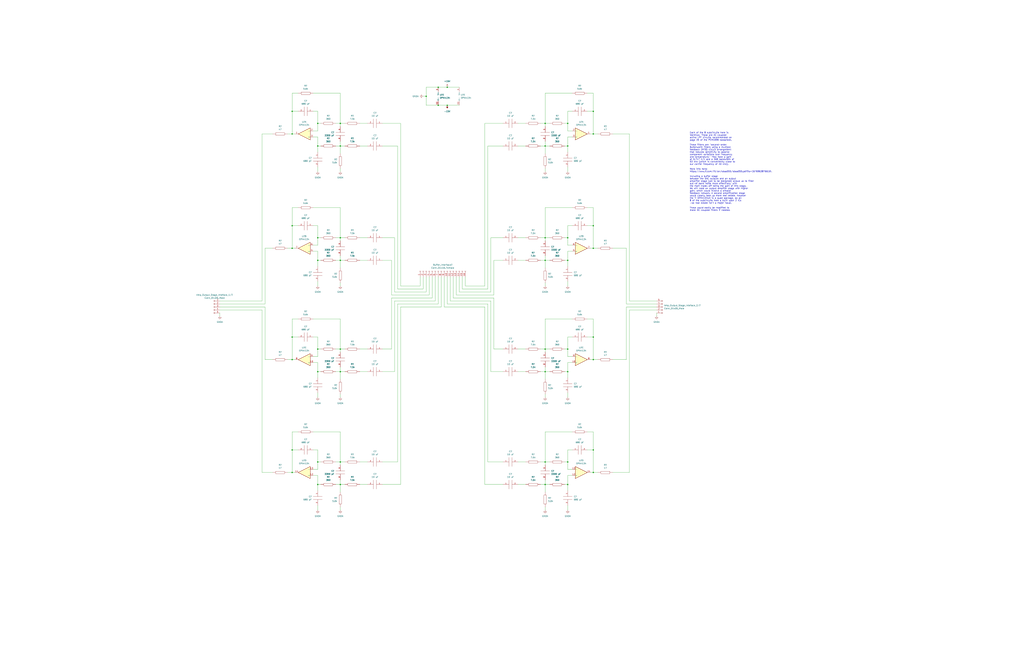
<source format=kicad_sch>
(kicad_sch (version 20211123) (generator eeschema)

  (uuid 8d75f331-20f3-4c2b-b8b0-87ad182a79ac)

  (paper "D")

  (lib_symbols
    (symbol "Amplifier_Operational:OPA4134" (pin_names (offset 0.127)) (in_bom yes) (on_board yes)
      (property "Reference" "U" (id 0) (at 0 5.08 0)
        (effects (font (size 1.27 1.27)) (justify left))
      )
      (property "Value" "OPA4134" (id 1) (at 0 -5.08 0)
        (effects (font (size 1.27 1.27)) (justify left))
      )
      (property "Footprint" "" (id 2) (at -1.27 2.54 0)
        (effects (font (size 1.27 1.27)) hide)
      )
      (property "Datasheet" "http://www.ti.com/lit/ds/symlink/opa134.pdf" (id 3) (at 1.27 5.08 0)
        (effects (font (size 1.27 1.27)) hide)
      )
      (property "ki_locked" "" (id 4) (at 0 0 0)
        (effects (font (size 1.27 1.27)))
      )
      (property "ki_keywords" "quad opamp" (id 5) (at 0 0 0)
        (effects (font (size 1.27 1.27)) hide)
      )
      (property "ki_description" "Quad SoundPlus High Performance Audio Operational Amplifiers, SOIC-14" (id 6) (at 0 0 0)
        (effects (font (size 1.27 1.27)) hide)
      )
      (property "ki_fp_filters" "SOIC*3.9x8.7mm*P1.27mm* DIP*W7.62mm* TSSOP*4.4x5mm*P0.65mm* SSOP*5.3x6.2mm*P0.65mm* MSOP*3x3mm*P0.5mm*" (id 7) (at 0 0 0)
        (effects (font (size 1.27 1.27)) hide)
      )
      (symbol "OPA4134_1_1"
        (polyline
          (pts
            (xy -5.08 5.08)
            (xy 5.08 0)
            (xy -5.08 -5.08)
            (xy -5.08 5.08)
          )
          (stroke (width 0.254) (type default) (color 0 0 0 0))
          (fill (type background))
        )
        (pin output line (at 7.62 0 180) (length 2.54)
          (name "~" (effects (font (size 1.27 1.27))))
          (number "1" (effects (font (size 1.27 1.27))))
        )
        (pin input line (at -7.62 -2.54 0) (length 2.54)
          (name "-" (effects (font (size 1.27 1.27))))
          (number "2" (effects (font (size 1.27 1.27))))
        )
        (pin input line (at -7.62 2.54 0) (length 2.54)
          (name "+" (effects (font (size 1.27 1.27))))
          (number "3" (effects (font (size 1.27 1.27))))
        )
      )
      (symbol "OPA4134_2_1"
        (polyline
          (pts
            (xy -5.08 5.08)
            (xy 5.08 0)
            (xy -5.08 -5.08)
            (xy -5.08 5.08)
          )
          (stroke (width 0.254) (type default) (color 0 0 0 0))
          (fill (type background))
        )
        (pin input line (at -7.62 2.54 0) (length 2.54)
          (name "+" (effects (font (size 1.27 1.27))))
          (number "5" (effects (font (size 1.27 1.27))))
        )
        (pin input line (at -7.62 -2.54 0) (length 2.54)
          (name "-" (effects (font (size 1.27 1.27))))
          (number "6" (effects (font (size 1.27 1.27))))
        )
        (pin output line (at 7.62 0 180) (length 2.54)
          (name "~" (effects (font (size 1.27 1.27))))
          (number "7" (effects (font (size 1.27 1.27))))
        )
      )
      (symbol "OPA4134_3_1"
        (polyline
          (pts
            (xy -5.08 5.08)
            (xy 5.08 0)
            (xy -5.08 -5.08)
            (xy -5.08 5.08)
          )
          (stroke (width 0.254) (type default) (color 0 0 0 0))
          (fill (type background))
        )
        (pin input line (at -7.62 2.54 0) (length 2.54)
          (name "+" (effects (font (size 1.27 1.27))))
          (number "10" (effects (font (size 1.27 1.27))))
        )
        (pin output line (at 7.62 0 180) (length 2.54)
          (name "~" (effects (font (size 1.27 1.27))))
          (number "8" (effects (font (size 1.27 1.27))))
        )
        (pin input line (at -7.62 -2.54 0) (length 2.54)
          (name "-" (effects (font (size 1.27 1.27))))
          (number "9" (effects (font (size 1.27 1.27))))
        )
      )
      (symbol "OPA4134_4_1"
        (polyline
          (pts
            (xy -5.08 5.08)
            (xy 5.08 0)
            (xy -5.08 -5.08)
            (xy -5.08 5.08)
          )
          (stroke (width 0.254) (type default) (color 0 0 0 0))
          (fill (type background))
        )
        (pin input line (at -7.62 2.54 0) (length 2.54)
          (name "+" (effects (font (size 1.27 1.27))))
          (number "12" (effects (font (size 1.27 1.27))))
        )
        (pin input line (at -7.62 -2.54 0) (length 2.54)
          (name "-" (effects (font (size 1.27 1.27))))
          (number "13" (effects (font (size 1.27 1.27))))
        )
        (pin output line (at 7.62 0 180) (length 2.54)
          (name "~" (effects (font (size 1.27 1.27))))
          (number "14" (effects (font (size 1.27 1.27))))
        )
      )
      (symbol "OPA4134_5_1"
        (pin power_in line (at -2.54 -7.62 90) (length 3.81)
          (name "V-" (effects (font (size 1.27 1.27))))
          (number "11" (effects (font (size 1.27 1.27))))
        )
        (pin power_in line (at -2.54 7.62 270) (length 3.81)
          (name "V+" (effects (font (size 1.27 1.27))))
          (number "4" (effects (font (size 1.27 1.27))))
        )
      )
    )
    (symbol "Connector:Conn_01x05_Male" (pin_names (offset 1.016) hide) (in_bom yes) (on_board yes)
      (property "Reference" "J" (id 0) (at 0 7.62 0)
        (effects (font (size 1.27 1.27)))
      )
      (property "Value" "Conn_01x05_Male" (id 1) (at 0 -7.62 0)
        (effects (font (size 1.27 1.27)))
      )
      (property "Footprint" "" (id 2) (at 0 0 0)
        (effects (font (size 1.27 1.27)) hide)
      )
      (property "Datasheet" "~" (id 3) (at 0 0 0)
        (effects (font (size 1.27 1.27)) hide)
      )
      (property "ki_keywords" "connector" (id 4) (at 0 0 0)
        (effects (font (size 1.27 1.27)) hide)
      )
      (property "ki_description" "Generic connector, single row, 01x05, script generated (kicad-library-utils/schlib/autogen/connector/)" (id 5) (at 0 0 0)
        (effects (font (size 1.27 1.27)) hide)
      )
      (property "ki_fp_filters" "Connector*:*_1x??_*" (id 6) (at 0 0 0)
        (effects (font (size 1.27 1.27)) hide)
      )
      (symbol "Conn_01x05_Male_1_1"
        (polyline
          (pts
            (xy 1.27 -5.08)
            (xy 0.8636 -5.08)
          )
          (stroke (width 0.1524) (type default) (color 0 0 0 0))
          (fill (type none))
        )
        (polyline
          (pts
            (xy 1.27 -2.54)
            (xy 0.8636 -2.54)
          )
          (stroke (width 0.1524) (type default) (color 0 0 0 0))
          (fill (type none))
        )
        (polyline
          (pts
            (xy 1.27 0)
            (xy 0.8636 0)
          )
          (stroke (width 0.1524) (type default) (color 0 0 0 0))
          (fill (type none))
        )
        (polyline
          (pts
            (xy 1.27 2.54)
            (xy 0.8636 2.54)
          )
          (stroke (width 0.1524) (type default) (color 0 0 0 0))
          (fill (type none))
        )
        (polyline
          (pts
            (xy 1.27 5.08)
            (xy 0.8636 5.08)
          )
          (stroke (width 0.1524) (type default) (color 0 0 0 0))
          (fill (type none))
        )
        (rectangle (start 0.8636 -4.953) (end 0 -5.207)
          (stroke (width 0.1524) (type default) (color 0 0 0 0))
          (fill (type outline))
        )
        (rectangle (start 0.8636 -2.413) (end 0 -2.667)
          (stroke (width 0.1524) (type default) (color 0 0 0 0))
          (fill (type outline))
        )
        (rectangle (start 0.8636 0.127) (end 0 -0.127)
          (stroke (width 0.1524) (type default) (color 0 0 0 0))
          (fill (type outline))
        )
        (rectangle (start 0.8636 2.667) (end 0 2.413)
          (stroke (width 0.1524) (type default) (color 0 0 0 0))
          (fill (type outline))
        )
        (rectangle (start 0.8636 5.207) (end 0 4.953)
          (stroke (width 0.1524) (type default) (color 0 0 0 0))
          (fill (type outline))
        )
        (pin passive line (at 5.08 5.08 180) (length 3.81)
          (name "Pin_1" (effects (font (size 1.27 1.27))))
          (number "1" (effects (font (size 1.27 1.27))))
        )
        (pin passive line (at 5.08 2.54 180) (length 3.81)
          (name "Pin_2" (effects (font (size 1.27 1.27))))
          (number "2" (effects (font (size 1.27 1.27))))
        )
        (pin passive line (at 5.08 0 180) (length 3.81)
          (name "Pin_3" (effects (font (size 1.27 1.27))))
          (number "3" (effects (font (size 1.27 1.27))))
        )
        (pin passive line (at 5.08 -2.54 180) (length 3.81)
          (name "Pin_4" (effects (font (size 1.27 1.27))))
          (number "4" (effects (font (size 1.27 1.27))))
        )
        (pin passive line (at 5.08 -5.08 180) (length 3.81)
          (name "Pin_5" (effects (font (size 1.27 1.27))))
          (number "5" (effects (font (size 1.27 1.27))))
        )
      )
    )
    (symbol "Connector:Conn_01x16_Female" (pin_names (offset 1.016) hide) (in_bom yes) (on_board yes)
      (property "Reference" "J" (id 0) (at 0 20.32 0)
        (effects (font (size 1.27 1.27)))
      )
      (property "Value" "Conn_01x16_Female" (id 1) (at 0 -22.86 0)
        (effects (font (size 1.27 1.27)))
      )
      (property "Footprint" "" (id 2) (at 0 0 0)
        (effects (font (size 1.27 1.27)) hide)
      )
      (property "Datasheet" "~" (id 3) (at 0 0 0)
        (effects (font (size 1.27 1.27)) hide)
      )
      (property "ki_keywords" "connector" (id 4) (at 0 0 0)
        (effects (font (size 1.27 1.27)) hide)
      )
      (property "ki_description" "Generic connector, single row, 01x16, script generated (kicad-library-utils/schlib/autogen/connector/)" (id 5) (at 0 0 0)
        (effects (font (size 1.27 1.27)) hide)
      )
      (property "ki_fp_filters" "Connector*:*_1x??_*" (id 6) (at 0 0 0)
        (effects (font (size 1.27 1.27)) hide)
      )
      (symbol "Conn_01x16_Female_1_1"
        (arc (start 0 -19.812) (mid -0.508 -20.32) (end 0 -20.828)
          (stroke (width 0.1524) (type default) (color 0 0 0 0))
          (fill (type none))
        )
        (arc (start 0 -17.272) (mid -0.508 -17.78) (end 0 -18.288)
          (stroke (width 0.1524) (type default) (color 0 0 0 0))
          (fill (type none))
        )
        (arc (start 0 -14.732) (mid -0.508 -15.24) (end 0 -15.748)
          (stroke (width 0.1524) (type default) (color 0 0 0 0))
          (fill (type none))
        )
        (arc (start 0 -12.192) (mid -0.508 -12.7) (end 0 -13.208)
          (stroke (width 0.1524) (type default) (color 0 0 0 0))
          (fill (type none))
        )
        (arc (start 0 -9.652) (mid -0.508 -10.16) (end 0 -10.668)
          (stroke (width 0.1524) (type default) (color 0 0 0 0))
          (fill (type none))
        )
        (arc (start 0 -7.112) (mid -0.508 -7.62) (end 0 -8.128)
          (stroke (width 0.1524) (type default) (color 0 0 0 0))
          (fill (type none))
        )
        (arc (start 0 -4.572) (mid -0.508 -5.08) (end 0 -5.588)
          (stroke (width 0.1524) (type default) (color 0 0 0 0))
          (fill (type none))
        )
        (arc (start 0 -2.032) (mid -0.508 -2.54) (end 0 -3.048)
          (stroke (width 0.1524) (type default) (color 0 0 0 0))
          (fill (type none))
        )
        (polyline
          (pts
            (xy -1.27 -20.32)
            (xy -0.508 -20.32)
          )
          (stroke (width 0.1524) (type default) (color 0 0 0 0))
          (fill (type none))
        )
        (polyline
          (pts
            (xy -1.27 -17.78)
            (xy -0.508 -17.78)
          )
          (stroke (width 0.1524) (type default) (color 0 0 0 0))
          (fill (type none))
        )
        (polyline
          (pts
            (xy -1.27 -15.24)
            (xy -0.508 -15.24)
          )
          (stroke (width 0.1524) (type default) (color 0 0 0 0))
          (fill (type none))
        )
        (polyline
          (pts
            (xy -1.27 -12.7)
            (xy -0.508 -12.7)
          )
          (stroke (width 0.1524) (type default) (color 0 0 0 0))
          (fill (type none))
        )
        (polyline
          (pts
            (xy -1.27 -10.16)
            (xy -0.508 -10.16)
          )
          (stroke (width 0.1524) (type default) (color 0 0 0 0))
          (fill (type none))
        )
        (polyline
          (pts
            (xy -1.27 -7.62)
            (xy -0.508 -7.62)
          )
          (stroke (width 0.1524) (type default) (color 0 0 0 0))
          (fill (type none))
        )
        (polyline
          (pts
            (xy -1.27 -5.08)
            (xy -0.508 -5.08)
          )
          (stroke (width 0.1524) (type default) (color 0 0 0 0))
          (fill (type none))
        )
        (polyline
          (pts
            (xy -1.27 -2.54)
            (xy -0.508 -2.54)
          )
          (stroke (width 0.1524) (type default) (color 0 0 0 0))
          (fill (type none))
        )
        (polyline
          (pts
            (xy -1.27 0)
            (xy -0.508 0)
          )
          (stroke (width 0.1524) (type default) (color 0 0 0 0))
          (fill (type none))
        )
        (polyline
          (pts
            (xy -1.27 2.54)
            (xy -0.508 2.54)
          )
          (stroke (width 0.1524) (type default) (color 0 0 0 0))
          (fill (type none))
        )
        (polyline
          (pts
            (xy -1.27 5.08)
            (xy -0.508 5.08)
          )
          (stroke (width 0.1524) (type default) (color 0 0 0 0))
          (fill (type none))
        )
        (polyline
          (pts
            (xy -1.27 7.62)
            (xy -0.508 7.62)
          )
          (stroke (width 0.1524) (type default) (color 0 0 0 0))
          (fill (type none))
        )
        (polyline
          (pts
            (xy -1.27 10.16)
            (xy -0.508 10.16)
          )
          (stroke (width 0.1524) (type default) (color 0 0 0 0))
          (fill (type none))
        )
        (polyline
          (pts
            (xy -1.27 12.7)
            (xy -0.508 12.7)
          )
          (stroke (width 0.1524) (type default) (color 0 0 0 0))
          (fill (type none))
        )
        (polyline
          (pts
            (xy -1.27 15.24)
            (xy -0.508 15.24)
          )
          (stroke (width 0.1524) (type default) (color 0 0 0 0))
          (fill (type none))
        )
        (polyline
          (pts
            (xy -1.27 17.78)
            (xy -0.508 17.78)
          )
          (stroke (width 0.1524) (type default) (color 0 0 0 0))
          (fill (type none))
        )
        (arc (start 0 0.508) (mid -0.508 0) (end 0 -0.508)
          (stroke (width 0.1524) (type default) (color 0 0 0 0))
          (fill (type none))
        )
        (arc (start 0 3.048) (mid -0.508 2.54) (end 0 2.032)
          (stroke (width 0.1524) (type default) (color 0 0 0 0))
          (fill (type none))
        )
        (arc (start 0 5.588) (mid -0.508 5.08) (end 0 4.572)
          (stroke (width 0.1524) (type default) (color 0 0 0 0))
          (fill (type none))
        )
        (arc (start 0 8.128) (mid -0.508 7.62) (end 0 7.112)
          (stroke (width 0.1524) (type default) (color 0 0 0 0))
          (fill (type none))
        )
        (arc (start 0 10.668) (mid -0.508 10.16) (end 0 9.652)
          (stroke (width 0.1524) (type default) (color 0 0 0 0))
          (fill (type none))
        )
        (arc (start 0 13.208) (mid -0.508 12.7) (end 0 12.192)
          (stroke (width 0.1524) (type default) (color 0 0 0 0))
          (fill (type none))
        )
        (arc (start 0 15.748) (mid -0.508 15.24) (end 0 14.732)
          (stroke (width 0.1524) (type default) (color 0 0 0 0))
          (fill (type none))
        )
        (arc (start 0 18.288) (mid -0.508 17.78) (end 0 17.272)
          (stroke (width 0.1524) (type default) (color 0 0 0 0))
          (fill (type none))
        )
        (pin passive line (at -5.08 17.78 0) (length 3.81)
          (name "Pin_1" (effects (font (size 1.27 1.27))))
          (number "1" (effects (font (size 1.27 1.27))))
        )
        (pin passive line (at -5.08 -5.08 0) (length 3.81)
          (name "Pin_10" (effects (font (size 1.27 1.27))))
          (number "10" (effects (font (size 1.27 1.27))))
        )
        (pin passive line (at -5.08 -7.62 0) (length 3.81)
          (name "Pin_11" (effects (font (size 1.27 1.27))))
          (number "11" (effects (font (size 1.27 1.27))))
        )
        (pin passive line (at -5.08 -10.16 0) (length 3.81)
          (name "Pin_12" (effects (font (size 1.27 1.27))))
          (number "12" (effects (font (size 1.27 1.27))))
        )
        (pin passive line (at -5.08 -12.7 0) (length 3.81)
          (name "Pin_13" (effects (font (size 1.27 1.27))))
          (number "13" (effects (font (size 1.27 1.27))))
        )
        (pin passive line (at -5.08 -15.24 0) (length 3.81)
          (name "Pin_14" (effects (font (size 1.27 1.27))))
          (number "14" (effects (font (size 1.27 1.27))))
        )
        (pin passive line (at -5.08 -17.78 0) (length 3.81)
          (name "Pin_15" (effects (font (size 1.27 1.27))))
          (number "15" (effects (font (size 1.27 1.27))))
        )
        (pin passive line (at -5.08 -20.32 0) (length 3.81)
          (name "Pin_16" (effects (font (size 1.27 1.27))))
          (number "16" (effects (font (size 1.27 1.27))))
        )
        (pin passive line (at -5.08 15.24 0) (length 3.81)
          (name "Pin_2" (effects (font (size 1.27 1.27))))
          (number "2" (effects (font (size 1.27 1.27))))
        )
        (pin passive line (at -5.08 12.7 0) (length 3.81)
          (name "Pin_3" (effects (font (size 1.27 1.27))))
          (number "3" (effects (font (size 1.27 1.27))))
        )
        (pin passive line (at -5.08 10.16 0) (length 3.81)
          (name "Pin_4" (effects (font (size 1.27 1.27))))
          (number "4" (effects (font (size 1.27 1.27))))
        )
        (pin passive line (at -5.08 7.62 0) (length 3.81)
          (name "Pin_5" (effects (font (size 1.27 1.27))))
          (number "5" (effects (font (size 1.27 1.27))))
        )
        (pin passive line (at -5.08 5.08 0) (length 3.81)
          (name "Pin_6" (effects (font (size 1.27 1.27))))
          (number "6" (effects (font (size 1.27 1.27))))
        )
        (pin passive line (at -5.08 2.54 0) (length 3.81)
          (name "Pin_7" (effects (font (size 1.27 1.27))))
          (number "7" (effects (font (size 1.27 1.27))))
        )
        (pin passive line (at -5.08 0 0) (length 3.81)
          (name "Pin_8" (effects (font (size 1.27 1.27))))
          (number "8" (effects (font (size 1.27 1.27))))
        )
        (pin passive line (at -5.08 -2.54 0) (length 3.81)
          (name "Pin_9" (effects (font (size 1.27 1.27))))
          (number "9" (effects (font (size 1.27 1.27))))
        )
      )
    )
    (symbol "power:+15V" (power) (pin_names (offset 0)) (in_bom yes) (on_board yes)
      (property "Reference" "#PWR" (id 0) (at 0 -3.81 0)
        (effects (font (size 1.27 1.27)) hide)
      )
      (property "Value" "+15V" (id 1) (at 0 3.556 0)
        (effects (font (size 1.27 1.27)))
      )
      (property "Footprint" "" (id 2) (at 0 0 0)
        (effects (font (size 1.27 1.27)) hide)
      )
      (property "Datasheet" "" (id 3) (at 0 0 0)
        (effects (font (size 1.27 1.27)) hide)
      )
      (property "ki_keywords" "power-flag" (id 4) (at 0 0 0)
        (effects (font (size 1.27 1.27)) hide)
      )
      (property "ki_description" "Power symbol creates a global label with name \"+15V\"" (id 5) (at 0 0 0)
        (effects (font (size 1.27 1.27)) hide)
      )
      (symbol "+15V_0_1"
        (polyline
          (pts
            (xy -0.762 1.27)
            (xy 0 2.54)
          )
          (stroke (width 0) (type default) (color 0 0 0 0))
          (fill (type none))
        )
        (polyline
          (pts
            (xy 0 0)
            (xy 0 2.54)
          )
          (stroke (width 0) (type default) (color 0 0 0 0))
          (fill (type none))
        )
        (polyline
          (pts
            (xy 0 2.54)
            (xy 0.762 1.27)
          )
          (stroke (width 0) (type default) (color 0 0 0 0))
          (fill (type none))
        )
      )
      (symbol "+15V_1_1"
        (pin power_in line (at 0 0 90) (length 0) hide
          (name "+15V" (effects (font (size 1.27 1.27))))
          (number "1" (effects (font (size 1.27 1.27))))
        )
      )
    )
    (symbol "power:-15V" (power) (pin_names (offset 0)) (in_bom yes) (on_board yes)
      (property "Reference" "#PWR" (id 0) (at 0 2.54 0)
        (effects (font (size 1.27 1.27)) hide)
      )
      (property "Value" "-15V" (id 1) (at 0 3.81 0)
        (effects (font (size 1.27 1.27)))
      )
      (property "Footprint" "" (id 2) (at 0 0 0)
        (effects (font (size 1.27 1.27)) hide)
      )
      (property "Datasheet" "" (id 3) (at 0 0 0)
        (effects (font (size 1.27 1.27)) hide)
      )
      (property "ki_keywords" "power-flag" (id 4) (at 0 0 0)
        (effects (font (size 1.27 1.27)) hide)
      )
      (property "ki_description" "Power symbol creates a global label with name \"-15V\"" (id 5) (at 0 0 0)
        (effects (font (size 1.27 1.27)) hide)
      )
      (symbol "-15V_0_0"
        (pin power_in line (at 0 0 90) (length 0) hide
          (name "-15V" (effects (font (size 1.27 1.27))))
          (number "1" (effects (font (size 1.27 1.27))))
        )
      )
      (symbol "-15V_0_1"
        (polyline
          (pts
            (xy 0 0)
            (xy 0 1.27)
            (xy 0.762 1.27)
            (xy 0 2.54)
            (xy -0.762 1.27)
            (xy 0 1.27)
          )
          (stroke (width 0) (type default) (color 0 0 0 0))
          (fill (type outline))
        )
      )
    )
    (symbol "power:GNDA" (power) (pin_names (offset 0)) (in_bom yes) (on_board yes)
      (property "Reference" "#PWR" (id 0) (at 0 -6.35 0)
        (effects (font (size 1.27 1.27)) hide)
      )
      (property "Value" "GNDA" (id 1) (at 0 -3.81 0)
        (effects (font (size 1.27 1.27)))
      )
      (property "Footprint" "" (id 2) (at 0 0 0)
        (effects (font (size 1.27 1.27)) hide)
      )
      (property "Datasheet" "" (id 3) (at 0 0 0)
        (effects (font (size 1.27 1.27)) hide)
      )
      (property "ki_keywords" "power-flag" (id 4) (at 0 0 0)
        (effects (font (size 1.27 1.27)) hide)
      )
      (property "ki_description" "Power symbol creates a global label with name \"GNDA\" , analog ground" (id 5) (at 0 0 0)
        (effects (font (size 1.27 1.27)) hide)
      )
      (symbol "GNDA_0_1"
        (polyline
          (pts
            (xy 0 0)
            (xy 0 -1.27)
            (xy 1.27 -1.27)
            (xy 0 -2.54)
            (xy -1.27 -1.27)
            (xy 0 -1.27)
          )
          (stroke (width 0) (type default) (color 0 0 0 0))
          (fill (type none))
        )
      )
      (symbol "GNDA_1_1"
        (pin power_in line (at 0 0 270) (length 0) hide
          (name "GNDA" (effects (font (size 1.27 1.27))))
          (number "1" (effects (font (size 1.27 1.27))))
        )
      )
    )
    (symbol "pspice:CAP" (pin_names (offset 0.254)) (in_bom yes) (on_board yes)
      (property "Reference" "C" (id 0) (at 2.54 3.81 90)
        (effects (font (size 1.27 1.27)))
      )
      (property "Value" "CAP" (id 1) (at 2.54 -3.81 90)
        (effects (font (size 1.27 1.27)))
      )
      (property "Footprint" "" (id 2) (at 0 0 0)
        (effects (font (size 1.27 1.27)) hide)
      )
      (property "Datasheet" "~" (id 3) (at 0 0 0)
        (effects (font (size 1.27 1.27)) hide)
      )
      (property "ki_keywords" "simulation" (id 4) (at 0 0 0)
        (effects (font (size 1.27 1.27)) hide)
      )
      (property "ki_description" "Capacitor symbol for simulation only" (id 5) (at 0 0 0)
        (effects (font (size 1.27 1.27)) hide)
      )
      (symbol "CAP_0_1"
        (polyline
          (pts
            (xy -3.81 -1.27)
            (xy 3.81 -1.27)
          )
          (stroke (width 0) (type default) (color 0 0 0 0))
          (fill (type none))
        )
        (polyline
          (pts
            (xy -3.81 1.27)
            (xy 3.81 1.27)
          )
          (stroke (width 0) (type default) (color 0 0 0 0))
          (fill (type none))
        )
      )
      (symbol "CAP_1_1"
        (pin passive line (at 0 6.35 270) (length 5.08)
          (name "~" (effects (font (size 1.016 1.016))))
          (number "1" (effects (font (size 1.016 1.016))))
        )
        (pin passive line (at 0 -6.35 90) (length 5.08)
          (name "~" (effects (font (size 1.016 1.016))))
          (number "2" (effects (font (size 1.016 1.016))))
        )
      )
    )
    (symbol "pspice:R" (pin_numbers hide) (pin_names (offset 0)) (in_bom yes) (on_board yes)
      (property "Reference" "R" (id 0) (at 2.032 0 90)
        (effects (font (size 1.27 1.27)))
      )
      (property "Value" "R" (id 1) (at 0 0 90)
        (effects (font (size 1.27 1.27)))
      )
      (property "Footprint" "" (id 2) (at 0 0 0)
        (effects (font (size 1.27 1.27)) hide)
      )
      (property "Datasheet" "~" (id 3) (at 0 0 0)
        (effects (font (size 1.27 1.27)) hide)
      )
      (property "ki_keywords" "resistor simulation" (id 4) (at 0 0 0)
        (effects (font (size 1.27 1.27)) hide)
      )
      (property "ki_description" "Resistor symbol for simulation only" (id 5) (at 0 0 0)
        (effects (font (size 1.27 1.27)) hide)
      )
      (symbol "R_0_1"
        (rectangle (start -1.016 3.81) (end 1.016 -3.81)
          (stroke (width 0) (type default) (color 0 0 0 0))
          (fill (type none))
        )
      )
      (symbol "R_1_1"
        (pin passive line (at 0 6.35 270) (length 2.54)
          (name "~" (effects (font (size 1.27 1.27))))
          (number "1" (effects (font (size 1.27 1.27))))
        )
        (pin passive line (at 0 -6.35 90) (length 2.54)
          (name "~" (effects (font (size 1.27 1.27))))
          (number "2" (effects (font (size 1.27 1.27))))
        )
      )
    )
  )

  (junction (at 459.74 104.14) (diameter 0) (color 0 0 0 0)
    (uuid 02eecf6d-0e8d-43b6-b3aa-03a2deca8bf8)
  )
  (junction (at 267.97 219.71) (diameter 0) (color 0 0 0 0)
    (uuid 04558d78-6075-477e-8adc-b98bca2c9540)
  )
  (junction (at 246.38 379.73) (diameter 0) (color 0 0 0 0)
    (uuid 09984d0c-586b-42ac-93c3-2911f89fd48e)
  )
  (junction (at 267.97 123.19) (diameter 0) (color 0 0 0 0)
    (uuid 0aac1858-555e-42fb-bc8f-1362044daa5b)
  )
  (junction (at 500.38 284.48) (diameter 0) (color 0 0 0 0)
    (uuid 144fa105-7ea7-4c12-a8d4-36c273197b41)
  )
  (junction (at 478.79 123.19) (diameter 0) (color 0 0 0 0)
    (uuid 1f230982-c747-43a2-8117-98fdb5a89d31)
  )
  (junction (at 500.38 398.78) (diameter 0) (color 0 0 0 0)
    (uuid 1f9e9e56-ebcf-402d-8792-3f659b2c28bc)
  )
  (junction (at 478.79 219.71) (diameter 0) (color 0 0 0 0)
    (uuid 1fc28642-3528-49e1-8d74-c4597b506f7b)
  )
  (junction (at 287.02 313.69) (diameter 0) (color 0 0 0 0)
    (uuid 20fb64ae-4025-43ae-95e0-00ecea9bb13a)
  )
  (junction (at 478.79 200.66) (diameter 0) (color 0 0 0 0)
    (uuid 2236d262-e0a8-4b41-bcfb-f28294c8ce42)
  )
  (junction (at 287.02 219.71) (diameter 0) (color 0 0 0 0)
    (uuid 2480afe9-4b9d-4f26-89f9-b51e1a2a1b2f)
  )
  (junction (at 246.38 93.98) (diameter 0) (color 0 0 0 0)
    (uuid 2b9ded5d-441e-4e39-8839-39b1dc8e3eff)
  )
  (junction (at 369.57 88.9) (diameter 0) (color 0 0 0 0)
    (uuid 32f40bbf-9480-48b4-b179-12bd938ad445)
  )
  (junction (at 459.74 200.66) (diameter 0) (color 0 0 0 0)
    (uuid 45c5aa2f-efcb-4fcb-9bc3-947bf28750fd)
  )
  (junction (at 246.38 303.53) (diameter 0) (color 0 0 0 0)
    (uuid 47619287-45a8-4bff-bae3-d2a522f31050)
  )
  (junction (at 246.38 209.55) (diameter 0) (color 0 0 0 0)
    (uuid 50ae17cf-736b-4a87-829d-bdc8507cc34e)
  )
  (junction (at 500.38 209.55) (diameter 0) (color 0 0 0 0)
    (uuid 50cd06e5-79e6-4b8c-b5e9-a5c50467f336)
  )
  (junction (at 459.74 313.69) (diameter 0) (color 0 0 0 0)
    (uuid 560db1d3-718a-4a23-9884-43fb1ca28e3a)
  )
  (junction (at 246.38 284.48) (diameter 0) (color 0 0 0 0)
    (uuid 5d736113-928b-46ae-be6f-69a0ed41f3ef)
  )
  (junction (at 267.97 313.69) (diameter 0) (color 0 0 0 0)
    (uuid 5e034778-4223-4f8c-a165-52b28a20ab63)
  )
  (junction (at 287.02 104.14) (diameter 0) (color 0 0 0 0)
    (uuid 7b52ef36-821d-4d90-88b9-16946bc3620f)
  )
  (junction (at 267.97 408.94) (diameter 0) (color 0 0 0 0)
    (uuid 7e1d9232-fa86-4c77-9913-812df6359797)
  )
  (junction (at 478.79 294.64) (diameter 0) (color 0 0 0 0)
    (uuid 808194fd-3592-4254-893c-1b3822f76cb2)
  )
  (junction (at 459.74 294.64) (diameter 0) (color 0 0 0 0)
    (uuid 80e7da9b-6a66-4ad8-9790-a8852a5ede59)
  )
  (junction (at 287.02 408.94) (diameter 0) (color 0 0 0 0)
    (uuid 822bb8b9-4546-4643-8283-b98e0aa186b8)
  )
  (junction (at 377.19 73.66) (diameter 0) (color 0 0 0 0)
    (uuid 86d4eff7-7215-40dc-a2b9-7838f2b4869f)
  )
  (junction (at 267.97 294.64) (diameter 0) (color 0 0 0 0)
    (uuid 95459810-a1c4-40c4-91c7-5038954cca36)
  )
  (junction (at 500.38 190.5) (diameter 0) (color 0 0 0 0)
    (uuid 987660e8-097e-49bf-b406-93e070deecad)
  )
  (junction (at 500.38 93.98) (diameter 0) (color 0 0 0 0)
    (uuid 9d6bc5e3-9045-481f-a884-84e2d6217fe2)
  )
  (junction (at 246.38 190.5) (diameter 0) (color 0 0 0 0)
    (uuid a1632258-c1d3-40d2-b812-b7776d79efa4)
  )
  (junction (at 287.02 200.66) (diameter 0) (color 0 0 0 0)
    (uuid a2c6d0a6-dfed-4ba3-a0c0-eafc11c789d3)
  )
  (junction (at 246.38 398.78) (diameter 0) (color 0 0 0 0)
    (uuid a3c8092e-49e9-434e-b641-5e6377d9c55b)
  )
  (junction (at 478.79 389.89) (diameter 0) (color 0 0 0 0)
    (uuid a45a5204-a087-45c9-afe8-e9944101e863)
  )
  (junction (at 478.79 104.14) (diameter 0) (color 0 0 0 0)
    (uuid a61f91ef-a47a-47a0-b058-dfe3fb321f76)
  )
  (junction (at 287.02 123.19) (diameter 0) (color 0 0 0 0)
    (uuid a69d9d77-eb46-49bb-801d-e11ab7bf6609)
  )
  (junction (at 478.79 408.94) (diameter 0) (color 0 0 0 0)
    (uuid a9469052-82f3-45aa-a0fb-8ecf82dc8e3a)
  )
  (junction (at 369.57 73.66) (diameter 0) (color 0 0 0 0)
    (uuid b987c983-ff12-4910-80e4-1876cfc6f1bf)
  )
  (junction (at 287.02 389.89) (diameter 0) (color 0 0 0 0)
    (uuid bae46514-809d-4e5c-a9f5-40663e2e362d)
  )
  (junction (at 459.74 408.94) (diameter 0) (color 0 0 0 0)
    (uuid bd38a676-09cd-4bfe-b631-4dea25879d03)
  )
  (junction (at 500.38 379.73) (diameter 0) (color 0 0 0 0)
    (uuid c1ca9a8c-02a0-485b-90ca-859c7b721454)
  )
  (junction (at 267.97 104.14) (diameter 0) (color 0 0 0 0)
    (uuid c3a7a8f3-a7d3-484f-b26b-a38b5c7d8e11)
  )
  (junction (at 500.38 303.53) (diameter 0) (color 0 0 0 0)
    (uuid c3d086e8-eaa8-449e-b1f3-3b58a9cd5ba0)
  )
  (junction (at 500.38 113.03) (diameter 0) (color 0 0 0 0)
    (uuid cb57e535-81b2-4f93-b1cd-885cd3b8ceca)
  )
  (junction (at 267.97 389.89) (diameter 0) (color 0 0 0 0)
    (uuid d84b6087-5ae2-4b17-8f0e-c28d27bfc0c9)
  )
  (junction (at 478.79 313.69) (diameter 0) (color 0 0 0 0)
    (uuid e11b3faa-d30b-446e-9dd7-f8535f7b4324)
  )
  (junction (at 246.38 113.03) (diameter 0) (color 0 0 0 0)
    (uuid e18e76d7-cdce-46c7-87bd-35c927ce2172)
  )
  (junction (at 459.74 219.71) (diameter 0) (color 0 0 0 0)
    (uuid e1fa5027-ce7d-4ed4-9756-433301cfe8a2)
  )
  (junction (at 267.97 200.66) (diameter 0) (color 0 0 0 0)
    (uuid e8601f3b-10b4-4510-bc1b-49b65faa2514)
  )
  (junction (at 359.41 81.28) (diameter 0) (color 0 0 0 0)
    (uuid ed35dfbf-85ef-4193-9813-74eb0dfc61ac)
  )
  (junction (at 459.74 389.89) (diameter 0) (color 0 0 0 0)
    (uuid ee07371c-03fd-41b0-b2d6-2babcd8308a5)
  )
  (junction (at 377.19 88.9) (diameter 0) (color 0 0 0 0)
    (uuid f1bd1491-c78c-44b0-9540-dd27810bd63a)
  )
  (junction (at 459.74 123.19) (diameter 0) (color 0 0 0 0)
    (uuid f5d3ab34-7f7c-42b1-a8ee-efbaf0bf5b51)
  )
  (junction (at 287.02 294.64) (diameter 0) (color 0 0 0 0)
    (uuid f83274e9-7b69-4b96-bc12-0e6f82a28c92)
  )

  (wire (pts (xy 482.6 379.73) (xy 478.79 379.73))
    (stroke (width 0) (type default) (color 0 0 0 0))
    (uuid 00935cf4-4a02-466a-a6f5-224247965323)
  )
  (wire (pts (xy 367.03 254) (xy 367.03 233.68))
    (stroke (width 0) (type default) (color 0 0 0 0))
    (uuid 01dafeca-9184-4ee4-a364-013aabe7a0b0)
  )
  (wire (pts (xy 436.88 294.64) (xy 443.23 294.64))
    (stroke (width 0) (type default) (color 0 0 0 0))
    (uuid 0207220c-23ed-4347-a6d1-939d65950fdc)
  )
  (wire (pts (xy 478.79 408.94) (xy 478.79 414.02))
    (stroke (width 0) (type default) (color 0 0 0 0))
    (uuid 0298bb90-b8da-4113-8bce-66268e547840)
  )
  (wire (pts (xy 459.74 142.24) (xy 459.74 144.78))
    (stroke (width 0) (type default) (color 0 0 0 0))
    (uuid 04cb11e3-b454-47ce-b0af-b2002bebb2cb)
  )
  (wire (pts (xy 287.02 364.49) (xy 287.02 389.89))
    (stroke (width 0) (type default) (color 0 0 0 0))
    (uuid 05df60a5-f00f-4180-9005-7fb3b840c89f)
  )
  (wire (pts (xy 267.97 104.14) (xy 270.51 104.14))
    (stroke (width 0) (type default) (color 0 0 0 0))
    (uuid 0603d062-4764-49b7-85a9-76dc9b2a30c3)
  )
  (wire (pts (xy 267.97 115.57) (xy 267.97 123.19))
    (stroke (width 0) (type default) (color 0 0 0 0))
    (uuid 06bb5722-2836-4c30-881c-68cbfe1f71ed)
  )
  (wire (pts (xy 287.02 219.71) (xy 283.21 219.71))
    (stroke (width 0) (type default) (color 0 0 0 0))
    (uuid 06c48f76-64fd-4eec-853c-924ccc9bbc55)
  )
  (wire (pts (xy 287.02 119.38) (xy 287.02 123.19))
    (stroke (width 0) (type default) (color 0 0 0 0))
    (uuid 07128b21-b509-463d-b5b4-41ba34acfa54)
  )
  (wire (pts (xy 478.79 219.71) (xy 478.79 224.79))
    (stroke (width 0) (type default) (color 0 0 0 0))
    (uuid 0739761e-974b-4e54-aebe-83afbc6a8542)
  )
  (wire (pts (xy 359.41 81.28) (xy 359.41 73.66))
    (stroke (width 0) (type default) (color 0 0 0 0))
    (uuid 078259fa-4b41-4024-ad63-edfed5df1071)
  )
  (wire (pts (xy 530.86 261.62) (xy 553.72 261.62))
    (stroke (width 0) (type default) (color 0 0 0 0))
    (uuid 07db13b2-580a-4e7b-8597-d54046090002)
  )
  (wire (pts (xy 478.79 207.01) (xy 478.79 200.66))
    (stroke (width 0) (type default) (color 0 0 0 0))
    (uuid 087a064b-e20b-4653-ad12-0cc4db14f46e)
  )
  (wire (pts (xy 459.74 119.38) (xy 459.74 123.19))
    (stroke (width 0) (type default) (color 0 0 0 0))
    (uuid 0887a04c-c059-49d5-bcf0-2516e341db77)
  )
  (wire (pts (xy 459.74 294.64) (xy 463.55 294.64))
    (stroke (width 0) (type default) (color 0 0 0 0))
    (uuid 08fed7d2-0c1f-4fbb-b5b3-2600ad87e09d)
  )
  (wire (pts (xy 459.74 269.24) (xy 459.74 294.64))
    (stroke (width 0) (type default) (color 0 0 0 0))
    (uuid 0ae72017-c34a-44d6-a39b-73f0ea8d8dcf)
  )
  (wire (pts (xy 497.84 398.78) (xy 500.38 398.78))
    (stroke (width 0) (type default) (color 0 0 0 0))
    (uuid 0c7c3bcb-fa93-4c12-932d-87897a9fef03)
  )
  (wire (pts (xy 264.16 175.26) (xy 287.02 175.26))
    (stroke (width 0) (type default) (color 0 0 0 0))
    (uuid 0dd671d6-94ed-4bda-b411-da031e4537bf)
  )
  (wire (pts (xy 309.88 200.66) (xy 303.53 200.66))
    (stroke (width 0) (type default) (color 0 0 0 0))
    (uuid 0e3c6c77-a1dd-4870-a205-f494887f0a82)
  )
  (wire (pts (xy 478.79 284.48) (xy 478.79 294.64))
    (stroke (width 0) (type default) (color 0 0 0 0))
    (uuid 0eabad32-900e-4034-a9c4-d1a7093b3d7e)
  )
  (wire (pts (xy 478.79 123.19) (xy 478.79 128.27))
    (stroke (width 0) (type default) (color 0 0 0 0))
    (uuid 0ee3f228-b7e2-4315-b731-08d39f169515)
  )
  (wire (pts (xy 369.57 88.9) (xy 377.19 88.9))
    (stroke (width 0) (type default) (color 0 0 0 0))
    (uuid 0fbb885f-1a6c-4bc7-b283-5ba46ba36842)
  )
  (wire (pts (xy 264.16 379.73) (xy 267.97 379.73))
    (stroke (width 0) (type default) (color 0 0 0 0))
    (uuid 10f5d6d8-238b-4ef1-b35e-86930f6ab1df)
  )
  (wire (pts (xy 337.82 241.3) (xy 354.33 241.3))
    (stroke (width 0) (type default) (color 0 0 0 0))
    (uuid 11628869-79f6-4b63-b539-fbf643323864)
  )
  (wire (pts (xy 459.74 389.89) (xy 459.74 392.43))
    (stroke (width 0) (type default) (color 0 0 0 0))
    (uuid 1246b2d8-f16a-4e80-b0cc-58dad0734ac6)
  )
  (wire (pts (xy 287.02 215.9) (xy 287.02 219.71))
    (stroke (width 0) (type default) (color 0 0 0 0))
    (uuid 12e158d8-72c2-471c-a768-f3cf3a68fb1f)
  )
  (wire (pts (xy 516.89 303.53) (xy 528.32 303.53))
    (stroke (width 0) (type default) (color 0 0 0 0))
    (uuid 1311f56c-e64d-44fa-a2c4-68f24a3b8924)
  )
  (wire (pts (xy 382.27 251.46) (xy 382.27 233.68))
    (stroke (width 0) (type default) (color 0 0 0 0))
    (uuid 1333b3d5-7194-4294-b640-459b4b3d5e79)
  )
  (wire (pts (xy 500.38 113.03) (xy 500.38 93.98))
    (stroke (width 0) (type default) (color 0 0 0 0))
    (uuid 1413a818-8888-4fe1-abfc-97798619db65)
  )
  (wire (pts (xy 372.11 259.08) (xy 372.11 233.68))
    (stroke (width 0) (type default) (color 0 0 0 0))
    (uuid 14420a13-ceb7-4ff5-bc69-0844411e3289)
  )
  (wire (pts (xy 267.97 207.01) (xy 267.97 200.66))
    (stroke (width 0) (type default) (color 0 0 0 0))
    (uuid 157b6e30-8bb0-4ec3-a0d1-0b7084c86884)
  )
  (wire (pts (xy 330.2 248.92) (xy 361.95 248.92))
    (stroke (width 0) (type default) (color 0 0 0 0))
    (uuid 158901b4-332a-477f-803b-28fc606fc480)
  )
  (wire (pts (xy 482.6 269.24) (xy 459.74 269.24))
    (stroke (width 0) (type default) (color 0 0 0 0))
    (uuid 166a7117-f59a-4945-aa88-bb10091ee28d)
  )
  (wire (pts (xy 500.38 209.55) (xy 504.19 209.55))
    (stroke (width 0) (type default) (color 0 0 0 0))
    (uuid 167e9724-da66-448c-b2b7-41fa62556892)
  )
  (wire (pts (xy 229.87 209.55) (xy 223.52 209.55))
    (stroke (width 0) (type default) (color 0 0 0 0))
    (uuid 1686e0fe-dbb6-42e7-807d-355740bfc103)
  )
  (wire (pts (xy 482.6 78.74) (xy 459.74 78.74))
    (stroke (width 0) (type default) (color 0 0 0 0))
    (uuid 172807e5-0f62-4a49-b5be-3b9fe29a16d7)
  )
  (wire (pts (xy 322.58 123.19) (xy 335.28 123.19))
    (stroke (width 0) (type default) (color 0 0 0 0))
    (uuid 18788158-9246-44f2-8f7c-fd60f9dbf1cb)
  )
  (wire (pts (xy 322.58 219.71) (xy 330.2 219.71))
    (stroke (width 0) (type default) (color 0 0 0 0))
    (uuid 1996645d-abec-4c0d-a639-693f3ecff143)
  )
  (wire (pts (xy 322.58 408.94) (xy 337.82 408.94))
    (stroke (width 0) (type default) (color 0 0 0 0))
    (uuid 1a7a54db-03dd-4cd0-826e-b18b72463fe0)
  )
  (wire (pts (xy 495.3 190.5) (xy 500.38 190.5))
    (stroke (width 0) (type default) (color 0 0 0 0))
    (uuid 1ae26e96-4ca6-4276-adb0-937650a04f3f)
  )
  (wire (pts (xy 374.65 259.08) (xy 408.94 259.08))
    (stroke (width 0) (type default) (color 0 0 0 0))
    (uuid 1aeccf35-9d49-4ed8-a9a1-b1b22a640dd1)
  )
  (wire (pts (xy 322.58 294.64) (xy 330.2 294.64))
    (stroke (width 0) (type default) (color 0 0 0 0))
    (uuid 1c49f2fc-69a3-4a3c-b2f2-382db319167c)
  )
  (wire (pts (xy 482.6 175.26) (xy 459.74 175.26))
    (stroke (width 0) (type default) (color 0 0 0 0))
    (uuid 1d34b7a6-e548-4a2b-8141-dbb36f65c7eb)
  )
  (wire (pts (xy 287.02 200.66) (xy 283.21 200.66))
    (stroke (width 0) (type default) (color 0 0 0 0))
    (uuid 1e8a3d69-7d82-4265-9e81-4115fdf0bdc4)
  )
  (wire (pts (xy 287.02 389.89) (xy 287.02 392.43))
    (stroke (width 0) (type default) (color 0 0 0 0))
    (uuid 1f66ac4d-286a-427e-adb0-14e8f4d8b740)
  )
  (wire (pts (xy 267.97 401.32) (xy 267.97 408.94))
    (stroke (width 0) (type default) (color 0 0 0 0))
    (uuid 1f84460c-90e9-49b5-9c55-ef322797d55c)
  )
  (wire (pts (xy 264.16 207.01) (xy 267.97 207.01))
    (stroke (width 0) (type default) (color 0 0 0 0))
    (uuid 201de266-67fc-405a-95a0-d8aee1ae305a)
  )
  (wire (pts (xy 330.2 251.46) (xy 364.49 251.46))
    (stroke (width 0) (type default) (color 0 0 0 0))
    (uuid 20bc8ebd-5c36-401f-ab0d-67fb9841d123)
  )
  (wire (pts (xy 414.02 313.69) (xy 414.02 254))
    (stroke (width 0) (type default) (color 0 0 0 0))
    (uuid 20be1485-1aca-4363-8455-1fde3ac00916)
  )
  (wire (pts (xy 408.94 408.94) (xy 408.94 259.08))
    (stroke (width 0) (type default) (color 0 0 0 0))
    (uuid 21798260-06a0-4b70-9cd1-e9ee4a32fe70)
  )
  (wire (pts (xy 478.79 140.97) (xy 478.79 144.78))
    (stroke (width 0) (type default) (color 0 0 0 0))
    (uuid 21fbc1f5-e8d8-4b88-b4df-4c866d1613f7)
  )
  (wire (pts (xy 500.38 113.03) (xy 504.19 113.03))
    (stroke (width 0) (type default) (color 0 0 0 0))
    (uuid 24a94139-e6e5-4749-9cd8-e812737712cb)
  )
  (wire (pts (xy 369.57 256.54) (xy 369.57 233.68))
    (stroke (width 0) (type default) (color 0 0 0 0))
    (uuid 25832539-0da4-416d-b920-5d470a14071e)
  )
  (wire (pts (xy 459.74 123.19) (xy 463.55 123.19))
    (stroke (width 0) (type default) (color 0 0 0 0))
    (uuid 261f6a80-3a77-4e1a-b572-afd4624f7dd3)
  )
  (wire (pts (xy 264.16 212.09) (xy 267.97 212.09))
    (stroke (width 0) (type default) (color 0 0 0 0))
    (uuid 2632ab8b-de7e-43a8-b422-adeeb4581ba0)
  )
  (wire (pts (xy 287.02 309.88) (xy 287.02 313.69))
    (stroke (width 0) (type default) (color 0 0 0 0))
    (uuid 2763d0f9-d519-4e0f-b1c0-659436dcbb6b)
  )
  (wire (pts (xy 287.02 313.69) (xy 283.21 313.69))
    (stroke (width 0) (type default) (color 0 0 0 0))
    (uuid 277d9fcd-c563-424a-a138-ba764522f7c6)
  )
  (wire (pts (xy 377.19 73.66) (xy 387.35 73.66))
    (stroke (width 0) (type default) (color 0 0 0 0))
    (uuid 282172f2-3668-42f0-b93e-6ebda230453a)
  )
  (wire (pts (xy 267.97 294.64) (xy 270.51 294.64))
    (stroke (width 0) (type default) (color 0 0 0 0))
    (uuid 28488ff9-3271-4e18-b509-af3b5dd2a24e)
  )
  (wire (pts (xy 264.16 364.49) (xy 287.02 364.49))
    (stroke (width 0) (type default) (color 0 0 0 0))
    (uuid 28f71ccd-53f9-47e1-aca0-81a577f95381)
  )
  (wire (pts (xy 478.79 408.94) (xy 476.25 408.94))
    (stroke (width 0) (type default) (color 0 0 0 0))
    (uuid 2959127b-184f-478e-b22c-f24ef4608ff1)
  )
  (wire (pts (xy 287.02 405.13) (xy 287.02 408.94))
    (stroke (width 0) (type default) (color 0 0 0 0))
    (uuid 2a2cb583-d66d-4cea-ab8e-20ae4a120ed6)
  )
  (wire (pts (xy 246.38 303.53) (xy 242.57 303.53))
    (stroke (width 0) (type default) (color 0 0 0 0))
    (uuid 2a701756-510b-4703-9ccb-8a7bdaa714e5)
  )
  (wire (pts (xy 267.97 396.24) (xy 267.97 389.89))
    (stroke (width 0) (type default) (color 0 0 0 0))
    (uuid 2b308380-a3ca-491c-8047-3079dfe1a092)
  )
  (wire (pts (xy 497.84 113.03) (xy 500.38 113.03))
    (stroke (width 0) (type default) (color 0 0 0 0))
    (uuid 2c5d99d0-f4a7-472b-9ec7-1e96178a40cd)
  )
  (wire (pts (xy 267.97 200.66) (xy 270.51 200.66))
    (stroke (width 0) (type default) (color 0 0 0 0))
    (uuid 2ca47ca0-be77-473d-a680-65477b7b28af)
  )
  (wire (pts (xy 264.16 284.48) (xy 267.97 284.48))
    (stroke (width 0) (type default) (color 0 0 0 0))
    (uuid 2d23182c-b2e0-4950-a20c-27c2c653c1be)
  )
  (wire (pts (xy 287.02 427.99) (xy 287.02 430.53))
    (stroke (width 0) (type default) (color 0 0 0 0))
    (uuid 2dc603c0-fc54-40ce-9da4-ac4767e3c862)
  )
  (wire (pts (xy 287.02 200.66) (xy 287.02 203.2))
    (stroke (width 0) (type default) (color 0 0 0 0))
    (uuid 2e546971-87b1-4e7c-84b7-944d32427042)
  )
  (wire (pts (xy 478.79 331.47) (xy 478.79 335.28))
    (stroke (width 0) (type default) (color 0 0 0 0))
    (uuid 2e734f3d-7e27-4132-8704-f1bf56772905)
  )
  (wire (pts (xy 459.74 78.74) (xy 459.74 104.14))
    (stroke (width 0) (type default) (color 0 0 0 0))
    (uuid 2f0411c8-3943-4373-8c83-7c69c30cbdfb)
  )
  (wire (pts (xy 377.19 256.54) (xy 377.19 233.68))
    (stroke (width 0) (type default) (color 0 0 0 0))
    (uuid 2f0429a7-5e45-4201-ab5c-3ee5d021b025)
  )
  (wire (pts (xy 516.89 113.03) (xy 530.86 113.03))
    (stroke (width 0) (type default) (color 0 0 0 0))
    (uuid 2f3418fe-e759-4102-be51-5002de2c38e7)
  )
  (wire (pts (xy 500.38 284.48) (xy 500.38 269.24))
    (stroke (width 0) (type default) (color 0 0 0 0))
    (uuid 31afc699-5649-476f-ace6-468e98a7e86d)
  )
  (wire (pts (xy 251.46 175.26) (xy 246.38 175.26))
    (stroke (width 0) (type default) (color 0 0 0 0))
    (uuid 32b1c123-6af5-43e0-b21d-223d06c4b7b1)
  )
  (wire (pts (xy 267.97 190.5) (xy 267.97 200.66))
    (stroke (width 0) (type default) (color 0 0 0 0))
    (uuid 34a80066-0066-4867-8fe3-090fe2839633)
  )
  (wire (pts (xy 392.43 241.3) (xy 392.43 233.68))
    (stroke (width 0) (type default) (color 0 0 0 0))
    (uuid 356c2f2b-216a-4c63-9832-5f8c94e5353e)
  )
  (wire (pts (xy 335.28 389.89) (xy 335.28 256.54))
    (stroke (width 0) (type default) (color 0 0 0 0))
    (uuid 362ee7b7-7f81-4be0-82d1-c61a9ff4d372)
  )
  (wire (pts (xy 528.32 259.08) (xy 553.72 259.08))
    (stroke (width 0) (type default) (color 0 0 0 0))
    (uuid 36886421-515e-4c1e-95cc-df8a6a8ee2f0)
  )
  (wire (pts (xy 384.81 248.92) (xy 416.56 248.92))
    (stroke (width 0) (type default) (color 0 0 0 0))
    (uuid 3820cffa-c8bb-4052-8067-88e673625589)
  )
  (wire (pts (xy 374.65 259.08) (xy 374.65 233.68))
    (stroke (width 0) (type default) (color 0 0 0 0))
    (uuid 3b86e432-615d-40a7-bab4-fbc6c2c2d4ea)
  )
  (wire (pts (xy 322.58 389.89) (xy 335.28 389.89))
    (stroke (width 0) (type default) (color 0 0 0 0))
    (uuid 3c2cc513-6c88-4755-8bc9-d719b0b0b358)
  )
  (wire (pts (xy 392.43 241.3) (xy 408.94 241.3))
    (stroke (width 0) (type default) (color 0 0 0 0))
    (uuid 3c4009fb-4fe9-40fd-be69-3f6a9045a162)
  )
  (wire (pts (xy 287.02 104.14) (xy 283.21 104.14))
    (stroke (width 0) (type default) (color 0 0 0 0))
    (uuid 3cf5098a-5b9f-45fb-b416-8f89357c7a8e)
  )
  (wire (pts (xy 459.74 309.88) (xy 459.74 313.69))
    (stroke (width 0) (type default) (color 0 0 0 0))
    (uuid 3e09d2c9-3c9e-4ca0-8e08-3a615b3a9579)
  )
  (wire (pts (xy 478.79 396.24) (xy 478.79 389.89))
    (stroke (width 0) (type default) (color 0 0 0 0))
    (uuid 414d6163-b97c-49f7-a9a9-eb2d804c95dd)
  )
  (wire (pts (xy 246.38 398.78) (xy 246.38 379.73))
    (stroke (width 0) (type default) (color 0 0 0 0))
    (uuid 41fd1893-05ca-4f76-8487-3264cd44c0ac)
  )
  (wire (pts (xy 459.74 219.71) (xy 459.74 226.06))
    (stroke (width 0) (type default) (color 0 0 0 0))
    (uuid 42150763-57e4-4e50-8e0e-a96a2647f23f)
  )
  (wire (pts (xy 459.74 219.71) (xy 463.55 219.71))
    (stroke (width 0) (type default) (color 0 0 0 0))
    (uuid 4238deec-6c34-4b1c-8784-bfc67bcbc6ae)
  )
  (wire (pts (xy 267.97 306.07) (xy 267.97 313.69))
    (stroke (width 0) (type default) (color 0 0 0 0))
    (uuid 45b5eebd-1fa9-4bf4-8254-7755119640e3)
  )
  (wire (pts (xy 384.81 248.92) (xy 384.81 233.68))
    (stroke (width 0) (type default) (color 0 0 0 0))
    (uuid 46b201e1-9534-4ca5-ae92-78bd81ceb0cc)
  )
  (wire (pts (xy 377.19 88.9) (xy 387.35 88.9))
    (stroke (width 0) (type default) (color 0 0 0 0))
    (uuid 46e5055a-d800-434a-8d69-c13a033ccb2f)
  )
  (wire (pts (xy 335.28 123.19) (xy 335.28 243.84))
    (stroke (width 0) (type default) (color 0 0 0 0))
    (uuid 46f003e6-3163-4e54-b9f8-46f22d31227e)
  )
  (wire (pts (xy 337.82 104.14) (xy 337.82 241.3))
    (stroke (width 0) (type default) (color 0 0 0 0))
    (uuid 47fa5989-62b0-4894-af06-4edd640c4dc5)
  )
  (wire (pts (xy 287.02 408.94) (xy 283.21 408.94))
    (stroke (width 0) (type default) (color 0 0 0 0))
    (uuid 49d39852-3753-4a74-8c2a-baca8455f78c)
  )
  (wire (pts (xy 455.93 294.64) (xy 459.74 294.64))
    (stroke (width 0) (type default) (color 0 0 0 0))
    (uuid 4b9faac0-bd3e-45d5-999b-2415367ff873)
  )
  (wire (pts (xy 359.41 88.9) (xy 369.57 88.9))
    (stroke (width 0) (type default) (color 0 0 0 0))
    (uuid 4c50ba1f-9197-4549-9276-3e3344cc2870)
  )
  (wire (pts (xy 382.27 251.46) (xy 416.56 251.46))
    (stroke (width 0) (type default) (color 0 0 0 0))
    (uuid 4dc41e05-704c-483e-9bd6-5cdf2999d661)
  )
  (wire (pts (xy 359.41 73.66) (xy 369.57 73.66))
    (stroke (width 0) (type default) (color 0 0 0 0))
    (uuid 4e1e6e44-00a7-49f8-8ffe-e85075f379bc)
  )
  (wire (pts (xy 459.74 215.9) (xy 459.74 219.71))
    (stroke (width 0) (type default) (color 0 0 0 0))
    (uuid 4e41b878-a616-4e1f-aa6d-d191c039cc4b)
  )
  (wire (pts (xy 287.02 294.64) (xy 287.02 297.18))
    (stroke (width 0) (type default) (color 0 0 0 0))
    (uuid 4e6d6d9c-91bd-4561-91a1-7a74ab60bda3)
  )
  (wire (pts (xy 267.97 93.98) (xy 267.97 104.14))
    (stroke (width 0) (type default) (color 0 0 0 0))
    (uuid 4f7c8746-e123-4b8d-8109-4e3a68b494b5)
  )
  (wire (pts (xy 495.3 284.48) (xy 500.38 284.48))
    (stroke (width 0) (type default) (color 0 0 0 0))
    (uuid 51a1cc00-80cc-4380-9795-e294e1e82dd8)
  )
  (wire (pts (xy 220.98 398.78) (xy 220.98 261.62))
    (stroke (width 0) (type default) (color 0 0 0 0))
    (uuid 528c83ff-a62c-467c-b1d0-4a9b7233c8df)
  )
  (wire (pts (xy 436.88 408.94) (xy 443.23 408.94))
    (stroke (width 0) (type default) (color 0 0 0 0))
    (uuid 542483aa-2457-44cc-a370-84f8fba36ab7)
  )
  (wire (pts (xy 251.46 93.98) (xy 246.38 93.98))
    (stroke (width 0) (type default) (color 0 0 0 0))
    (uuid 5635d623-19db-42b8-8204-20f001cd0819)
  )
  (wire (pts (xy 246.38 209.55) (xy 246.38 190.5))
    (stroke (width 0) (type default) (color 0 0 0 0))
    (uuid 5787a676-7b6b-4eec-9672-2de86f06ef54)
  )
  (wire (pts (xy 251.46 269.24) (xy 246.38 269.24))
    (stroke (width 0) (type default) (color 0 0 0 0))
    (uuid 59cb3e3c-f1a9-47d8-b7bc-09c6ea696e9d)
  )
  (wire (pts (xy 267.97 110.49) (xy 267.97 104.14))
    (stroke (width 0) (type default) (color 0 0 0 0))
    (uuid 5a2c3dac-721b-4e63-ad1d-600bf87370ac)
  )
  (wire (pts (xy 322.58 104.14) (xy 337.82 104.14))
    (stroke (width 0) (type default) (color 0 0 0 0))
    (uuid 5abf8739-63d4-49ef-a436-56d417381f48)
  )
  (wire (pts (xy 309.88 408.94) (xy 303.53 408.94))
    (stroke (width 0) (type default) (color 0 0 0 0))
    (uuid 5ae79acd-c923-452d-9e8d-de57f7bf8691)
  )
  (wire (pts (xy 322.58 313.69) (xy 332.74 313.69))
    (stroke (width 0) (type default) (color 0 0 0 0))
    (uuid 5be37bea-3555-449b-b0c8-7c88155601e7)
  )
  (wire (pts (xy 500.38 190.5) (xy 500.38 175.26))
    (stroke (width 0) (type default) (color 0 0 0 0))
    (uuid 5c74af11-4b96-40d1-81fe-0b431ad5727b)
  )
  (wire (pts (xy 220.98 113.03) (xy 220.98 254))
    (stroke (width 0) (type default) (color 0 0 0 0))
    (uuid 5e2e1fd6-3853-4538-bbec-c20bbd779c60)
  )
  (wire (pts (xy 459.74 427.99) (xy 459.74 430.53))
    (stroke (width 0) (type default) (color 0 0 0 0))
    (uuid 5ede27a4-998d-4275-9aa5-78d6a56bfa9a)
  )
  (wire (pts (xy 290.83 200.66) (xy 287.02 200.66))
    (stroke (width 0) (type default) (color 0 0 0 0))
    (uuid 5f9619cc-ea67-4fc0-aba4-00472c60d607)
  )
  (wire (pts (xy 264.16 93.98) (xy 267.97 93.98))
    (stroke (width 0) (type default) (color 0 0 0 0))
    (uuid 60062fa5-11cf-4f28-a70d-6e041c7fe21e)
  )
  (wire (pts (xy 455.93 389.89) (xy 459.74 389.89))
    (stroke (width 0) (type default) (color 0 0 0 0))
    (uuid 61594ab7-16a1-447a-aef6-29ebe75972f8)
  )
  (wire (pts (xy 459.74 332.74) (xy 459.74 335.28))
    (stroke (width 0) (type default) (color 0 0 0 0))
    (uuid 62f26775-dc38-4b17-ac78-a56853acd492)
  )
  (wire (pts (xy 246.38 284.48) (xy 246.38 269.24))
    (stroke (width 0) (type default) (color 0 0 0 0))
    (uuid 6451a54e-3e6e-4412-8f2b-798915b7a456)
  )
  (wire (pts (xy 478.79 219.71) (xy 476.25 219.71))
    (stroke (width 0) (type default) (color 0 0 0 0))
    (uuid 646d46df-8463-4358-a4e4-aa1b63abbce0)
  )
  (wire (pts (xy 361.95 248.92) (xy 361.95 233.68))
    (stroke (width 0) (type default) (color 0 0 0 0))
    (uuid 64d134da-b810-4060-8bbc-8f54a3b0bd5b)
  )
  (wire (pts (xy 248.92 398.78) (xy 246.38 398.78))
    (stroke (width 0) (type default) (color 0 0 0 0))
    (uuid 6678dcc2-36cc-452f-a82e-a8a0ff372a09)
  )
  (wire (pts (xy 416.56 219.71) (xy 416.56 248.92))
    (stroke (width 0) (type default) (color 0 0 0 0))
    (uuid 67fd8076-9a9e-41be-bb99-7cce0b23ae7d)
  )
  (wire (pts (xy 411.48 389.89) (xy 411.48 256.54))
    (stroke (width 0) (type default) (color 0 0 0 0))
    (uuid 6906e70e-154f-415d-bf42-5af2c5d42683)
  )
  (wire (pts (xy 459.74 408.94) (xy 463.55 408.94))
    (stroke (width 0) (type default) (color 0 0 0 0))
    (uuid 6b0f77da-5567-4a1c-bbbe-cd845402267f)
  )
  (wire (pts (xy 478.79 123.19) (xy 476.25 123.19))
    (stroke (width 0) (type default) (color 0 0 0 0))
    (uuid 6bac66a9-45e0-4e6e-8fb6-ebe2a8d16687)
  )
  (wire (pts (xy 287.02 294.64) (xy 283.21 294.64))
    (stroke (width 0) (type default) (color 0 0 0 0))
    (uuid 6bb9eb8f-d808-4bd8-acc4-f5650370f247)
  )
  (wire (pts (xy 497.84 209.55) (xy 500.38 209.55))
    (stroke (width 0) (type default) (color 0 0 0 0))
    (uuid 6c2f314c-ba00-49d5-bd74-074286780d7e)
  )
  (wire (pts (xy 387.35 246.38) (xy 387.35 233.68))
    (stroke (width 0) (type default) (color 0 0 0 0))
    (uuid 6c56c363-01e5-44a1-aef9-2b2aafbac11f)
  )
  (wire (pts (xy 337.82 259.08) (xy 372.11 259.08))
    (stroke (width 0) (type default) (color 0 0 0 0))
    (uuid 6d5a9594-47cc-4b04-b024-14ba225eccb8)
  )
  (wire (pts (xy 478.79 313.69) (xy 478.79 318.77))
    (stroke (width 0) (type default) (color 0 0 0 0))
    (uuid 6d7e7e15-fa56-419d-a21b-04226b07a3e6)
  )
  (wire (pts (xy 287.02 238.76) (xy 287.02 241.3))
    (stroke (width 0) (type default) (color 0 0 0 0))
    (uuid 6db64c4a-b542-492e-b16e-754b8fa66ddd)
  )
  (wire (pts (xy 459.74 364.49) (xy 459.74 389.89))
    (stroke (width 0) (type default) (color 0 0 0 0))
    (uuid 6df09fab-f9ce-4f90-842f-5d2527ae9e13)
  )
  (wire (pts (xy 223.52 209.55) (xy 223.52 256.54))
    (stroke (width 0) (type default) (color 0 0 0 0))
    (uuid 6f47f7d6-c8a9-4ae8-943e-d8489f1f3097)
  )
  (wire (pts (xy 309.88 313.69) (xy 303.53 313.69))
    (stroke (width 0) (type default) (color 0 0 0 0))
    (uuid 6fdbc69f-cccf-4bc8-af53-d6f91bef8430)
  )
  (wire (pts (xy 246.38 93.98) (xy 246.38 78.74))
    (stroke (width 0) (type default) (color 0 0 0 0))
    (uuid 70af2ea5-dc12-4d3d-b487-8acf7b6c0b48)
  )
  (wire (pts (xy 267.97 237.49) (xy 267.97 241.3))
    (stroke (width 0) (type default) (color 0 0 0 0))
    (uuid 71a62bc1-c928-49d8-b307-f803a72a436c)
  )
  (wire (pts (xy 478.79 200.66) (xy 476.25 200.66))
    (stroke (width 0) (type default) (color 0 0 0 0))
    (uuid 71b09da7-16b8-47c4-9b79-485b5975a358)
  )
  (wire (pts (xy 267.97 389.89) (xy 270.51 389.89))
    (stroke (width 0) (type default) (color 0 0 0 0))
    (uuid 727ecce0-fa37-4d83-b2fe-22fe92931023)
  )
  (wire (pts (xy 478.79 93.98) (xy 478.79 104.14))
    (stroke (width 0) (type default) (color 0 0 0 0))
    (uuid 72a97ab1-aedb-4925-aaa2-f0a641f7f6dd)
  )
  (wire (pts (xy 459.74 408.94) (xy 459.74 415.29))
    (stroke (width 0) (type default) (color 0 0 0 0))
    (uuid 751e9f19-7605-4248-a7ae-1d1668d08b4a)
  )
  (wire (pts (xy 495.3 93.98) (xy 500.38 93.98))
    (stroke (width 0) (type default) (color 0 0 0 0))
    (uuid 75bb47cf-7cfa-4645-939d-7a5aa5cf0eb0)
  )
  (wire (pts (xy 287.02 332.74) (xy 287.02 335.28))
    (stroke (width 0) (type default) (color 0 0 0 0))
    (uuid 76057d2f-d213-438d-baf7-f6d715b54c0e)
  )
  (wire (pts (xy 246.38 113.03) (xy 246.38 93.98))
    (stroke (width 0) (type default) (color 0 0 0 0))
    (uuid 7614a949-bb34-44c6-b902-9af230a46155)
  )
  (wire (pts (xy 220.98 254) (xy 185.42 254))
    (stroke (width 0) (type default) (color 0 0 0 0))
    (uuid 765689d1-8b11-4369-abbc-2a9b2482af14)
  )
  (wire (pts (xy 478.79 110.49) (xy 478.79 104.14))
    (stroke (width 0) (type default) (color 0 0 0 0))
    (uuid 768cb43d-fc01-4232-8d86-29c0919200d4)
  )
  (wire (pts (xy 330.2 219.71) (xy 330.2 248.92))
    (stroke (width 0) (type default) (color 0 0 0 0))
    (uuid 76de8254-b2ec-42da-9b80-15a3926284a6)
  )
  (wire (pts (xy 455.93 219.71) (xy 459.74 219.71))
    (stroke (width 0) (type default) (color 0 0 0 0))
    (uuid 773e9ac7-c43a-45f9-a6f0-69c9928e1484)
  )
  (wire (pts (xy 459.74 200.66) (xy 463.55 200.66))
    (stroke (width 0) (type default) (color 0 0 0 0))
    (uuid 77a8a234-4dd4-4c80-86bb-8d7f2d7b1ce4)
  )
  (wire (pts (xy 290.83 294.64) (xy 287.02 294.64))
    (stroke (width 0) (type default) (color 0 0 0 0))
    (uuid 77cc5fc0-03db-4362-9cad-adf545ca9e28)
  )
  (wire (pts (xy 455.93 104.14) (xy 459.74 104.14))
    (stroke (width 0) (type default) (color 0 0 0 0))
    (uuid 77dbbfdd-86b4-441b-baa8-437dc5a8f3a9)
  )
  (wire (pts (xy 264.16 115.57) (xy 267.97 115.57))
    (stroke (width 0) (type default) (color 0 0 0 0))
    (uuid 77edd1df-fe30-4a65-90a5-13e09b70f5c5)
  )
  (wire (pts (xy 248.92 303.53) (xy 246.38 303.53))
    (stroke (width 0) (type default) (color 0 0 0 0))
    (uuid 786a86ea-627f-4ff9-98b3-570f572f9c23)
  )
  (wire (pts (xy 459.74 313.69) (xy 463.55 313.69))
    (stroke (width 0) (type default) (color 0 0 0 0))
    (uuid 78b6be23-2a7d-4427-b157-de713aa3ecba)
  )
  (wire (pts (xy 290.83 389.89) (xy 287.02 389.89))
    (stroke (width 0) (type default) (color 0 0 0 0))
    (uuid 78f7c6ec-8322-4eeb-a0e6-79c56aac13b5)
  )
  (wire (pts (xy 424.18 408.94) (xy 408.94 408.94))
    (stroke (width 0) (type default) (color 0 0 0 0))
    (uuid 797f7cc5-087d-4849-bd5f-fa5d278aec1c)
  )
  (wire (pts (xy 482.6 306.07) (xy 478.79 306.07))
    (stroke (width 0) (type default) (color 0 0 0 0))
    (uuid 79a83391-6add-488b-a2fd-13116c25466c)
  )
  (wire (pts (xy 379.73 254) (xy 414.02 254))
    (stroke (width 0) (type default) (color 0 0 0 0))
    (uuid 7a1f34d0-8e52-4822-98ad-bf2a790dc013)
  )
  (wire (pts (xy 495.3 78.74) (xy 500.38 78.74))
    (stroke (width 0) (type default) (color 0 0 0 0))
    (uuid 7b8e1a00-e186-4c3d-99d8-9aa37c96adcd)
  )
  (wire (pts (xy 478.79 300.99) (xy 478.79 294.64))
    (stroke (width 0) (type default) (color 0 0 0 0))
    (uuid 7cf788d2-a5e8-4e99-990b-f4339bc62d41)
  )
  (wire (pts (xy 229.87 303.53) (xy 223.52 303.53))
    (stroke (width 0) (type default) (color 0 0 0 0))
    (uuid 7d0c0ff4-95da-45d1-b5e6-482a1f9ceae0)
  )
  (wire (pts (xy 528.32 303.53) (xy 528.32 259.08))
    (stroke (width 0) (type default) (color 0 0 0 0))
    (uuid 7f166761-571f-4591-9614-7e2080bb1bdf)
  )
  (wire (pts (xy 459.74 200.66) (xy 459.74 203.2))
    (stroke (width 0) (type default) (color 0 0 0 0))
    (uuid 801fe2a9-e5be-485a-92d2-2bf11c291741)
  )
  (wire (pts (xy 387.35 246.38) (xy 414.02 246.38))
    (stroke (width 0) (type default) (color 0 0 0 0))
    (uuid 81a3a2bb-e735-405f-9751-a4bd1091c9f1)
  )
  (wire (pts (xy 478.79 190.5) (xy 478.79 200.66))
    (stroke (width 0) (type default) (color 0 0 0 0))
    (uuid 82764b3b-faf5-4b81-b0bf-905175ea2910)
  )
  (wire (pts (xy 424.18 104.14) (xy 408.94 104.14))
    (stroke (width 0) (type default) (color 0 0 0 0))
    (uuid 842558d3-5b04-4dca-8031-3c19ed95bda0)
  )
  (wire (pts (xy 478.79 401.32) (xy 478.79 408.94))
    (stroke (width 0) (type default) (color 0 0 0 0))
    (uuid 8427ef36-d85c-4a13-858d-5288aa814e66)
  )
  (wire (pts (xy 500.38 303.53) (xy 504.19 303.53))
    (stroke (width 0) (type default) (color 0 0 0 0))
    (uuid 87b38a80-4659-41ae-998d-4ed2d522fddc)
  )
  (wire (pts (xy 364.49 251.46) (xy 364.49 233.68))
    (stroke (width 0) (type default) (color 0 0 0 0))
    (uuid 87f02f18-d81a-4d40-8b6a-284721d0e999)
  )
  (wire (pts (xy 455.93 123.19) (xy 459.74 123.19))
    (stroke (width 0) (type default) (color 0 0 0 0))
    (uuid 87f21796-9c4f-4f5d-92c7-7b8bb454db1b)
  )
  (wire (pts (xy 478.79 426.72) (xy 478.79 430.53))
    (stroke (width 0) (type default) (color 0 0 0 0))
    (uuid 896ddad1-e103-482a-8147-5efcffba5bb8)
  )
  (wire (pts (xy 246.38 209.55) (xy 242.57 209.55))
    (stroke (width 0) (type default) (color 0 0 0 0))
    (uuid 89d6b16a-4753-4113-9862-6ebaaef178ad)
  )
  (wire (pts (xy 530.86 113.03) (xy 530.86 254))
    (stroke (width 0) (type default) (color 0 0 0 0))
    (uuid 8a157bfb-5e3e-4f91-962a-491e26e7949a)
  )
  (wire (pts (xy 267.97 219.71) (xy 267.97 224.79))
    (stroke (width 0) (type default) (color 0 0 0 0))
    (uuid 8a4b4ee6-d392-48ed-a8d1-31742faaad25)
  )
  (wire (pts (xy 267.97 408.94) (xy 267.97 414.02))
    (stroke (width 0) (type default) (color 0 0 0 0))
    (uuid 8a87cac3-c799-4505-ba15-697ae37dcecb)
  )
  (wire (pts (xy 389.89 243.84) (xy 411.48 243.84))
    (stroke (width 0) (type default) (color 0 0 0 0))
    (uuid 8c873299-1183-4db1-903f-437406887f74)
  )
  (wire (pts (xy 379.73 254) (xy 379.73 233.68))
    (stroke (width 0) (type default) (color 0 0 0 0))
    (uuid 8ce539f0-1929-443a-ab6a-6503c3ff628e)
  )
  (wire (pts (xy 359.41 246.38) (xy 359.41 233.68))
    (stroke (width 0) (type default) (color 0 0 0 0))
    (uuid 8d2ac5e9-7a4c-4ec9-8bb1-a7ade4b92991)
  )
  (wire (pts (xy 264.16 269.24) (xy 287.02 269.24))
    (stroke (width 0) (type default) (color 0 0 0 0))
    (uuid 8d3476b2-752a-4b3e-98cd-35ded1da5e14)
  )
  (wire (pts (xy 251.46 364.49) (xy 246.38 364.49))
    (stroke (width 0) (type default) (color 0 0 0 0))
    (uuid 8e4b395d-c6f1-4ef0-aa62-c65490629f90)
  )
  (wire (pts (xy 424.18 294.64) (xy 416.56 294.64))
    (stroke (width 0) (type default) (color 0 0 0 0))
    (uuid 8ea896b5-bacd-4d8d-bf80-9c5dcb764f25)
  )
  (wire (pts (xy 482.6 396.24) (xy 478.79 396.24))
    (stroke (width 0) (type default) (color 0 0 0 0))
    (uuid 8f60dedc-c97d-4196-9b30-c1f0d034a1a1)
  )
  (wire (pts (xy 223.52 259.08) (xy 185.42 259.08))
    (stroke (width 0) (type default) (color 0 0 0 0))
    (uuid 90469880-2dd9-4ba1-9973-de6d9925de96)
  )
  (wire (pts (xy 478.79 115.57) (xy 478.79 123.19))
    (stroke (width 0) (type default) (color 0 0 0 0))
    (uuid 911e1f72-276b-4d5c-9922-989b5a3a813e)
  )
  (wire (pts (xy 246.38 398.78) (xy 242.57 398.78))
    (stroke (width 0) (type default) (color 0 0 0 0))
    (uuid 918b62ab-448c-4b39-a877-19a70036ab61)
  )
  (wire (pts (xy 500.38 398.78) (xy 500.38 379.73))
    (stroke (width 0) (type default) (color 0 0 0 0))
    (uuid 9314c2ad-6e6d-4c32-8a0d-6563b7fa2d66)
  )
  (wire (pts (xy 416.56 294.64) (xy 416.56 251.46))
    (stroke (width 0) (type default) (color 0 0 0 0))
    (uuid 9392857f-2560-4a4a-8195-43cea08fbf3d)
  )
  (wire (pts (xy 332.74 200.66) (xy 332.74 246.38))
    (stroke (width 0) (type default) (color 0 0 0 0))
    (uuid 9604eeb8-ef52-437c-895e-2db7dbafd433)
  )
  (wire (pts (xy 411.48 123.19) (xy 411.48 243.84))
    (stroke (width 0) (type default) (color 0 0 0 0))
    (uuid 96354b7c-94e7-4e6f-8f5c-8189f1762e5b)
  )
  (wire (pts (xy 408.94 104.14) (xy 408.94 241.3))
    (stroke (width 0) (type default) (color 0 0 0 0))
    (uuid 975fdb68-38b1-42b3-8bb3-073f14f08a05)
  )
  (wire (pts (xy 251.46 78.74) (xy 246.38 78.74))
    (stroke (width 0) (type default) (color 0 0 0 0))
    (uuid 98b217c2-f25b-4621-82b9-63d335da9fce)
  )
  (wire (pts (xy 495.3 364.49) (xy 500.38 364.49))
    (stroke (width 0) (type default) (color 0 0 0 0))
    (uuid 9939dd1b-3ef7-4898-8e4e-885d15493798)
  )
  (wire (pts (xy 287.02 104.14) (xy 287.02 106.68))
    (stroke (width 0) (type default) (color 0 0 0 0))
    (uuid 9a096a36-6e23-43ef-ab12-0f074b813748)
  )
  (wire (pts (xy 516.89 209.55) (xy 528.32 209.55))
    (stroke (width 0) (type default) (color 0 0 0 0))
    (uuid 9b1e554f-162d-4d4a-b12a-7a4619368e90)
  )
  (wire (pts (xy 478.79 306.07) (xy 478.79 313.69))
    (stroke (width 0) (type default) (color 0 0 0 0))
    (uuid 9bdc44ca-20b8-4c4e-9ea1-434d33c94589)
  )
  (wire (pts (xy 267.97 212.09) (xy 267.97 219.71))
    (stroke (width 0) (type default) (color 0 0 0 0))
    (uuid 9ceb3a70-1234-4193-9dd0-ec4529dfdaeb)
  )
  (wire (pts (xy 185.42 264.16) (xy 185.42 266.7))
    (stroke (width 0) (type default) (color 0 0 0 0))
    (uuid 9f22a4fe-30ce-4df7-b880-32243d5761f8)
  )
  (wire (pts (xy 290.83 313.69) (xy 287.02 313.69))
    (stroke (width 0) (type default) (color 0 0 0 0))
    (uuid 9f8f9cfe-5fc8-4829-a935-c64979e750e7)
  )
  (wire (pts (xy 267.97 408.94) (xy 270.51 408.94))
    (stroke (width 0) (type default) (color 0 0 0 0))
    (uuid a018ee1c-5481-4555-ae75-ab64e6d833ed)
  )
  (wire (pts (xy 354.33 241.3) (xy 354.33 233.68))
    (stroke (width 0) (type default) (color 0 0 0 0))
    (uuid a02b6ad3-773f-4c3e-9804-5f6f8ef79fe5)
  )
  (wire (pts (xy 377.19 256.54) (xy 411.48 256.54))
    (stroke (width 0) (type default) (color 0 0 0 0))
    (uuid a19cedb7-e785-4767-a178-811514d4a203)
  )
  (wire (pts (xy 530.86 398.78) (xy 530.86 261.62))
    (stroke (width 0) (type default) (color 0 0 0 0))
    (uuid a19f7b4f-2d6f-4325-b864-cf751b675a67)
  )
  (wire (pts (xy 436.88 219.71) (xy 443.23 219.71))
    (stroke (width 0) (type default) (color 0 0 0 0))
    (uuid a31ab4c1-4606-48a5-b33e-82a234ed3239)
  )
  (wire (pts (xy 553.72 264.16) (xy 553.72 266.7))
    (stroke (width 0) (type default) (color 0 0 0 0))
    (uuid a438b94a-ace1-4051-a228-de4606b395d0)
  )
  (wire (pts (xy 287.02 269.24) (xy 287.02 294.64))
    (stroke (width 0) (type default) (color 0 0 0 0))
    (uuid a5c39eab-0cb1-4f32-9f73-0a18e385a6ae)
  )
  (wire (pts (xy 246.38 190.5) (xy 246.38 175.26))
    (stroke (width 0) (type default) (color 0 0 0 0))
    (uuid a6145d84-df66-4df9-a6e2-4284463067b7)
  )
  (wire (pts (xy 528.32 256.54) (xy 553.72 256.54))
    (stroke (width 0) (type default) (color 0 0 0 0))
    (uuid a67a7c3d-119b-4217-a856-56029290db8e)
  )
  (wire (pts (xy 330.2 294.64) (xy 330.2 251.46))
    (stroke (width 0) (type default) (color 0 0 0 0))
    (uuid a8b93d6f-a48d-4db6-a20e-dbb387289721)
  )
  (wire (pts (xy 251.46 379.73) (xy 246.38 379.73))
    (stroke (width 0) (type default) (color 0 0 0 0))
    (uuid a9d79a24-5ffb-47c7-a0e1-e6cbfe62b7a7)
  )
  (wire (pts (xy 482.6 190.5) (xy 478.79 190.5))
    (stroke (width 0) (type default) (color 0 0 0 0))
    (uuid ab5ad03b-c3df-4291-9971-67baac15127b)
  )
  (wire (pts (xy 369.57 73.66) (xy 377.19 73.66))
    (stroke (width 0) (type default) (color 0 0 0 0))
    (uuid ac7043a8-13e7-4550-93f9-f4bf66a711a5)
  )
  (wire (pts (xy 248.92 209.55) (xy 246.38 209.55))
    (stroke (width 0) (type default) (color 0 0 0 0))
    (uuid acf648a2-3a53-4c95-97e3-59cc5ac9d2d3)
  )
  (wire (pts (xy 229.87 398.78) (xy 220.98 398.78))
    (stroke (width 0) (type default) (color 0 0 0 0))
    (uuid ad66626d-8713-43b1-b2ee-61a1b12f476d)
  )
  (wire (pts (xy 359.41 81.28) (xy 359.41 88.9))
    (stroke (width 0) (type default) (color 0 0 0 0))
    (uuid adb6fbcf-acb8-4264-925a-3091067d80be)
  )
  (wire (pts (xy 424.18 200.66) (xy 414.02 200.66))
    (stroke (width 0) (type default) (color 0 0 0 0))
    (uuid adf9ca7f-e4c8-4970-9751-ac499840477d)
  )
  (wire (pts (xy 287.02 78.74) (xy 287.02 104.14))
    (stroke (width 0) (type default) (color 0 0 0 0))
    (uuid ae0c6fb9-0e39-4eda-afcd-c80ba41dbd3e)
  )
  (wire (pts (xy 267.97 284.48) (xy 267.97 294.64))
    (stroke (width 0) (type default) (color 0 0 0 0))
    (uuid ae342b41-85dc-43f1-a4bc-eff7fbdb30b8)
  )
  (wire (pts (xy 478.79 389.89) (xy 476.25 389.89))
    (stroke (width 0) (type default) (color 0 0 0 0))
    (uuid af20e837-d1d0-446c-b3ca-58898b23905f)
  )
  (wire (pts (xy 309.88 104.14) (xy 303.53 104.14))
    (stroke (width 0) (type default) (color 0 0 0 0))
    (uuid b030455c-9f72-4287-949a-3f2b5ec23cd7)
  )
  (wire (pts (xy 287.02 408.94) (xy 287.02 415.29))
    (stroke (width 0) (type default) (color 0 0 0 0))
    (uuid b0ec9857-cd63-47c1-bb47-09613c5126e2)
  )
  (wire (pts (xy 478.79 212.09) (xy 478.79 219.71))
    (stroke (width 0) (type default) (color 0 0 0 0))
    (uuid b2bdb060-2377-4ba4-8e90-084933293b7d)
  )
  (wire (pts (xy 482.6 207.01) (xy 478.79 207.01))
    (stroke (width 0) (type default) (color 0 0 0 0))
    (uuid b2c43888-cf3d-4cc7-9ca2-83870dd721b9)
  )
  (wire (pts (xy 309.88 389.89) (xy 303.53 389.89))
    (stroke (width 0) (type default) (color 0 0 0 0))
    (uuid b3ab9418-9155-46ff-9e18-dc0fb20f7cfd)
  )
  (wire (pts (xy 309.88 123.19) (xy 303.53 123.19))
    (stroke (width 0) (type default) (color 0 0 0 0))
    (uuid b585a542-65bd-4a13-96e4-cbbaa5f026c1)
  )
  (wire (pts (xy 264.16 396.24) (xy 267.97 396.24))
    (stroke (width 0) (type default) (color 0 0 0 0))
    (uuid b5e0076c-8ef5-4ae9-a35d-50e90e618c0e)
  )
  (wire (pts (xy 482.6 401.32) (xy 478.79 401.32))
    (stroke (width 0) (type default) (color 0 0 0 0))
    (uuid b965a19c-feae-4355-9d7d-5b51d7ba5693)
  )
  (wire (pts (xy 287.02 389.89) (xy 283.21 389.89))
    (stroke (width 0) (type default) (color 0 0 0 0))
    (uuid b9953127-eb4c-46d6-a40d-7ff9cc9b3242)
  )
  (wire (pts (xy 287.02 175.26) (xy 287.02 200.66))
    (stroke (width 0) (type default) (color 0 0 0 0))
    (uuid ba970011-b7db-4fae-987b-c7c453bbb350)
  )
  (wire (pts (xy 459.74 294.64) (xy 459.74 297.18))
    (stroke (width 0) (type default) (color 0 0 0 0))
    (uuid bb67723e-f871-45d4-a5ec-a12903d02fd6)
  )
  (wire (pts (xy 332.74 313.69) (xy 332.74 254))
    (stroke (width 0) (type default) (color 0 0 0 0))
    (uuid bbc5ba30-ec49-4908-9abe-0c4a2584cc36)
  )
  (wire (pts (xy 290.83 123.19) (xy 287.02 123.19))
    (stroke (width 0) (type default) (color 0 0 0 0))
    (uuid bc920815-152a-4a13-89ba-76dfe8e08131)
  )
  (wire (pts (xy 424.18 123.19) (xy 411.48 123.19))
    (stroke (width 0) (type default) (color 0 0 0 0))
    (uuid bcbb0b51-dad9-4ae3-89dd-44ab62f756fe)
  )
  (wire (pts (xy 264.16 110.49) (xy 267.97 110.49))
    (stroke (width 0) (type default) (color 0 0 0 0))
    (uuid bd7e6096-52d4-43c8-b80c-030157c4a872)
  )
  (wire (pts (xy 495.3 175.26) (xy 500.38 175.26))
    (stroke (width 0) (type default) (color 0 0 0 0))
    (uuid bd954957-19e9-412c-9bd2-9cc20b698cf9)
  )
  (wire (pts (xy 500.38 93.98) (xy 500.38 78.74))
    (stroke (width 0) (type default) (color 0 0 0 0))
    (uuid bdb17495-7572-455f-9678-989c206f1b1a)
  )
  (wire (pts (xy 267.97 123.19) (xy 267.97 128.27))
    (stroke (width 0) (type default) (color 0 0 0 0))
    (uuid be12e88b-f906-44dd-92d6-eb2e429f340f)
  )
  (wire (pts (xy 267.97 379.73) (xy 267.97 389.89))
    (stroke (width 0) (type default) (color 0 0 0 0))
    (uuid c0dd557e-d0ba-4bdd-84a8-ca53f8dcc218)
  )
  (wire (pts (xy 290.83 408.94) (xy 287.02 408.94))
    (stroke (width 0) (type default) (color 0 0 0 0))
    (uuid c1875d7e-90ca-4e21-9c5e-b21b9d2326e1)
  )
  (wire (pts (xy 516.89 398.78) (xy 530.86 398.78))
    (stroke (width 0) (type default) (color 0 0 0 0))
    (uuid c23d849c-f045-4fa3-ad6e-cf96827ca0ee)
  )
  (wire (pts (xy 500.38 398.78) (xy 504.19 398.78))
    (stroke (width 0) (type default) (color 0 0 0 0))
    (uuid c40ccf2f-6a7a-41e3-b1a9-f419e12cc9c5)
  )
  (wire (pts (xy 459.74 175.26) (xy 459.74 200.66))
    (stroke (width 0) (type default) (color 0 0 0 0))
    (uuid c49ba3f6-730d-4ef8-8bd6-c594a13e3381)
  )
  (wire (pts (xy 335.28 256.54) (xy 369.57 256.54))
    (stroke (width 0) (type default) (color 0 0 0 0))
    (uuid c652d11a-9305-4a40-8520-206bf864509b)
  )
  (wire (pts (xy 478.79 294.64) (xy 476.25 294.64))
    (stroke (width 0) (type default) (color 0 0 0 0))
    (uuid c74623dd-7b2e-42fb-b1be-cc18f9f59577)
  )
  (wire (pts (xy 424.18 389.89) (xy 411.48 389.89))
    (stroke (width 0) (type default) (color 0 0 0 0))
    (uuid c788a2d1-37c2-43bd-ad80-d4e5cec5d4ee)
  )
  (wire (pts (xy 482.6 300.99) (xy 478.79 300.99))
    (stroke (width 0) (type default) (color 0 0 0 0))
    (uuid c81c7d9e-bd42-42fd-adba-2e95fefffe8c)
  )
  (wire (pts (xy 246.38 303.53) (xy 246.38 284.48))
    (stroke (width 0) (type default) (color 0 0 0 0))
    (uuid c8ad1d33-790d-4f9a-b4ae-9f7cb78fa054)
  )
  (wire (pts (xy 332.74 254) (xy 367.03 254))
    (stroke (width 0) (type default) (color 0 0 0 0))
    (uuid c9c550d0-e36a-45b0-8774-4a29dba780b6)
  )
  (wire (pts (xy 267.97 300.99) (xy 267.97 294.64))
    (stroke (width 0) (type default) (color 0 0 0 0))
    (uuid ca848912-5605-4726-8049-64bafc958e29)
  )
  (wire (pts (xy 424.18 219.71) (xy 416.56 219.71))
    (stroke (width 0) (type default) (color 0 0 0 0))
    (uuid cae77ecf-6c30-492c-882b-677abc14325f)
  )
  (wire (pts (xy 459.74 405.13) (xy 459.74 408.94))
    (stroke (width 0) (type default) (color 0 0 0 0))
    (uuid cb0606c3-cc0f-427e-80ba-45f516827df1)
  )
  (wire (pts (xy 356.87 81.28) (xy 359.41 81.28))
    (stroke (width 0) (type default) (color 0 0 0 0))
    (uuid cb2d7ed6-3534-4e1d-97c4-bf595ba25568)
  )
  (wire (pts (xy 482.6 115.57) (xy 478.79 115.57))
    (stroke (width 0) (type default) (color 0 0 0 0))
    (uuid cb5c01a2-5eca-4d23-813e-ffd0af1f086f)
  )
  (wire (pts (xy 264.16 401.32) (xy 267.97 401.32))
    (stroke (width 0) (type default) (color 0 0 0 0))
    (uuid ce8faa84-eb5a-4898-b0d0-ad2169df1d26)
  )
  (wire (pts (xy 436.88 123.19) (xy 443.23 123.19))
    (stroke (width 0) (type default) (color 0 0 0 0))
    (uuid cebabdbf-b8e6-4660-9078-01a0fb68435a)
  )
  (wire (pts (xy 459.74 123.19) (xy 459.74 129.54))
    (stroke (width 0) (type default) (color 0 0 0 0))
    (uuid cfd170a3-09db-4669-b7a8-2789933ca427)
  )
  (wire (pts (xy 267.97 313.69) (xy 270.51 313.69))
    (stroke (width 0) (type default) (color 0 0 0 0))
    (uuid d05da1ec-5947-4d5a-9193-105ceff65284)
  )
  (wire (pts (xy 482.6 212.09) (xy 478.79 212.09))
    (stroke (width 0) (type default) (color 0 0 0 0))
    (uuid d075715f-f1ba-451d-ac23-3e420d362e53)
  )
  (wire (pts (xy 455.93 200.66) (xy 459.74 200.66))
    (stroke (width 0) (type default) (color 0 0 0 0))
    (uuid d07fde2d-99f6-40dd-99e5-9a6e7fc53c30)
  )
  (wire (pts (xy 424.18 313.69) (xy 414.02 313.69))
    (stroke (width 0) (type default) (color 0 0 0 0))
    (uuid d140b619-827f-4389-b0a4-789739ad6746)
  )
  (wire (pts (xy 356.87 243.84) (xy 356.87 233.68))
    (stroke (width 0) (type default) (color 0 0 0 0))
    (uuid d150dd5a-31c7-4b01-9585-313b9eb46c38)
  )
  (wire (pts (xy 248.92 113.03) (xy 246.38 113.03))
    (stroke (width 0) (type default) (color 0 0 0 0))
    (uuid d167c38b-6644-4692-b7f0-57b9826ede9f)
  )
  (wire (pts (xy 436.88 313.69) (xy 443.23 313.69))
    (stroke (width 0) (type default) (color 0 0 0 0))
    (uuid d21ce891-9654-4112-9e08-b4b4ff0e218a)
  )
  (wire (pts (xy 264.16 78.74) (xy 287.02 78.74))
    (stroke (width 0) (type default) (color 0 0 0 0))
    (uuid d29fe92c-c71a-4e49-ab5b-7eb13b8a95ae)
  )
  (wire (pts (xy 500.38 303.53) (xy 500.38 284.48))
    (stroke (width 0) (type default) (color 0 0 0 0))
    (uuid d37fa98f-a005-4326-b054-891ab2f969a4)
  )
  (wire (pts (xy 436.88 200.66) (xy 443.23 200.66))
    (stroke (width 0) (type default) (color 0 0 0 0))
    (uuid d3c78487-9a71-4fc3-8fb1-c17b2473fd0b)
  )
  (wire (pts (xy 220.98 261.62) (xy 185.42 261.62))
    (stroke (width 0) (type default) (color 0 0 0 0))
    (uuid d6a3da82-1298-4b5f-b926-0141a793b330)
  )
  (wire (pts (xy 482.6 110.49) (xy 478.79 110.49))
    (stroke (width 0) (type default) (color 0 0 0 0))
    (uuid d6c6aea3-0d3b-49ed-aec2-3ce43c24d26d)
  )
  (wire (pts (xy 267.97 331.47) (xy 267.97 335.28))
    (stroke (width 0) (type default) (color 0 0 0 0))
    (uuid d73b3251-bba0-4585-a4bf-d23803cc011a)
  )
  (wire (pts (xy 478.79 379.73) (xy 478.79 389.89))
    (stroke (width 0) (type default) (color 0 0 0 0))
    (uuid d807828a-200e-4cde-a346-dfc38574f14e)
  )
  (wire (pts (xy 223.52 256.54) (xy 185.42 256.54))
    (stroke (width 0) (type default) (color 0 0 0 0))
    (uuid d8530eff-327f-41ec-8008-21659cf5b8b5)
  )
  (wire (pts (xy 482.6 364.49) (xy 459.74 364.49))
    (stroke (width 0) (type default) (color 0 0 0 0))
    (uuid d9010d37-f5ab-4dfd-bc3f-b086f325d401)
  )
  (wire (pts (xy 322.58 200.66) (xy 332.74 200.66))
    (stroke (width 0) (type default) (color 0 0 0 0))
    (uuid d922b1dd-c021-497d-9a42-97cb3e5d7b2f)
  )
  (wire (pts (xy 482.6 284.48) (xy 478.79 284.48))
    (stroke (width 0) (type default) (color 0 0 0 0))
    (uuid d96610a2-10a1-4d5e-9e05-ff9ddee40726)
  )
  (wire (pts (xy 459.74 313.69) (xy 459.74 320.04))
    (stroke (width 0) (type default) (color 0 0 0 0))
    (uuid da2768ea-4c42-45ea-b829-586da1a32293)
  )
  (wire (pts (xy 287.02 219.71) (xy 287.02 226.06))
    (stroke (width 0) (type default) (color 0 0 0 0))
    (uuid db53b5ad-9ec2-4b3a-a334-abe86cde4ae9)
  )
  (wire (pts (xy 251.46 284.48) (xy 246.38 284.48))
    (stroke (width 0) (type default) (color 0 0 0 0))
    (uuid dc3eca97-3223-4b4b-b55a-adb1e8dcb5ef)
  )
  (wire (pts (xy 500.38 209.55) (xy 500.38 190.5))
    (stroke (width 0) (type default) (color 0 0 0 0))
    (uuid dc800237-458c-4f33-b70c-e0ebb582f742)
  )
  (wire (pts (xy 264.16 300.99) (xy 267.97 300.99))
    (stroke (width 0) (type default) (color 0 0 0 0))
    (uuid dcb6b115-fb96-40ab-9011-f8f6e763030d)
  )
  (wire (pts (xy 459.74 104.14) (xy 459.74 106.68))
    (stroke (width 0) (type default) (color 0 0 0 0))
    (uuid de0042e9-de3b-485e-a6bc-84ecbb8ff404)
  )
  (wire (pts (xy 389.89 243.84) (xy 389.89 233.68))
    (stroke (width 0) (type default) (color 0 0 0 0))
    (uuid de35a848-5102-409c-aa47-241fcb01dda6)
  )
  (wire (pts (xy 264.16 306.07) (xy 267.97 306.07))
    (stroke (width 0) (type default) (color 0 0 0 0))
    (uuid de3a1239-4278-4d52-864f-b63383911395)
  )
  (wire (pts (xy 287.02 123.19) (xy 287.02 129.54))
    (stroke (width 0) (type default) (color 0 0 0 0))
    (uuid df806f0f-d05d-4ad9-805a-da338c6a26f8)
  )
  (wire (pts (xy 267.97 140.97) (xy 267.97 144.78))
    (stroke (width 0) (type default) (color 0 0 0 0))
    (uuid dffee977-5dd3-4561-8e8e-d8aa5acf21dd)
  )
  (wire (pts (xy 530.86 254) (xy 553.72 254))
    (stroke (width 0) (type default) (color 0 0 0 0))
    (uuid e1c77e33-85d2-40fd-b778-1dc4ffd7b3ae)
  )
  (wire (pts (xy 497.84 303.53) (xy 500.38 303.53))
    (stroke (width 0) (type default) (color 0 0 0 0))
    (uuid e2753015-1305-4c0b-88ac-84020068dd44)
  )
  (wire (pts (xy 414.02 200.66) (xy 414.02 246.38))
    (stroke (width 0) (type default) (color 0 0 0 0))
    (uuid e319b144-298d-4803-87d7-fae472f2e109)
  )
  (wire (pts (xy 246.38 379.73) (xy 246.38 364.49))
    (stroke (width 0) (type default) (color 0 0 0 0))
    (uuid e330cc11-0049-4e86-ae3e-9f4fbcd44da5)
  )
  (wire (pts (xy 264.16 190.5) (xy 267.97 190.5))
    (stroke (width 0) (type default) (color 0 0 0 0))
    (uuid e37387d4-9684-4428-b279-32e152e571a4)
  )
  (wire (pts (xy 223.52 303.53) (xy 223.52 259.08))
    (stroke (width 0) (type default) (color 0 0 0 0))
    (uuid e3feec66-19b2-4b07-8499-36eae6f5e589)
  )
  (wire (pts (xy 251.46 190.5) (xy 246.38 190.5))
    (stroke (width 0) (type default) (color 0 0 0 0))
    (uuid e4cac762-8429-4fbe-87b7-c9646e6b7ec3)
  )
  (wire (pts (xy 495.3 269.24) (xy 500.38 269.24))
    (stroke (width 0) (type default) (color 0 0 0 0))
    (uuid e4ece104-8622-4bc9-b68f-a675e240e926)
  )
  (wire (pts (xy 528.32 209.55) (xy 528.32 256.54))
    (stroke (width 0) (type default) (color 0 0 0 0))
    (uuid e53826d7-b2a4-492d-a24e-f6ffa112aeb9)
  )
  (wire (pts (xy 459.74 238.76) (xy 459.74 241.3))
    (stroke (width 0) (type default) (color 0 0 0 0))
    (uuid e579c3d7-2e0c-4fdf-b0bf-bfcf27e40951)
  )
  (wire (pts (xy 267.97 123.19) (xy 270.51 123.19))
    (stroke (width 0) (type default) (color 0 0 0 0))
    (uuid e7767e65-453d-4d2b-b6d4-2de182132340)
  )
  (wire (pts (xy 229.87 113.03) (xy 220.98 113.03))
    (stroke (width 0) (type default) (color 0 0 0 0))
    (uuid eb03df13-b303-47a3-a0bf-b6ea8af037c0)
  )
  (wire (pts (xy 500.38 379.73) (xy 500.38 364.49))
    (stroke (width 0) (type default) (color 0 0 0 0))
    (uuid ebcfe125-ded8-4503-98d7-b3fb2d0919cb)
  )
  (wire (pts (xy 478.79 313.69) (xy 476.25 313.69))
    (stroke (width 0) (type default) (color 0 0 0 0))
    (uuid ec1817bb-feae-474d-8a27-82d6f1fd52f1)
  )
  (wire (pts (xy 436.88 104.14) (xy 443.23 104.14))
    (stroke (width 0) (type default) (color 0 0 0 0))
    (uuid ec402dfb-49ea-4c8d-9af7-138bf6cfd1cf)
  )
  (wire (pts (xy 290.83 219.71) (xy 287.02 219.71))
    (stroke (width 0) (type default) (color 0 0 0 0))
    (uuid ed30f859-298d-4b8e-82e0-121ba3c6905f)
  )
  (wire (pts (xy 436.88 389.89) (xy 443.23 389.89))
    (stroke (width 0) (type default) (color 0 0 0 0))
    (uuid ed47a0b7-0d43-44db-a160-2b79b27a416d)
  )
  (wire (pts (xy 478.79 104.14) (xy 476.25 104.14))
    (stroke (width 0) (type default) (color 0 0 0 0))
    (uuid ed9cd534-fabd-4c42-8ba8-dea0e289e6ce)
  )
  (wire (pts (xy 459.74 104.14) (xy 463.55 104.14))
    (stroke (width 0) (type default) (color 0 0 0 0))
    (uuid ef4e6c83-72db-49ca-80e1-e4af45f40f26)
  )
  (wire (pts (xy 332.74 246.38) (xy 359.41 246.38))
    (stroke (width 0) (type default) (color 0 0 0 0))
    (uuid efe78b95-c874-40f0-80fc-5e829825f12d)
  )
  (wire (pts (xy 267.97 313.69) (xy 267.97 318.77))
    (stroke (width 0) (type default) (color 0 0 0 0))
    (uuid f05b0bca-11c0-49c1-9012-955ed3091bd1)
  )
  (wire (pts (xy 455.93 408.94) (xy 459.74 408.94))
    (stroke (width 0) (type default) (color 0 0 0 0))
    (uuid f20d2167-08f9-4634-979f-68dd432bc6df)
  )
  (wire (pts (xy 267.97 426.72) (xy 267.97 430.53))
    (stroke (width 0) (type default) (color 0 0 0 0))
    (uuid f2cab12d-207a-4956-bb92-29dfff9500c6)
  )
  (wire (pts (xy 287.02 142.24) (xy 287.02 144.78))
    (stroke (width 0) (type default) (color 0 0 0 0))
    (uuid f375a5bc-8169-4bd8-ab50-dd0c9c10988f)
  )
  (wire (pts (xy 337.82 408.94) (xy 337.82 259.08))
    (stroke (width 0) (type default) (color 0 0 0 0))
    (uuid f3d0821a-32dc-48e6-a0ad-d9eb7c704591)
  )
  (wire (pts (xy 335.28 243.84) (xy 356.87 243.84))
    (stroke (width 0) (type default) (color 0 0 0 0))
    (uuid f4b97cb8-0a58-433e-a950-1cbb9ecf12e4)
  )
  (wire (pts (xy 267.97 219.71) (xy 270.51 219.71))
    (stroke (width 0) (type default) (color 0 0 0 0))
    (uuid f51e5165-f7b9-40a8-ac3c-47116521ad77)
  )
  (wire (pts (xy 478.79 237.49) (xy 478.79 241.3))
    (stroke (width 0) (type default) (color 0 0 0 0))
    (uuid f548b02c-dd6d-413a-ad5a-90662df639c5)
  )
  (wire (pts (xy 309.88 219.71) (xy 303.53 219.71))
    (stroke (width 0) (type default) (color 0 0 0 0))
    (uuid f5bace82-af50-40d3-b58a-a3cc68e5ecca)
  )
  (wire (pts (xy 495.3 379.73) (xy 500.38 379.73))
    (stroke (width 0) (type default) (color 0 0 0 0))
    (uuid f6a92524-0304-4949-b040-98c631d442d2)
  )
  (wire (pts (xy 290.83 104.14) (xy 287.02 104.14))
    (stroke (width 0) (type default) (color 0 0 0 0))
    (uuid f7faeb59-ae0c-43aa-85c4-9f44928bbb37)
  )
  (wire (pts (xy 287.02 313.69) (xy 287.02 320.04))
    (stroke (width 0) (type default) (color 0 0 0 0))
    (uuid f9bd0087-33d6-43f4-beae-1165b81289e9)
  )
  (wire (pts (xy 482.6 93.98) (xy 478.79 93.98))
    (stroke (width 0) (type default) (color 0 0 0 0))
    (uuid fa0ffba0-29a9-4984-bc8c-eada74f975dd)
  )
  (wire (pts (xy 455.93 313.69) (xy 459.74 313.69))
    (stroke (width 0) (type default) (color 0 0 0 0))
    (uuid fae6949f-e9a3-47ff-a005-0a37e3119e8c)
  )
  (wire (pts (xy 459.74 389.89) (xy 463.55 389.89))
    (stroke (width 0) (type default) (color 0 0 0 0))
    (uuid fb57738a-bbe6-483f-992a-4d2e9e853677)
  )
  (wire (pts (xy 287.02 123.19) (xy 283.21 123.19))
    (stroke (width 0) (type default) (color 0 0 0 0))
    (uuid fcd1b142-3ac4-42ce-bee8-bcc5cbb134a8)
  )
  (wire (pts (xy 246.38 113.03) (xy 242.57 113.03))
    (stroke (width 0) (type default) (color 0 0 0 0))
    (uuid fdeef2a0-37eb-4afc-a12e-43eb869d99ae)
  )
  (wire (pts (xy 309.88 294.64) (xy 303.53 294.64))
    (stroke (width 0) (type default) (color 0 0 0 0))
    (uuid ff1e846b-2001-4a6d-878f-f1625cc6ca86)
  )

  (text "Each of the 8 subcircuits here is\nidentical. These are AC coupled\nactive LPF circuits recommended on \npage 35 of the PCM1690 datasheet.\n\nThese filters are \"second-order\nButterworth filters using a multiple \nfeedback (MFB) circuit arrangement\nthat reduces sensitivity to passive\ncomponent variations over frequency\nand temperature.\" They have a gain \nof 0.747 V/V and a 3dB bandwidth of\n53 kHz (which is conveniently close to \nour carrier frequency of 40 kHz). \n\nMore info here:\nhttps://www.ti.com/lit/an/sbaa055/sbaa055.pdf?ts=1676963876616\\\n\nIncluding a buffer stage \nbetween the DAC outputs and an output\namplifier stage (yet to be designed) allows us to filter \nout-of band noise more effectively, with \nthe main trade-off being the gain of this stage.\nWe will need an output amplfier stage with higher\ngain, which could involve a simpler \nfeedback network. A second amplification stage\nwould clearly take up more real estate, however\nthe TI OPA4134UA is a quad package, so all\n8 of the subcircuits here a built upon 2 ICs \n-so real estate isn't a major issue.\n\nThese could easily be modified to \nmake DC coupled filters if needed.\n\n"
    (at 581.66 180.34 0)
    (effects (font (size 1.27 1.27)) (justify left bottom))
    (uuid b968b46a-3d45-4b59-a8dc-c06af2413c2f)
  )

  (symbol (lib_id "pspice:CAP") (at 488.95 93.98 90) (unit 1)
    (in_bom yes) (on_board yes) (fields_autoplaced)
    (uuid 03c59161-0583-41c3-92c7-2366255667f9)
    (property "Reference" "C?" (id 0) (at 488.95 85.09 90))
    (property "Value" "680 pF" (id 1) (at 488.95 87.63 90))
    (property "Footprint" "" (id 2) (at 488.95 93.98 0)
      (effects (font (size 1.27 1.27)) hide)
    )
    (property "Datasheet" "~" (id 3) (at 488.95 93.98 0)
      (effects (font (size 1.27 1.27)) hide)
    )
    (pin "1" (uuid eb0ed974-4986-4c0d-88f3-ba4da98b0294))
    (pin "2" (uuid b177ea88-12f9-4f68-8ede-9e4cb16a072e))
  )

  (symbol (lib_id "pspice:R") (at 449.58 408.94 90) (unit 1)
    (in_bom yes) (on_board yes) (fields_autoplaced)
    (uuid 040be63b-e960-458e-87a4-2d14b666bb7f)
    (property "Reference" "R?" (id 0) (at 449.58 402.59 90))
    (property "Value" "7.5k" (id 1) (at 449.58 405.13 90))
    (property "Footprint" "" (id 2) (at 449.58 408.94 0)
      (effects (font (size 1.27 1.27)) hide)
    )
    (property "Datasheet" "~" (id 3) (at 449.58 408.94 0)
      (effects (font (size 1.27 1.27)) hide)
    )
    (pin "1" (uuid cc36cecb-e402-468d-af5b-e2a1cbf32ed2))
    (pin "2" (uuid a4137f81-73b3-4e73-9377-4322b0366d87))
  )

  (symbol (lib_id "pspice:R") (at 257.81 175.26 270) (mirror x) (unit 1)
    (in_bom yes) (on_board yes) (fields_autoplaced)
    (uuid 048ad291-1dcb-4b75-96b3-c29bcad6d310)
    (property "Reference" "R?" (id 0) (at 257.81 168.91 90))
    (property "Value" "5.6k" (id 1) (at 257.81 171.45 90))
    (property "Footprint" "" (id 2) (at 257.81 175.26 0)
      (effects (font (size 1.27 1.27)) hide)
    )
    (property "Datasheet" "~" (id 3) (at 257.81 175.26 0)
      (effects (font (size 1.27 1.27)) hide)
    )
    (pin "1" (uuid f357ffa5-2db5-4540-b4f9-24dd604e3c0b))
    (pin "2" (uuid 151dfea6-4bd8-4b8c-87d8-71313d6d1d2c))
  )

  (symbol (lib_id "power:GNDA") (at 553.72 266.7 0) (unit 1)
    (in_bom yes) (on_board yes) (fields_autoplaced)
    (uuid 04a61039-f3ed-4f0d-bc15-3cfd49823d51)
    (property "Reference" "#PWR?" (id 0) (at 553.72 273.05 0)
      (effects (font (size 1.27 1.27)) hide)
    )
    (property "Value" "GNDA" (id 1) (at 553.72 271.78 0))
    (property "Footprint" "" (id 2) (at 553.72 266.7 0)
      (effects (font (size 1.27 1.27)) hide)
    )
    (property "Datasheet" "" (id 3) (at 553.72 266.7 0)
      (effects (font (size 1.27 1.27)) hide)
    )
    (pin "1" (uuid be67c84c-5dfb-4690-b792-c6b5a558e3c3))
  )

  (symbol (lib_id "pspice:CAP") (at 430.53 313.69 90) (unit 1)
    (in_bom yes) (on_board yes) (fields_autoplaced)
    (uuid 0652a25b-d2b7-47cd-8151-a2b39eb2aed7)
    (property "Reference" "C?" (id 0) (at 430.53 304.8 90))
    (property "Value" "10 uF" (id 1) (at 430.53 307.34 90))
    (property "Footprint" "" (id 2) (at 430.53 313.69 0)
      (effects (font (size 1.27 1.27)) hide)
    )
    (property "Datasheet" "~" (id 3) (at 430.53 313.69 0)
      (effects (font (size 1.27 1.27)) hide)
    )
    (pin "1" (uuid 2d81fe56-f54b-46e4-83a5-de2a98a4bc86))
    (pin "2" (uuid 96afb2f4-90b6-4385-b431-e211bd446dca))
  )

  (symbol (lib_id "pspice:R") (at 449.58 200.66 90) (unit 1)
    (in_bom yes) (on_board yes) (fields_autoplaced)
    (uuid 0923490b-897e-4e1a-9c89-3c438006be6b)
    (property "Reference" "R?" (id 0) (at 449.58 194.31 90))
    (property "Value" "7.5k" (id 1) (at 449.58 196.85 90))
    (property "Footprint" "" (id 2) (at 449.58 200.66 0)
      (effects (font (size 1.27 1.27)) hide)
    )
    (property "Datasheet" "~" (id 3) (at 449.58 200.66 0)
      (effects (font (size 1.27 1.27)) hide)
    )
    (pin "1" (uuid 6908dbec-3f4b-4b80-8d89-08b903b418fb))
    (pin "2" (uuid 3bbe5676-fa08-46d2-b907-ad3128e0c66e))
  )

  (symbol (lib_id "pspice:CAP") (at 430.53 408.94 90) (unit 1)
    (in_bom yes) (on_board yes) (fields_autoplaced)
    (uuid 0b2e4c0d-0cf5-457a-b151-ef7a341de5e4)
    (property "Reference" "C?" (id 0) (at 430.53 400.05 90))
    (property "Value" "10 uF" (id 1) (at 430.53 402.59 90))
    (property "Footprint" "" (id 2) (at 430.53 408.94 0)
      (effects (font (size 1.27 1.27)) hide)
    )
    (property "Datasheet" "~" (id 3) (at 430.53 408.94 0)
      (effects (font (size 1.27 1.27)) hide)
    )
    (pin "1" (uuid fea9d057-e5b7-472b-aa33-95dc71b65907))
    (pin "2" (uuid 5c1a0c78-6912-41d5-8b8f-d8f19cb3ba2e))
  )

  (symbol (lib_id "pspice:R") (at 297.18 313.69 270) (mirror x) (unit 1)
    (in_bom yes) (on_board yes) (fields_autoplaced)
    (uuid 0ccd0f83-ea1d-425e-9e76-dded889f6688)
    (property "Reference" "R?" (id 0) (at 297.18 307.34 90))
    (property "Value" "7.5k" (id 1) (at 297.18 309.88 90))
    (property "Footprint" "" (id 2) (at 297.18 313.69 0)
      (effects (font (size 1.27 1.27)) hide)
    )
    (property "Datasheet" "~" (id 3) (at 297.18 313.69 0)
      (effects (font (size 1.27 1.27)) hide)
    )
    (pin "1" (uuid 9cb6f8ec-f0f9-4640-9a1d-7c752c783635))
    (pin "2" (uuid 5e864e12-856b-4b88-9791-7eeebfb2e4d9))
  )

  (symbol (lib_id "pspice:CAP") (at 488.95 284.48 90) (unit 1)
    (in_bom yes) (on_board yes) (fields_autoplaced)
    (uuid 0de6fd0e-1637-4068-8013-64a94fa1c59f)
    (property "Reference" "C?" (id 0) (at 488.95 275.59 90))
    (property "Value" "680 pF" (id 1) (at 488.95 278.13 90))
    (property "Footprint" "" (id 2) (at 488.95 284.48 0)
      (effects (font (size 1.27 1.27)) hide)
    )
    (property "Datasheet" "~" (id 3) (at 488.95 284.48 0)
      (effects (font (size 1.27 1.27)) hide)
    )
    (pin "1" (uuid 79941e9d-bcf4-469a-83b6-87f9e5dfb8c3))
    (pin "2" (uuid d17c4d57-ffe1-432a-9015-75312b29c1d2))
  )

  (symbol (lib_id "pspice:R") (at 257.81 364.49 270) (mirror x) (unit 1)
    (in_bom yes) (on_board yes) (fields_autoplaced)
    (uuid 0def824f-41ea-48d5-b895-d6da94718abe)
    (property "Reference" "R?" (id 0) (at 257.81 358.14 90))
    (property "Value" "5.6k" (id 1) (at 257.81 360.68 90))
    (property "Footprint" "" (id 2) (at 257.81 364.49 0)
      (effects (font (size 1.27 1.27)) hide)
    )
    (property "Datasheet" "~" (id 3) (at 257.81 364.49 0)
      (effects (font (size 1.27 1.27)) hide)
    )
    (pin "1" (uuid 3bb67a44-37dd-49ea-b573-ca411bac2375))
    (pin "2" (uuid 299026ef-1180-4391-a503-def1079145cc))
  )

  (symbol (lib_id "pspice:R") (at 276.86 123.19 270) (mirror x) (unit 1)
    (in_bom yes) (on_board yes) (fields_autoplaced)
    (uuid 0fcb43e8-a1e3-4a19-872e-c01115c51a34)
    (property "Reference" "R?" (id 0) (at 276.86 116.84 90))
    (property "Value" "360" (id 1) (at 276.86 119.38 90))
    (property "Footprint" "" (id 2) (at 276.86 123.19 0)
      (effects (font (size 1.27 1.27)) hide)
    )
    (property "Datasheet" "~" (id 3) (at 276.86 123.19 0)
      (effects (font (size 1.27 1.27)) hide)
    )
    (pin "1" (uuid 2a674df7-e8b7-4b20-9c43-d441042f8d57))
    (pin "2" (uuid 8f9ef56e-0de7-47dc-b074-a1007ff2e1df))
  )

  (symbol (lib_id "pspice:CAP") (at 430.53 200.66 90) (unit 1)
    (in_bom yes) (on_board yes) (fields_autoplaced)
    (uuid 10d5d836-0f2d-4427-af08-656a8f6bff23)
    (property "Reference" "C?" (id 0) (at 430.53 191.77 90))
    (property "Value" "10 uF" (id 1) (at 430.53 194.31 90))
    (property "Footprint" "" (id 2) (at 430.53 200.66 0)
      (effects (font (size 1.27 1.27)) hide)
    )
    (property "Datasheet" "~" (id 3) (at 430.53 200.66 0)
      (effects (font (size 1.27 1.27)) hide)
    )
    (pin "1" (uuid 2750a2dc-b827-46d0-812f-b291f654b8d0))
    (pin "2" (uuid 6221d902-9c9c-400a-935a-51485ef0ef1a))
  )

  (symbol (lib_id "pspice:CAP") (at 459.74 209.55 0) (unit 1)
    (in_bom yes) (on_board yes) (fields_autoplaced)
    (uuid 14b76137-03e6-4cdd-8f06-548278173d78)
    (property "Reference" "C?" (id 0) (at 464.82 208.2799 0)
      (effects (font (size 1.27 1.27)) (justify left))
    )
    (property "Value" "3300 pF" (id 1) (at 464.82 210.8199 0)
      (effects (font (size 1.27 1.27)) (justify left))
    )
    (property "Footprint" "" (id 2) (at 459.74 209.55 0)
      (effects (font (size 1.27 1.27)) hide)
    )
    (property "Datasheet" "~" (id 3) (at 459.74 209.55 0)
      (effects (font (size 1.27 1.27)) hide)
    )
    (pin "1" (uuid af28ee26-9539-4cfe-906c-e99aff226b94))
    (pin "2" (uuid f5ddcacf-5239-4c16-bf88-87b93569c9f7))
  )

  (symbol (lib_id "pspice:CAP") (at 488.95 190.5 90) (unit 1)
    (in_bom yes) (on_board yes) (fields_autoplaced)
    (uuid 177b747e-d1a4-414e-a350-d247681f5ba4)
    (property "Reference" "C?" (id 0) (at 488.95 181.61 90))
    (property "Value" "680 pF" (id 1) (at 488.95 184.15 90))
    (property "Footprint" "" (id 2) (at 488.95 190.5 0)
      (effects (font (size 1.27 1.27)) hide)
    )
    (property "Datasheet" "~" (id 3) (at 488.95 190.5 0)
      (effects (font (size 1.27 1.27)) hide)
    )
    (pin "1" (uuid aec53b88-35bd-499f-9f4f-e6650595dab0))
    (pin "2" (uuid c2049345-7f44-4d1f-ad7f-84b5c3dc9ad4))
  )

  (symbol (lib_id "Amplifier_Operational:OPA4134") (at 490.22 113.03 0) (mirror x) (unit 1)
    (in_bom yes) (on_board yes) (fields_autoplaced)
    (uuid 191e6c29-badb-4d69-9964-510e3332e4ce)
    (property "Reference" "U?" (id 0) (at 490.22 102.87 0))
    (property "Value" "OPA4134" (id 1) (at 490.22 105.41 0))
    (property "Footprint" "" (id 2) (at 488.95 115.57 0)
      (effects (font (size 1.27 1.27)) hide)
    )
    (property "Datasheet" "http://www.ti.com/lit/ds/symlink/opa134.pdf" (id 3) (at 491.49 118.11 0)
      (effects (font (size 1.27 1.27)) hide)
    )
    (pin "1" (uuid 4df2b3f8-b552-45cb-85d3-c704e13bbf4e))
    (pin "2" (uuid b763dfc6-be75-483f-8043-2380b0d14609))
    (pin "3" (uuid 91ac6c8c-e65c-49a3-a70c-6490505b9fe8))
    (pin "5" (uuid d62874c0-5228-4b45-ba09-b55c40d6b634))
    (pin "6" (uuid 2c03f6d5-92af-48f0-9c58-85b793122eaa))
    (pin "7" (uuid bad846bf-ef10-4abf-bf67-2ccf98b33834))
    (pin "10" (uuid c8b747d0-683a-4742-a7b4-1dbc86a48821))
    (pin "8" (uuid 605971db-fd9b-49c7-aa27-536525afe602))
    (pin "9" (uuid 1bed2e79-f4fb-4509-adc4-bfea382dc0a5))
    (pin "12" (uuid 6c23c035-77d4-41b8-a474-e4d5563ad4dd))
    (pin "13" (uuid 3bf1f4a0-3d50-44ca-a552-ff2da030138c))
    (pin "14" (uuid 9627d8fa-e4f0-453c-a83e-c040fda697c2))
    (pin "11" (uuid f5af85bc-ab75-4254-a2ff-0ec843925a9e))
    (pin "4" (uuid 015fe051-44bf-4046-9eed-2e7c43341886))
  )

  (symbol (lib_id "pspice:R") (at 236.22 398.78 270) (mirror x) (unit 1)
    (in_bom yes) (on_board yes) (fields_autoplaced)
    (uuid 198c8916-9f32-48a5-b713-8d597fd02d48)
    (property "Reference" "R?" (id 0) (at 236.22 392.43 90))
    (property "Value" "47" (id 1) (at 236.22 394.97 90))
    (property "Footprint" "" (id 2) (at 236.22 398.78 0)
      (effects (font (size 1.27 1.27)) hide)
    )
    (property "Datasheet" "~" (id 3) (at 236.22 398.78 0)
      (effects (font (size 1.27 1.27)) hide)
    )
    (pin "1" (uuid 61689d61-772d-48f9-b5ce-2b2d538452fe))
    (pin "2" (uuid 1e094eb2-34da-4652-aa23-d115f13b239f))
  )

  (symbol (lib_id "pspice:R") (at 297.18 294.64 270) (mirror x) (unit 1)
    (in_bom yes) (on_board yes) (fields_autoplaced)
    (uuid 1a5774fb-9793-4ef0-a92a-0aff4cdb7f43)
    (property "Reference" "R?" (id 0) (at 297.18 288.29 90))
    (property "Value" "7.5k" (id 1) (at 297.18 290.83 90))
    (property "Footprint" "" (id 2) (at 297.18 294.64 0)
      (effects (font (size 1.27 1.27)) hide)
    )
    (property "Datasheet" "~" (id 3) (at 297.18 294.64 0)
      (effects (font (size 1.27 1.27)) hide)
    )
    (pin "1" (uuid a2bdb0c2-439a-45fe-b288-296fb2c1fc08))
    (pin "2" (uuid ac143466-1101-43e4-b031-f2374dd61980))
  )

  (symbol (lib_id "pspice:CAP") (at 478.79 134.62 0) (unit 1)
    (in_bom yes) (on_board yes) (fields_autoplaced)
    (uuid 1d8e433e-1dd9-425e-a575-6c226ada875d)
    (property "Reference" "C?" (id 0) (at 483.87 133.3499 0)
      (effects (font (size 1.27 1.27)) (justify left))
    )
    (property "Value" "680 pF" (id 1) (at 483.87 135.8899 0)
      (effects (font (size 1.27 1.27)) (justify left))
    )
    (property "Footprint" "" (id 2) (at 478.79 134.62 0)
      (effects (font (size 1.27 1.27)) hide)
    )
    (property "Datasheet" "~" (id 3) (at 478.79 134.62 0)
      (effects (font (size 1.27 1.27)) hide)
    )
    (pin "1" (uuid 9a3656bb-015e-42e5-bea5-f24de0c3b014))
    (pin "2" (uuid cfedf918-1255-497f-bc6d-3cd325458311))
  )

  (symbol (lib_id "pspice:CAP") (at 478.79 231.14 0) (unit 1)
    (in_bom yes) (on_board yes) (fields_autoplaced)
    (uuid 20eb83f4-44cc-4739-a2e6-a4df8398c5a4)
    (property "Reference" "C?" (id 0) (at 483.87 229.8699 0)
      (effects (font (size 1.27 1.27)) (justify left))
    )
    (property "Value" "680 pF" (id 1) (at 483.87 232.4099 0)
      (effects (font (size 1.27 1.27)) (justify left))
    )
    (property "Footprint" "" (id 2) (at 478.79 231.14 0)
      (effects (font (size 1.27 1.27)) hide)
    )
    (property "Datasheet" "~" (id 3) (at 478.79 231.14 0)
      (effects (font (size 1.27 1.27)) hide)
    )
    (pin "1" (uuid a7847a26-0c99-4fcf-b0a6-15e868b56db5))
    (pin "2" (uuid 22682c25-e88f-4868-a708-eb52465cd3e4))
  )

  (symbol (lib_id "pspice:CAP") (at 257.81 379.73 270) (mirror x) (unit 1)
    (in_bom yes) (on_board yes) (fields_autoplaced)
    (uuid 233618e0-e3f0-4a2f-9963-48a102be8bbe)
    (property "Reference" "C?" (id 0) (at 257.81 370.84 90))
    (property "Value" "680 pF" (id 1) (at 257.81 373.38 90))
    (property "Footprint" "" (id 2) (at 257.81 379.73 0)
      (effects (font (size 1.27 1.27)) hide)
    )
    (property "Datasheet" "~" (id 3) (at 257.81 379.73 0)
      (effects (font (size 1.27 1.27)) hide)
    )
    (pin "1" (uuid a2247ed5-59f2-474c-9096-f43fbddd5e2b))
    (pin "2" (uuid 38efc9bb-587a-4355-802b-602ec72c380a))
  )

  (symbol (lib_id "pspice:CAP") (at 430.53 389.89 90) (unit 1)
    (in_bom yes) (on_board yes) (fields_autoplaced)
    (uuid 2a82b50c-6479-408f-9edd-35009dc0bf61)
    (property "Reference" "C?" (id 0) (at 430.53 381 90))
    (property "Value" "10 uF" (id 1) (at 430.53 383.54 90))
    (property "Footprint" "" (id 2) (at 430.53 389.89 0)
      (effects (font (size 1.27 1.27)) hide)
    )
    (property "Datasheet" "~" (id 3) (at 430.53 389.89 0)
      (effects (font (size 1.27 1.27)) hide)
    )
    (pin "1" (uuid 1eac60ec-da7e-4ed8-b077-551e3a589c0c))
    (pin "2" (uuid 6d2c8987-1cae-4bf8-8986-010eaa3d42d7))
  )

  (symbol (lib_id "pspice:R") (at 276.86 294.64 270) (mirror x) (unit 1)
    (in_bom yes) (on_board yes) (fields_autoplaced)
    (uuid 2e997786-a101-469c-bccd-ccdab7fa52c1)
    (property "Reference" "R?" (id 0) (at 276.86 288.29 90))
    (property "Value" "360" (id 1) (at 276.86 290.83 90))
    (property "Footprint" "" (id 2) (at 276.86 294.64 0)
      (effects (font (size 1.27 1.27)) hide)
    )
    (property "Datasheet" "~" (id 3) (at 276.86 294.64 0)
      (effects (font (size 1.27 1.27)) hide)
    )
    (pin "1" (uuid 9c943789-99cf-4cba-9e4a-4526ffcff280))
    (pin "2" (uuid 71746b58-b74a-4f47-a7ec-dd58a920a8a4))
  )

  (symbol (lib_id "pspice:CAP") (at 267.97 420.37 0) (mirror y) (unit 1)
    (in_bom yes) (on_board yes) (fields_autoplaced)
    (uuid 2fe10ad4-8f0b-4b29-b61d-20d8c0790ca5)
    (property "Reference" "C?" (id 0) (at 262.89 419.0999 0)
      (effects (font (size 1.27 1.27)) (justify left))
    )
    (property "Value" "680 pF" (id 1) (at 262.89 421.6399 0)
      (effects (font (size 1.27 1.27)) (justify left))
    )
    (property "Footprint" "" (id 2) (at 267.97 420.37 0)
      (effects (font (size 1.27 1.27)) hide)
    )
    (property "Datasheet" "~" (id 3) (at 267.97 420.37 0)
      (effects (font (size 1.27 1.27)) hide)
    )
    (pin "1" (uuid 493beade-cde8-48b9-9277-11c9b99d3c06))
    (pin "2" (uuid 09d84a40-277e-4858-a0d9-6ca88860f73b))
  )

  (symbol (lib_id "pspice:R") (at 459.74 421.64 180) (unit 1)
    (in_bom yes) (on_board yes) (fields_autoplaced)
    (uuid 31535bc9-eaca-4be0-a8b7-32f694d7fd05)
    (property "Reference" "R?" (id 0) (at 462.28 420.3699 0)
      (effects (font (size 1.27 1.27)) (justify right))
    )
    (property "Value" "5.6k" (id 1) (at 462.28 422.9099 0)
      (effects (font (size 1.27 1.27)) (justify right))
    )
    (property "Footprint" "" (id 2) (at 459.74 421.64 0)
      (effects (font (size 1.27 1.27)) hide)
    )
    (property "Datasheet" "~" (id 3) (at 459.74 421.64 0)
      (effects (font (size 1.27 1.27)) hide)
    )
    (pin "1" (uuid c6093f5a-43c3-4162-a6b9-736f0ddf7ca7))
    (pin "2" (uuid 357415fe-7161-4a40-820e-93181b5d792a))
  )

  (symbol (lib_id "Connector:Conn_01x05_Male") (at 180.34 259.08 0) (unit 1)
    (in_bom yes) (on_board yes) (fields_autoplaced)
    (uuid 35303489-47c5-42df-a3aa-388de95d0f8b)
    (property "Reference" "Amp_Output_Stage_Inteface_1/?" (id 0) (at 180.975 248.92 0))
    (property "Value" "Conn_01x05_Male" (id 1) (at 180.975 251.46 0))
    (property "Footprint" "" (id 2) (at 180.34 259.08 0)
      (effects (font (size 1.27 1.27)) hide)
    )
    (property "Datasheet" "~" (id 3) (at 180.34 259.08 0)
      (effects (font (size 1.27 1.27)) hide)
    )
    (pin "1" (uuid 8c04f81f-119a-4801-b28a-1471f4227360))
    (pin "2" (uuid 335b1b26-9a41-48c9-b133-9859552294f2))
    (pin "3" (uuid 722684ef-41c6-4a3a-a81f-d5fb44c5bd55))
    (pin "4" (uuid 4a811a1b-f53a-4fd3-9566-00c912379780))
    (pin "5" (uuid 8aefe384-8d50-47c4-ba95-9ab4795417d2))
  )

  (symbol (lib_id "pspice:CAP") (at 316.23 408.94 270) (mirror x) (unit 1)
    (in_bom yes) (on_board yes) (fields_autoplaced)
    (uuid 355b4114-8b65-43e4-ab94-cdde438a0752)
    (property "Reference" "C?" (id 0) (at 316.23 400.05 90))
    (property "Value" "10 uF" (id 1) (at 316.23 402.59 90))
    (property "Footprint" "" (id 2) (at 316.23 408.94 0)
      (effects (font (size 1.27 1.27)) hide)
    )
    (property "Datasheet" "~" (id 3) (at 316.23 408.94 0)
      (effects (font (size 1.27 1.27)) hide)
    )
    (pin "1" (uuid 9f7e7487-7a36-4151-a0e6-a2e37562ef43))
    (pin "2" (uuid 057b2157-de83-4727-ad3c-830ed8890b6b))
  )

  (symbol (lib_id "power:GNDA") (at 287.02 335.28 0) (mirror y) (unit 1)
    (in_bom yes) (on_board yes) (fields_autoplaced)
    (uuid 35fff27f-8731-43fc-8df8-eef3d75cb163)
    (property "Reference" "#PWR?" (id 0) (at 287.02 341.63 0)
      (effects (font (size 1.27 1.27)) hide)
    )
    (property "Value" "GNDA" (id 1) (at 287.02 340.36 0))
    (property "Footprint" "" (id 2) (at 287.02 335.28 0)
      (effects (font (size 1.27 1.27)) hide)
    )
    (property "Datasheet" "" (id 3) (at 287.02 335.28 0)
      (effects (font (size 1.27 1.27)) hide)
    )
    (pin "1" (uuid c3838425-986b-468a-b476-54b6b5c7135b))
  )

  (symbol (lib_id "pspice:R") (at 469.9 389.89 90) (unit 1)
    (in_bom yes) (on_board yes) (fields_autoplaced)
    (uuid 39c8399d-f8e9-464e-acab-00c3e7a7c3b7)
    (property "Reference" "R?" (id 0) (at 469.9 383.54 90))
    (property "Value" "360" (id 1) (at 469.9 386.08 90))
    (property "Footprint" "" (id 2) (at 469.9 389.89 0)
      (effects (font (size 1.27 1.27)) hide)
    )
    (property "Datasheet" "~" (id 3) (at 469.9 389.89 0)
      (effects (font (size 1.27 1.27)) hide)
    )
    (pin "1" (uuid 075db98a-47aa-4eef-8a15-8331cd6671a0))
    (pin "2" (uuid dc87fd29-3fb8-4d49-a752-0c45f7ddbe3a))
  )

  (symbol (lib_id "pspice:CAP") (at 316.23 313.69 270) (mirror x) (unit 1)
    (in_bom yes) (on_board yes) (fields_autoplaced)
    (uuid 3be83c3c-aa2d-4535-9529-e8caeebada94)
    (property "Reference" "C?" (id 0) (at 316.23 304.8 90))
    (property "Value" "10 uF" (id 1) (at 316.23 307.34 90))
    (property "Footprint" "" (id 2) (at 316.23 313.69 0)
      (effects (font (size 1.27 1.27)) hide)
    )
    (property "Datasheet" "~" (id 3) (at 316.23 313.69 0)
      (effects (font (size 1.27 1.27)) hide)
    )
    (pin "1" (uuid 2f3c0660-bdbe-4a84-86d1-4b94577e3cde))
    (pin "2" (uuid edef7581-5207-4670-be86-c50971a2c6fc))
  )

  (symbol (lib_id "pspice:R") (at 236.22 209.55 270) (mirror x) (unit 1)
    (in_bom yes) (on_board yes) (fields_autoplaced)
    (uuid 405af6b9-0352-4a48-bad9-cb470d36c7e3)
    (property "Reference" "R?" (id 0) (at 236.22 203.2 90))
    (property "Value" "47" (id 1) (at 236.22 205.74 90))
    (property "Footprint" "" (id 2) (at 236.22 209.55 0)
      (effects (font (size 1.27 1.27)) hide)
    )
    (property "Datasheet" "~" (id 3) (at 236.22 209.55 0)
      (effects (font (size 1.27 1.27)) hide)
    )
    (pin "1" (uuid 09f88838-b8b0-4d61-8398-81023c623e77))
    (pin "2" (uuid c602e75d-0fc7-4305-b02b-bf95e9707be4))
  )

  (symbol (lib_id "pspice:R") (at 287.02 135.89 0) (mirror x) (unit 1)
    (in_bom yes) (on_board yes) (fields_autoplaced)
    (uuid 408e92af-44b1-4fa6-a369-0d4026739275)
    (property "Reference" "R?" (id 0) (at 284.48 134.6199 0)
      (effects (font (size 1.27 1.27)) (justify right))
    )
    (property "Value" "5.6k" (id 1) (at 284.48 137.1599 0)
      (effects (font (size 1.27 1.27)) (justify right))
    )
    (property "Footprint" "" (id 2) (at 287.02 135.89 0)
      (effects (font (size 1.27 1.27)) hide)
    )
    (property "Datasheet" "~" (id 3) (at 287.02 135.89 0)
      (effects (font (size 1.27 1.27)) hide)
    )
    (pin "1" (uuid a7923662-1453-4b17-9ff1-8b0ff93b94e5))
    (pin "2" (uuid 5a62fefe-4e79-428c-822d-3be9cd3efa93))
  )

  (symbol (lib_id "pspice:CAP") (at 267.97 134.62 0) (mirror y) (unit 1)
    (in_bom yes) (on_board yes) (fields_autoplaced)
    (uuid 412734c2-04d9-4f64-bb96-133a385231e4)
    (property "Reference" "C?" (id 0) (at 262.89 133.3499 0)
      (effects (font (size 1.27 1.27)) (justify left))
    )
    (property "Value" "680 pF" (id 1) (at 262.89 135.8899 0)
      (effects (font (size 1.27 1.27)) (justify left))
    )
    (property "Footprint" "" (id 2) (at 267.97 134.62 0)
      (effects (font (size 1.27 1.27)) hide)
    )
    (property "Datasheet" "~" (id 3) (at 267.97 134.62 0)
      (effects (font (size 1.27 1.27)) hide)
    )
    (pin "1" (uuid 8c88b1d9-2197-4a4e-8bcc-94622bf5648f))
    (pin "2" (uuid 09cbbee7-91f0-4bd9-b3d0-032de21ca1d8))
  )

  (symbol (lib_id "pspice:R") (at 469.9 219.71 90) (unit 1)
    (in_bom yes) (on_board yes) (fields_autoplaced)
    (uuid 41a8e6e1-b1d0-4d92-89dc-7d7b9ac19bbb)
    (property "Reference" "R?" (id 0) (at 469.9 213.36 90))
    (property "Value" "360" (id 1) (at 469.9 215.9 90))
    (property "Footprint" "" (id 2) (at 469.9 219.71 0)
      (effects (font (size 1.27 1.27)) hide)
    )
    (property "Datasheet" "~" (id 3) (at 469.9 219.71 0)
      (effects (font (size 1.27 1.27)) hide)
    )
    (pin "1" (uuid 43e842d5-f1b5-4118-8527-49b03943bd54))
    (pin "2" (uuid cee5c97b-c81e-4cfc-9c60-8cb7da3b0f7e))
  )

  (symbol (lib_id "pspice:R") (at 257.81 269.24 270) (mirror x) (unit 1)
    (in_bom yes) (on_board yes) (fields_autoplaced)
    (uuid 45199047-8499-4e02-9d56-7244f4babb9f)
    (property "Reference" "R?" (id 0) (at 257.81 262.89 90))
    (property "Value" "5.6k" (id 1) (at 257.81 265.43 90))
    (property "Footprint" "" (id 2) (at 257.81 269.24 0)
      (effects (font (size 1.27 1.27)) hide)
    )
    (property "Datasheet" "~" (id 3) (at 257.81 269.24 0)
      (effects (font (size 1.27 1.27)) hide)
    )
    (pin "1" (uuid 2384b875-8336-48b8-87c2-1c41dd35dfbd))
    (pin "2" (uuid f9099be4-cc78-492d-9c8f-e281b6abf202))
  )

  (symbol (lib_id "power:GNDA") (at 356.87 81.28 270) (unit 1)
    (in_bom yes) (on_board yes) (fields_autoplaced)
    (uuid 46f55294-f94d-4e08-a93f-42341620d589)
    (property "Reference" "#PWR?" (id 0) (at 350.52 81.28 0)
      (effects (font (size 1.27 1.27)) hide)
    )
    (property "Value" "GNDA" (id 1) (at 353.06 81.2799 90)
      (effects (font (size 1.27 1.27)) (justify right))
    )
    (property "Footprint" "" (id 2) (at 356.87 81.28 0)
      (effects (font (size 1.27 1.27)) hide)
    )
    (property "Datasheet" "" (id 3) (at 356.87 81.28 0)
      (effects (font (size 1.27 1.27)) hide)
    )
    (pin "1" (uuid 88d51ce2-80ec-48b6-9e6c-a15120db3987))
  )

  (symbol (lib_id "pspice:R") (at 488.95 269.24 90) (unit 1)
    (in_bom yes) (on_board yes) (fields_autoplaced)
    (uuid 470e0887-dcae-4661-9d9d-cb2ddcb40cb2)
    (property "Reference" "R?" (id 0) (at 488.95 262.89 90))
    (property "Value" "5.6k" (id 1) (at 488.95 265.43 90))
    (property "Footprint" "" (id 2) (at 488.95 269.24 0)
      (effects (font (size 1.27 1.27)) hide)
    )
    (property "Datasheet" "~" (id 3) (at 488.95 269.24 0)
      (effects (font (size 1.27 1.27)) hide)
    )
    (pin "1" (uuid 02b7694b-dd9a-4ffd-8cd0-78bd1e40b96e))
    (pin "2" (uuid e4244058-7a32-47d8-9d41-0980cae75c8d))
  )

  (symbol (lib_id "pspice:R") (at 297.18 219.71 270) (mirror x) (unit 1)
    (in_bom yes) (on_board yes) (fields_autoplaced)
    (uuid 499718c0-0bec-474e-bf72-fc2f453576e3)
    (property "Reference" "R?" (id 0) (at 297.18 213.36 90))
    (property "Value" "7.5k" (id 1) (at 297.18 215.9 90))
    (property "Footprint" "" (id 2) (at 297.18 219.71 0)
      (effects (font (size 1.27 1.27)) hide)
    )
    (property "Datasheet" "~" (id 3) (at 297.18 219.71 0)
      (effects (font (size 1.27 1.27)) hide)
    )
    (pin "1" (uuid 39e4e2ab-5524-4ae5-b72c-e79cb656e63b))
    (pin "2" (uuid 51913146-f74b-42f3-ab0f-0a7c1bb1fbec))
  )

  (symbol (lib_id "pspice:CAP") (at 430.53 123.19 90) (unit 1)
    (in_bom yes) (on_board yes) (fields_autoplaced)
    (uuid 49c1fd31-c115-49ba-b9f4-fc5cc444ed78)
    (property "Reference" "C?" (id 0) (at 430.53 114.3 90))
    (property "Value" "10 uF" (id 1) (at 430.53 116.84 90))
    (property "Footprint" "" (id 2) (at 430.53 123.19 0)
      (effects (font (size 1.27 1.27)) hide)
    )
    (property "Datasheet" "~" (id 3) (at 430.53 123.19 0)
      (effects (font (size 1.27 1.27)) hide)
    )
    (pin "1" (uuid 9158ce01-e7e1-4202-9d1e-2d4e13ec71c3))
    (pin "2" (uuid 75819007-85e5-499b-bcb0-e6132cbf287c))
  )

  (symbol (lib_id "power:GNDA") (at 459.74 335.28 0) (unit 1)
    (in_bom yes) (on_board yes) (fields_autoplaced)
    (uuid 4b22d485-2424-4c27-ae80-cabf8755d21c)
    (property "Reference" "#PWR?" (id 0) (at 459.74 341.63 0)
      (effects (font (size 1.27 1.27)) hide)
    )
    (property "Value" "GNDA" (id 1) (at 459.74 340.36 0))
    (property "Footprint" "" (id 2) (at 459.74 335.28 0)
      (effects (font (size 1.27 1.27)) hide)
    )
    (property "Datasheet" "" (id 3) (at 459.74 335.28 0)
      (effects (font (size 1.27 1.27)) hide)
    )
    (pin "1" (uuid ea80f11e-f684-42a2-89f8-fbcb11665466))
  )

  (symbol (lib_id "Amplifier_Operational:OPA4134") (at 256.54 113.03 180) (unit 1)
    (in_bom yes) (on_board yes) (fields_autoplaced)
    (uuid 4df807f5-7257-4a9d-9cb2-c84084336f75)
    (property "Reference" "U?" (id 0) (at 256.54 102.87 0))
    (property "Value" "OPA4134" (id 1) (at 256.54 105.41 0))
    (property "Footprint" "" (id 2) (at 257.81 115.57 0)
      (effects (font (size 1.27 1.27)) hide)
    )
    (property "Datasheet" "http://www.ti.com/lit/ds/symlink/opa134.pdf" (id 3) (at 255.27 118.11 0)
      (effects (font (size 1.27 1.27)) hide)
    )
    (pin "1" (uuid 2c248189-3bf5-4898-8677-43fde442a79c))
    (pin "2" (uuid d42a0756-2e65-42a2-8655-9b95eaf5e579))
    (pin "3" (uuid 6b7b19be-40fb-48a0-8ad2-a99f91eb7997))
    (pin "5" (uuid d62874c0-5228-4b45-ba09-b55c40d6b635))
    (pin "6" (uuid 2c03f6d5-92af-48f0-9c58-85b793122eab))
    (pin "7" (uuid bad846bf-ef10-4abf-bf67-2ccf98b33835))
    (pin "10" (uuid c8b747d0-683a-4742-a7b4-1dbc86a48822))
    (pin "8" (uuid 605971db-fd9b-49c7-aa27-536525afe603))
    (pin "9" (uuid 1bed2e79-f4fb-4509-adc4-bfea382dc0a6))
    (pin "12" (uuid 6c23c035-77d4-41b8-a474-e4d5563ad4de))
    (pin "13" (uuid 3bf1f4a0-3d50-44ca-a552-ff2da030138d))
    (pin "14" (uuid 9627d8fa-e4f0-453c-a83e-c040fda697c3))
    (pin "11" (uuid f5af85bc-ab75-4254-a2ff-0ec843925a9f))
    (pin "4" (uuid 015fe051-44bf-4046-9eed-2e7c43341887))
  )

  (symbol (lib_id "power:GNDA") (at 478.79 335.28 0) (unit 1)
    (in_bom yes) (on_board yes) (fields_autoplaced)
    (uuid 4e26ee0b-fcc1-4363-b81e-00c6440710c8)
    (property "Reference" "#PWR?" (id 0) (at 478.79 341.63 0)
      (effects (font (size 1.27 1.27)) hide)
    )
    (property "Value" "GNDA" (id 1) (at 478.79 340.36 0))
    (property "Footprint" "" (id 2) (at 478.79 335.28 0)
      (effects (font (size 1.27 1.27)) hide)
    )
    (property "Datasheet" "" (id 3) (at 478.79 335.28 0)
      (effects (font (size 1.27 1.27)) hide)
    )
    (pin "1" (uuid f5ca2105-6ca1-4a45-8014-6b593540b562))
  )

  (symbol (lib_id "power:GNDA") (at 459.74 430.53 0) (unit 1)
    (in_bom yes) (on_board yes) (fields_autoplaced)
    (uuid 4f5f6dd0-d10a-4025-852f-5765dcb29550)
    (property "Reference" "#PWR?" (id 0) (at 459.74 436.88 0)
      (effects (font (size 1.27 1.27)) hide)
    )
    (property "Value" "GNDA" (id 1) (at 459.74 435.61 0))
    (property "Footprint" "" (id 2) (at 459.74 430.53 0)
      (effects (font (size 1.27 1.27)) hide)
    )
    (property "Datasheet" "" (id 3) (at 459.74 430.53 0)
      (effects (font (size 1.27 1.27)) hide)
    )
    (pin "1" (uuid 5f0b9b4b-407b-45c0-b72d-83d03cf60d5e))
  )

  (symbol (lib_id "pspice:R") (at 297.18 200.66 270) (mirror x) (unit 1)
    (in_bom yes) (on_board yes) (fields_autoplaced)
    (uuid 509b7014-99f1-48df-bfb5-d19762c8fa2e)
    (property "Reference" "R?" (id 0) (at 297.18 194.31 90))
    (property "Value" "7.5k" (id 1) (at 297.18 196.85 90))
    (property "Footprint" "" (id 2) (at 297.18 200.66 0)
      (effects (font (size 1.27 1.27)) hide)
    )
    (property "Datasheet" "~" (id 3) (at 297.18 200.66 0)
      (effects (font (size 1.27 1.27)) hide)
    )
    (pin "1" (uuid fb222ae1-8f41-4871-a5df-a30f7c8ab07e))
    (pin "2" (uuid 0947a9d3-f29d-4172-9a63-57977a59eb54))
  )

  (symbol (lib_id "power:GNDA") (at 287.02 430.53 0) (mirror y) (unit 1)
    (in_bom yes) (on_board yes) (fields_autoplaced)
    (uuid 516f403c-0cef-465f-9ea5-3ffd142bb8da)
    (property "Reference" "#PWR?" (id 0) (at 287.02 436.88 0)
      (effects (font (size 1.27 1.27)) hide)
    )
    (property "Value" "GNDA" (id 1) (at 287.02 435.61 0))
    (property "Footprint" "" (id 2) (at 287.02 430.53 0)
      (effects (font (size 1.27 1.27)) hide)
    )
    (property "Datasheet" "" (id 3) (at 287.02 430.53 0)
      (effects (font (size 1.27 1.27)) hide)
    )
    (pin "1" (uuid cc6ef641-10d9-4fe3-9f0f-6f164f6e2b66))
  )

  (symbol (lib_id "Amplifier_Operational:OPA4134") (at 490.22 209.55 0) (mirror x) (unit 2)
    (in_bom yes) (on_board yes) (fields_autoplaced)
    (uuid 5403e189-f24f-4915-a1ba-0cc4a8add423)
    (property "Reference" "U?" (id 0) (at 490.22 199.39 0))
    (property "Value" "OPA4134" (id 1) (at 490.22 201.93 0))
    (property "Footprint" "" (id 2) (at 488.95 212.09 0)
      (effects (font (size 1.27 1.27)) hide)
    )
    (property "Datasheet" "http://www.ti.com/lit/ds/symlink/opa134.pdf" (id 3) (at 491.49 214.63 0)
      (effects (font (size 1.27 1.27)) hide)
    )
    (pin "1" (uuid d5b222f8-0a0e-4378-a8ab-95839d155227))
    (pin "2" (uuid 9fe205d3-0852-4b4f-95b4-724d80844e55))
    (pin "3" (uuid 873c7d84-7d62-4dca-a260-fcaad528f6ff))
    (pin "5" (uuid 1ff0764a-9c63-45ac-b6d0-fa1a0df0cede))
    (pin "6" (uuid 252c1f1e-3f13-4ae6-a97d-6746b6f29fc1))
    (pin "7" (uuid a7d03c05-7632-4f7e-80b3-d7c8c224f255))
    (pin "10" (uuid 65466162-322d-4229-a15c-b83b1ab3e678))
    (pin "8" (uuid 242d9a45-d509-4e68-8579-0c5ccedf5e22))
    (pin "9" (uuid b0a9d012-53b4-4550-8a4b-9610f0b62e90))
    (pin "12" (uuid 26310f65-044d-4671-8806-9e3fc0c66d45))
    (pin "13" (uuid c3465208-e242-4e0b-9e22-bcd78e868442))
    (pin "14" (uuid 03efedb8-e154-474f-aa2d-d712eef432bb))
    (pin "11" (uuid 39b5f337-1bd3-4138-8b63-db0c49006fb6))
    (pin "4" (uuid 9c4faf2d-daf3-4ede-8659-07c624097c85))
  )

  (symbol (lib_id "pspice:CAP") (at 287.02 209.55 0) (mirror y) (unit 1)
    (in_bom yes) (on_board yes) (fields_autoplaced)
    (uuid 540f8055-be16-4d94-a713-25bbb3d1fa3b)
    (property "Reference" "C?" (id 0) (at 281.94 208.2799 0)
      (effects (font (size 1.27 1.27)) (justify left))
    )
    (property "Value" "3300 pF" (id 1) (at 281.94 210.8199 0)
      (effects (font (size 1.27 1.27)) (justify left))
    )
    (property "Footprint" "" (id 2) (at 287.02 209.55 0)
      (effects (font (size 1.27 1.27)) hide)
    )
    (property "Datasheet" "~" (id 3) (at 287.02 209.55 0)
      (effects (font (size 1.27 1.27)) hide)
    )
    (pin "1" (uuid 21bca38c-88b9-4a1b-9e4f-c3fa93debe6a))
    (pin "2" (uuid 5be850d1-db8b-4e74-a537-b6fc80d8fa68))
  )

  (symbol (lib_id "pspice:R") (at 488.95 78.74 90) (unit 1)
    (in_bom yes) (on_board yes) (fields_autoplaced)
    (uuid 59dd8980-ce95-4f41-bcb8-488d5a18d8c0)
    (property "Reference" "R?" (id 0) (at 488.95 72.39 90))
    (property "Value" "5.6k" (id 1) (at 488.95 74.93 90))
    (property "Footprint" "" (id 2) (at 488.95 78.74 0)
      (effects (font (size 1.27 1.27)) hide)
    )
    (property "Datasheet" "~" (id 3) (at 488.95 78.74 0)
      (effects (font (size 1.27 1.27)) hide)
    )
    (pin "1" (uuid b285c045-9828-4a54-9846-c8c0069cae4d))
    (pin "2" (uuid b31a1d49-4093-46ec-98e0-c2aafb28e799))
  )

  (symbol (lib_id "pspice:CAP") (at 267.97 231.14 0) (mirror y) (unit 1)
    (in_bom yes) (on_board yes) (fields_autoplaced)
    (uuid 5d885ba4-0bbb-4ff0-90d4-34672642bba1)
    (property "Reference" "C?" (id 0) (at 262.89 229.8699 0)
      (effects (font (size 1.27 1.27)) (justify left))
    )
    (property "Value" "680 pF" (id 1) (at 262.89 232.4099 0)
      (effects (font (size 1.27 1.27)) (justify left))
    )
    (property "Footprint" "" (id 2) (at 267.97 231.14 0)
      (effects (font (size 1.27 1.27)) hide)
    )
    (property "Datasheet" "~" (id 3) (at 267.97 231.14 0)
      (effects (font (size 1.27 1.27)) hide)
    )
    (pin "1" (uuid bedd20b5-2504-4cb7-a7a5-5f95ecaaba66))
    (pin "2" (uuid 6a9ef281-fb9c-4446-8206-34f786cfc824))
  )

  (symbol (lib_id "pspice:CAP") (at 430.53 219.71 90) (unit 1)
    (in_bom yes) (on_board yes) (fields_autoplaced)
    (uuid 5dcbe805-8564-4e47-a631-3d052e56064b)
    (property "Reference" "C?" (id 0) (at 430.53 210.82 90))
    (property "Value" "10 uF" (id 1) (at 430.53 213.36 90))
    (property "Footprint" "" (id 2) (at 430.53 219.71 0)
      (effects (font (size 1.27 1.27)) hide)
    )
    (property "Datasheet" "~" (id 3) (at 430.53 219.71 0)
      (effects (font (size 1.27 1.27)) hide)
    )
    (pin "1" (uuid 8426fb01-1996-4533-9755-75be8f5a48ae))
    (pin "2" (uuid 6564663c-96e8-43dc-b931-de8eda391496))
  )

  (symbol (lib_id "power:GNDA") (at 287.02 144.78 0) (mirror y) (unit 1)
    (in_bom yes) (on_board yes) (fields_autoplaced)
    (uuid 5e49977b-e699-48a4-8f11-04c5d371b5f8)
    (property "Reference" "#PWR?" (id 0) (at 287.02 151.13 0)
      (effects (font (size 1.27 1.27)) hide)
    )
    (property "Value" "GNDA" (id 1) (at 287.02 149.86 0))
    (property "Footprint" "" (id 2) (at 287.02 144.78 0)
      (effects (font (size 1.27 1.27)) hide)
    )
    (property "Datasheet" "" (id 3) (at 287.02 144.78 0)
      (effects (font (size 1.27 1.27)) hide)
    )
    (pin "1" (uuid 5ae18b43-11df-4ad9-a4a5-5103037df6ce))
  )

  (symbol (lib_id "pspice:R") (at 449.58 294.64 90) (unit 1)
    (in_bom yes) (on_board yes) (fields_autoplaced)
    (uuid 603a4543-eb86-4e6b-92e2-d0344222e7ae)
    (property "Reference" "R?" (id 0) (at 449.58 288.29 90))
    (property "Value" "7.5k" (id 1) (at 449.58 290.83 90))
    (property "Footprint" "" (id 2) (at 449.58 294.64 0)
      (effects (font (size 1.27 1.27)) hide)
    )
    (property "Datasheet" "~" (id 3) (at 449.58 294.64 0)
      (effects (font (size 1.27 1.27)) hide)
    )
    (pin "1" (uuid 770cfe9f-e1d1-4fde-a742-f155a67a021f))
    (pin "2" (uuid 99ae7ce9-7bd4-48c3-b25a-48bf51287600))
  )

  (symbol (lib_id "pspice:R") (at 287.02 326.39 0) (mirror x) (unit 1)
    (in_bom yes) (on_board yes) (fields_autoplaced)
    (uuid 60976005-f1d6-474d-9fe1-37b3b4d1cea0)
    (property "Reference" "R?" (id 0) (at 284.48 325.1199 0)
      (effects (font (size 1.27 1.27)) (justify right))
    )
    (property "Value" "5.6k" (id 1) (at 284.48 327.6599 0)
      (effects (font (size 1.27 1.27)) (justify right))
    )
    (property "Footprint" "" (id 2) (at 287.02 326.39 0)
      (effects (font (size 1.27 1.27)) hide)
    )
    (property "Datasheet" "~" (id 3) (at 287.02 326.39 0)
      (effects (font (size 1.27 1.27)) hide)
    )
    (pin "1" (uuid 68e59538-bafa-4c49-9a7e-e53ec74fe0ff))
    (pin "2" (uuid d3fb0200-5513-43ca-ba50-23a3467704d3))
  )

  (symbol (lib_id "Connector:Conn_01x16_Female") (at 372.11 228.6 90) (unit 1)
    (in_bom yes) (on_board yes) (fields_autoplaced)
    (uuid 628fa8d3-9f54-48de-a026-e40429998969)
    (property "Reference" "Buffer_Interface?" (id 0) (at 373.38 223.52 90))
    (property "Value" "Conn_01x16_Female" (id 1) (at 373.38 226.06 90))
    (property "Footprint" "" (id 2) (at 372.11 228.6 0)
      (effects (font (size 1.27 1.27)) hide)
    )
    (property "Datasheet" "~" (id 3) (at 372.11 228.6 0)
      (effects (font (size 1.27 1.27)) hide)
    )
    (pin "1" (uuid 165b2c39-a398-4b59-bff8-22f67359a282))
    (pin "10" (uuid b7ac3feb-7bd9-41e6-bd68-aaaa4c364d6a))
    (pin "11" (uuid 8b93659b-57f2-4a47-9b4c-ce9618c5b165))
    (pin "12" (uuid 28d2ad19-9376-4e32-9f04-1f4ad1eb881f))
    (pin "13" (uuid a5ccdb19-ac70-4f7d-80dd-9d3d51146b67))
    (pin "14" (uuid d9fceca5-e945-45e8-89bb-38ca6b994bf0))
    (pin "15" (uuid 299d3e71-cb80-4b81-a3ba-067ee1d5c298))
    (pin "16" (uuid fb8ee6cd-2a3b-4c6f-80f5-70ad3a0a7635))
    (pin "2" (uuid b96928b3-6112-43e0-8ec9-d30ba3cf13ac))
    (pin "3" (uuid 499234a7-32db-4075-a660-8e782003eb66))
    (pin "4" (uuid 8085dedc-360d-4820-b731-bd62400e84f9))
    (pin "5" (uuid 6b825a58-d565-4c11-b398-5690a5a88f9c))
    (pin "6" (uuid eb4a5077-4bda-4aca-8f42-c488d32382e1))
    (pin "7" (uuid ca0e134b-9e3a-4a1f-aaa3-30107a0b6a3c))
    (pin "8" (uuid 1ad14efb-b870-4cf9-a193-860a3a0b9181))
    (pin "9" (uuid 785d9e83-0e29-4af3-974c-b979dcadabf4))
  )

  (symbol (lib_id "pspice:CAP") (at 316.23 389.89 270) (mirror x) (unit 1)
    (in_bom yes) (on_board yes) (fields_autoplaced)
    (uuid 66adc6eb-0063-4039-8614-10e57e0c7596)
    (property "Reference" "C?" (id 0) (at 316.23 381 90))
    (property "Value" "10 uF" (id 1) (at 316.23 383.54 90))
    (property "Footprint" "" (id 2) (at 316.23 389.89 0)
      (effects (font (size 1.27 1.27)) hide)
    )
    (property "Datasheet" "~" (id 3) (at 316.23 389.89 0)
      (effects (font (size 1.27 1.27)) hide)
    )
    (pin "1" (uuid 855f8e10-4b8f-45d0-933a-620fe9af5995))
    (pin "2" (uuid 65c2444e-5447-4b5c-a85c-cd6a2f528926))
  )

  (symbol (lib_id "pspice:R") (at 276.86 104.14 270) (mirror x) (unit 1)
    (in_bom yes) (on_board yes) (fields_autoplaced)
    (uuid 672a64fa-a090-4c22-b2be-e21ac469ccc4)
    (property "Reference" "R?" (id 0) (at 276.86 97.79 90))
    (property "Value" "360" (id 1) (at 276.86 100.33 90))
    (property "Footprint" "" (id 2) (at 276.86 104.14 0)
      (effects (font (size 1.27 1.27)) hide)
    )
    (property "Datasheet" "~" (id 3) (at 276.86 104.14 0)
      (effects (font (size 1.27 1.27)) hide)
    )
    (pin "1" (uuid b610cb41-b987-432c-a80a-147ad325690b))
    (pin "2" (uuid 7191c9be-93b7-4156-8e17-5a322959f5b8))
  )

  (symbol (lib_id "pspice:R") (at 459.74 326.39 180) (unit 1)
    (in_bom yes) (on_board yes) (fields_autoplaced)
    (uuid 6917fb63-8e83-4d40-adc9-a42a03170cf1)
    (property "Reference" "R?" (id 0) (at 462.28 325.1199 0)
      (effects (font (size 1.27 1.27)) (justify right))
    )
    (property "Value" "5.6k" (id 1) (at 462.28 327.6599 0)
      (effects (font (size 1.27 1.27)) (justify right))
    )
    (property "Footprint" "" (id 2) (at 459.74 326.39 0)
      (effects (font (size 1.27 1.27)) hide)
    )
    (property "Datasheet" "~" (id 3) (at 459.74 326.39 0)
      (effects (font (size 1.27 1.27)) hide)
    )
    (pin "1" (uuid d2488ba0-289e-4189-9baa-89d4b662700c))
    (pin "2" (uuid 5019498e-9ff7-4ac1-b50f-c43b73e83e50))
  )

  (symbol (lib_id "pspice:R") (at 236.22 303.53 270) (mirror x) (unit 1)
    (in_bom yes) (on_board yes) (fields_autoplaced)
    (uuid 6ccd4fdb-702b-4562-ae01-90390acda3c9)
    (property "Reference" "R?" (id 0) (at 236.22 297.18 90))
    (property "Value" "47" (id 1) (at 236.22 299.72 90))
    (property "Footprint" "" (id 2) (at 236.22 303.53 0)
      (effects (font (size 1.27 1.27)) hide)
    )
    (property "Datasheet" "~" (id 3) (at 236.22 303.53 0)
      (effects (font (size 1.27 1.27)) hide)
    )
    (pin "1" (uuid 3592b94e-bbcb-4c19-8605-ed557bfa8024))
    (pin "2" (uuid 97e531a7-7930-4d39-9d94-81fd395f3e5b))
  )

  (symbol (lib_id "pspice:R") (at 488.95 364.49 90) (unit 1)
    (in_bom yes) (on_board yes) (fields_autoplaced)
    (uuid 6d5fd5b6-cdaf-46e2-b877-63e3a45b4328)
    (property "Reference" "R?" (id 0) (at 488.95 358.14 90))
    (property "Value" "5.6k" (id 1) (at 488.95 360.68 90))
    (property "Footprint" "" (id 2) (at 488.95 364.49 0)
      (effects (font (size 1.27 1.27)) hide)
    )
    (property "Datasheet" "~" (id 3) (at 488.95 364.49 0)
      (effects (font (size 1.27 1.27)) hide)
    )
    (pin "1" (uuid 0f225e3d-b92a-41a7-9228-4409822761c0))
    (pin "2" (uuid ccbde869-21e6-4c16-bd72-0f9acacea479))
  )

  (symbol (lib_id "pspice:R") (at 510.54 209.55 90) (unit 1)
    (in_bom yes) (on_board yes) (fields_autoplaced)
    (uuid 6e9a5574-eb15-47e8-aec9-99b5d4d31468)
    (property "Reference" "R?" (id 0) (at 510.54 203.2 90))
    (property "Value" "47" (id 1) (at 510.54 205.74 90))
    (property "Footprint" "" (id 2) (at 510.54 209.55 0)
      (effects (font (size 1.27 1.27)) hide)
    )
    (property "Datasheet" "~" (id 3) (at 510.54 209.55 0)
      (effects (font (size 1.27 1.27)) hide)
    )
    (pin "1" (uuid f6e1748e-b829-4cc5-83aa-719c95d277a4))
    (pin "2" (uuid da539826-7843-4a6d-9651-fa530182703b))
  )

  (symbol (lib_id "pspice:R") (at 469.9 313.69 90) (unit 1)
    (in_bom yes) (on_board yes) (fields_autoplaced)
    (uuid 6fff9dd9-debb-4e86-81e1-aac3a865fd09)
    (property "Reference" "R?" (id 0) (at 469.9 307.34 90))
    (property "Value" "360" (id 1) (at 469.9 309.88 90))
    (property "Footprint" "" (id 2) (at 469.9 313.69 0)
      (effects (font (size 1.27 1.27)) hide)
    )
    (property "Datasheet" "~" (id 3) (at 469.9 313.69 0)
      (effects (font (size 1.27 1.27)) hide)
    )
    (pin "1" (uuid 2a276444-d662-4e67-8ffc-561b51e2667a))
    (pin "2" (uuid ecb0904d-d5e9-4b5f-9c8f-01d48172963d))
  )

  (symbol (lib_id "pspice:CAP") (at 478.79 420.37 0) (unit 1)
    (in_bom yes) (on_board yes) (fields_autoplaced)
    (uuid 70db3062-96fe-4f25-8e87-0a8a0ebe3119)
    (property "Reference" "C?" (id 0) (at 483.87 419.0999 0)
      (effects (font (size 1.27 1.27)) (justify left))
    )
    (property "Value" "680 pF" (id 1) (at 483.87 421.6399 0)
      (effects (font (size 1.27 1.27)) (justify left))
    )
    (property "Footprint" "" (id 2) (at 478.79 420.37 0)
      (effects (font (size 1.27 1.27)) hide)
    )
    (property "Datasheet" "~" (id 3) (at 478.79 420.37 0)
      (effects (font (size 1.27 1.27)) hide)
    )
    (pin "1" (uuid b6395594-005d-4e48-ab14-af5f238c8430))
    (pin "2" (uuid b9200c63-9022-41bf-ba18-9e9a768f4f5a))
  )

  (symbol (lib_id "pspice:CAP") (at 287.02 398.78 0) (mirror y) (unit 1)
    (in_bom yes) (on_board yes) (fields_autoplaced)
    (uuid 7260e822-a80f-499b-afe6-cce66e683de2)
    (property "Reference" "C?" (id 0) (at 281.94 397.5099 0)
      (effects (font (size 1.27 1.27)) (justify left))
    )
    (property "Value" "3300 pF" (id 1) (at 281.94 400.0499 0)
      (effects (font (size 1.27 1.27)) (justify left))
    )
    (property "Footprint" "" (id 2) (at 287.02 398.78 0)
      (effects (font (size 1.27 1.27)) hide)
    )
    (property "Datasheet" "~" (id 3) (at 287.02 398.78 0)
      (effects (font (size 1.27 1.27)) hide)
    )
    (pin "1" (uuid d9b0c612-3b59-463e-8349-e636547ef486))
    (pin "2" (uuid fa351bac-29fa-4ee7-88cd-26aa4a466231))
  )

  (symbol (lib_id "pspice:R") (at 297.18 104.14 270) (mirror x) (unit 1)
    (in_bom yes) (on_board yes) (fields_autoplaced)
    (uuid 73ba071b-3b25-4c93-976f-8ed0fbbe834c)
    (property "Reference" "R?" (id 0) (at 297.18 97.79 90))
    (property "Value" "7.5k" (id 1) (at 297.18 100.33 90))
    (property "Footprint" "" (id 2) (at 297.18 104.14 0)
      (effects (font (size 1.27 1.27)) hide)
    )
    (property "Datasheet" "~" (id 3) (at 297.18 104.14 0)
      (effects (font (size 1.27 1.27)) hide)
    )
    (pin "1" (uuid 7c26e9bc-035c-4578-9a09-179f9b323500))
    (pin "2" (uuid e9ccd5b7-cb5a-4c0c-8919-16d167691ec6))
  )

  (symbol (lib_id "pspice:R") (at 449.58 389.89 90) (unit 1)
    (in_bom yes) (on_board yes) (fields_autoplaced)
    (uuid 7d89c272-19bb-4e6b-a188-08911ccccf7f)
    (property "Reference" "R?" (id 0) (at 449.58 383.54 90))
    (property "Value" "7.5k" (id 1) (at 449.58 386.08 90))
    (property "Footprint" "" (id 2) (at 449.58 389.89 0)
      (effects (font (size 1.27 1.27)) hide)
    )
    (property "Datasheet" "~" (id 3) (at 449.58 389.89 0)
      (effects (font (size 1.27 1.27)) hide)
    )
    (pin "1" (uuid fa096333-6e61-46c4-90d5-4fbd2ea8450b))
    (pin "2" (uuid fa9ac132-630f-412f-96bf-c255f7908623))
  )

  (symbol (lib_id "pspice:R") (at 276.86 219.71 270) (mirror x) (unit 1)
    (in_bom yes) (on_board yes) (fields_autoplaced)
    (uuid 801ef6c3-167d-45ac-ba19-5d3d6a6fde0e)
    (property "Reference" "R?" (id 0) (at 276.86 213.36 90))
    (property "Value" "360" (id 1) (at 276.86 215.9 90))
    (property "Footprint" "" (id 2) (at 276.86 219.71 0)
      (effects (font (size 1.27 1.27)) hide)
    )
    (property "Datasheet" "~" (id 3) (at 276.86 219.71 0)
      (effects (font (size 1.27 1.27)) hide)
    )
    (pin "1" (uuid 79a9e111-c1ac-4e2b-88dd-93750d9cebb4))
    (pin "2" (uuid cd3fda93-e40c-4c22-b7e1-9b9f440d28c9))
  )

  (symbol (lib_id "pspice:R") (at 297.18 408.94 270) (mirror x) (unit 1)
    (in_bom yes) (on_board yes) (fields_autoplaced)
    (uuid 818ed863-a20c-4faf-a4e6-2ff27a8efb53)
    (property "Reference" "R?" (id 0) (at 297.18 402.59 90))
    (property "Value" "7.5k" (id 1) (at 297.18 405.13 90))
    (property "Footprint" "" (id 2) (at 297.18 408.94 0)
      (effects (font (size 1.27 1.27)) hide)
    )
    (property "Datasheet" "~" (id 3) (at 297.18 408.94 0)
      (effects (font (size 1.27 1.27)) hide)
    )
    (pin "1" (uuid d0d4f1fa-90f9-4edb-b24d-3df6b333b29d))
    (pin "2" (uuid f161e589-1dd8-4038-8009-df94b2d703bc))
  )

  (symbol (lib_id "pspice:CAP") (at 316.23 104.14 270) (mirror x) (unit 1)
    (in_bom yes) (on_board yes) (fields_autoplaced)
    (uuid 87ee85c8-5858-4e0e-8ca1-ce200f704918)
    (property "Reference" "C?" (id 0) (at 316.23 95.25 90))
    (property "Value" "10 uF" (id 1) (at 316.23 97.79 90))
    (property "Footprint" "" (id 2) (at 316.23 104.14 0)
      (effects (font (size 1.27 1.27)) hide)
    )
    (property "Datasheet" "~" (id 3) (at 316.23 104.14 0)
      (effects (font (size 1.27 1.27)) hide)
    )
    (pin "1" (uuid 3786b20d-fc87-4527-a08c-795b75ad507c))
    (pin "2" (uuid ff8f0d9c-e2aa-4b7e-ab54-54469b4ac561))
  )

  (symbol (lib_id "power:GNDA") (at 267.97 241.3 0) (mirror y) (unit 1)
    (in_bom yes) (on_board yes) (fields_autoplaced)
    (uuid 881b01a7-8553-4792-9db5-ea8c5a86c64b)
    (property "Reference" "#PWR?" (id 0) (at 267.97 247.65 0)
      (effects (font (size 1.27 1.27)) hide)
    )
    (property "Value" "GNDA" (id 1) (at 267.97 246.38 0))
    (property "Footprint" "" (id 2) (at 267.97 241.3 0)
      (effects (font (size 1.27 1.27)) hide)
    )
    (property "Datasheet" "" (id 3) (at 267.97 241.3 0)
      (effects (font (size 1.27 1.27)) hide)
    )
    (pin "1" (uuid 0196272d-3640-4554-847e-e6afb3eb3235))
  )

  (symbol (lib_id "pspice:R") (at 459.74 135.89 180) (unit 1)
    (in_bom yes) (on_board yes) (fields_autoplaced)
    (uuid 896ee249-4110-484f-957d-31f4a42b058f)
    (property "Reference" "R?" (id 0) (at 462.28 134.6199 0)
      (effects (font (size 1.27 1.27)) (justify right))
    )
    (property "Value" "5.6k" (id 1) (at 462.28 137.1599 0)
      (effects (font (size 1.27 1.27)) (justify right))
    )
    (property "Footprint" "" (id 2) (at 459.74 135.89 0)
      (effects (font (size 1.27 1.27)) hide)
    )
    (property "Datasheet" "~" (id 3) (at 459.74 135.89 0)
      (effects (font (size 1.27 1.27)) hide)
    )
    (pin "1" (uuid 447274e9-46a0-4bbd-bb87-8bf242d4f9d8))
    (pin "2" (uuid 8976390e-223c-4739-b209-346195cd3f0f))
  )

  (symbol (lib_id "power:GNDA") (at 478.79 430.53 0) (unit 1)
    (in_bom yes) (on_board yes) (fields_autoplaced)
    (uuid 8c759e27-1a1e-43df-9536-e7c5dfdd0cb2)
    (property "Reference" "#PWR?" (id 0) (at 478.79 436.88 0)
      (effects (font (size 1.27 1.27)) hide)
    )
    (property "Value" "GNDA" (id 1) (at 478.79 435.61 0))
    (property "Footprint" "" (id 2) (at 478.79 430.53 0)
      (effects (font (size 1.27 1.27)) hide)
    )
    (property "Datasheet" "" (id 3) (at 478.79 430.53 0)
      (effects (font (size 1.27 1.27)) hide)
    )
    (pin "1" (uuid 171f43fb-b716-4f76-9c09-38bb400da9ad))
  )

  (symbol (lib_id "pspice:CAP") (at 257.81 93.98 270) (mirror x) (unit 1)
    (in_bom yes) (on_board yes) (fields_autoplaced)
    (uuid 8d55cca4-8414-4f69-8a96-1fe3d4162d43)
    (property "Reference" "C?" (id 0) (at 257.81 85.09 90))
    (property "Value" "680 pF" (id 1) (at 257.81 87.63 90))
    (property "Footprint" "" (id 2) (at 257.81 93.98 0)
      (effects (font (size 1.27 1.27)) hide)
    )
    (property "Datasheet" "~" (id 3) (at 257.81 93.98 0)
      (effects (font (size 1.27 1.27)) hide)
    )
    (pin "1" (uuid c635382a-a4b4-4cbf-92a7-c09395e46200))
    (pin "2" (uuid 72f70e37-26c0-4d35-93fb-23279aa41a5c))
  )

  (symbol (lib_id "pspice:R") (at 488.95 175.26 90) (unit 1)
    (in_bom yes) (on_board yes) (fields_autoplaced)
    (uuid 8eac2f90-d59e-494e-8375-563f68c5094f)
    (property "Reference" "R?" (id 0) (at 488.95 168.91 90))
    (property "Value" "5.6k" (id 1) (at 488.95 171.45 90))
    (property "Footprint" "" (id 2) (at 488.95 175.26 0)
      (effects (font (size 1.27 1.27)) hide)
    )
    (property "Datasheet" "~" (id 3) (at 488.95 175.26 0)
      (effects (font (size 1.27 1.27)) hide)
    )
    (pin "1" (uuid 43abe0d1-c15a-4a59-95f3-60d86943fbdf))
    (pin "2" (uuid f963e945-669d-4fe4-96eb-712e98fb671b))
  )

  (symbol (lib_id "pspice:R") (at 449.58 219.71 90) (unit 1)
    (in_bom yes) (on_board yes) (fields_autoplaced)
    (uuid 8f4c7f29-fc2c-47cc-854d-6d163b99fa05)
    (property "Reference" "R?" (id 0) (at 449.58 213.36 90))
    (property "Value" "7.5k" (id 1) (at 449.58 215.9 90))
    (property "Footprint" "" (id 2) (at 449.58 219.71 0)
      (effects (font (size 1.27 1.27)) hide)
    )
    (property "Datasheet" "~" (id 3) (at 449.58 219.71 0)
      (effects (font (size 1.27 1.27)) hide)
    )
    (pin "1" (uuid de6d47b0-e3b3-4e06-818a-c7d5be65b9b2))
    (pin "2" (uuid ef4721d5-5c15-40a1-b4e5-03f372f0dd0c))
  )

  (symbol (lib_id "power:GNDA") (at 267.97 335.28 0) (mirror y) (unit 1)
    (in_bom yes) (on_board yes) (fields_autoplaced)
    (uuid 902a4eca-1c83-41da-a0b6-977ee4c3dbe2)
    (property "Reference" "#PWR?" (id 0) (at 267.97 341.63 0)
      (effects (font (size 1.27 1.27)) hide)
    )
    (property "Value" "GNDA" (id 1) (at 267.97 340.36 0))
    (property "Footprint" "" (id 2) (at 267.97 335.28 0)
      (effects (font (size 1.27 1.27)) hide)
    )
    (property "Datasheet" "" (id 3) (at 267.97 335.28 0)
      (effects (font (size 1.27 1.27)) hide)
    )
    (pin "1" (uuid 1c34eeea-6177-4dac-b52d-ba16e056e426))
  )

  (symbol (lib_id "pspice:R") (at 276.86 313.69 270) (mirror x) (unit 1)
    (in_bom yes) (on_board yes) (fields_autoplaced)
    (uuid 95b18b42-03e9-4ae8-9aaf-2dec6748e897)
    (property "Reference" "R?" (id 0) (at 276.86 307.34 90))
    (property "Value" "360" (id 1) (at 276.86 309.88 90))
    (property "Footprint" "" (id 2) (at 276.86 313.69 0)
      (effects (font (size 1.27 1.27)) hide)
    )
    (property "Datasheet" "~" (id 3) (at 276.86 313.69 0)
      (effects (font (size 1.27 1.27)) hide)
    )
    (pin "1" (uuid 58d321d9-e302-402f-ae2e-34999c3e214e))
    (pin "2" (uuid 1888c88a-1d2c-4b8d-95e4-c29268b57072))
  )

  (symbol (lib_id "power:GNDA") (at 185.42 266.7 0) (unit 1)
    (in_bom yes) (on_board yes) (fields_autoplaced)
    (uuid 99155009-a1fa-4444-99f0-f813f767bd5e)
    (property "Reference" "#PWR?" (id 0) (at 185.42 273.05 0)
      (effects (font (size 1.27 1.27)) hide)
    )
    (property "Value" "GNDA" (id 1) (at 185.42 271.78 0))
    (property "Footprint" "" (id 2) (at 185.42 266.7 0)
      (effects (font (size 1.27 1.27)) hide)
    )
    (property "Datasheet" "" (id 3) (at 185.42 266.7 0)
      (effects (font (size 1.27 1.27)) hide)
    )
    (pin "1" (uuid cfbae6c9-60e9-473a-9b09-b737eb627431))
  )

  (symbol (lib_id "power:GNDA") (at 287.02 241.3 0) (mirror y) (unit 1)
    (in_bom yes) (on_board yes) (fields_autoplaced)
    (uuid 9ac19657-c222-4d53-87b3-646429bd6be1)
    (property "Reference" "#PWR?" (id 0) (at 287.02 247.65 0)
      (effects (font (size 1.27 1.27)) hide)
    )
    (property "Value" "GNDA" (id 1) (at 287.02 246.38 0))
    (property "Footprint" "" (id 2) (at 287.02 241.3 0)
      (effects (font (size 1.27 1.27)) hide)
    )
    (property "Datasheet" "" (id 3) (at 287.02 241.3 0)
      (effects (font (size 1.27 1.27)) hide)
    )
    (pin "1" (uuid 5a23970b-2dad-4963-a8f8-118de0ce6c77))
  )

  (symbol (lib_id "pspice:CAP") (at 287.02 113.03 0) (mirror y) (unit 1)
    (in_bom yes) (on_board yes) (fields_autoplaced)
    (uuid 9cec829e-9175-412d-b561-7cf16c651769)
    (property "Reference" "C?" (id 0) (at 281.94 111.7599 0)
      (effects (font (size 1.27 1.27)) (justify left))
    )
    (property "Value" "3300 pF" (id 1) (at 281.94 114.2999 0)
      (effects (font (size 1.27 1.27)) (justify left))
    )
    (property "Footprint" "" (id 2) (at 287.02 113.03 0)
      (effects (font (size 1.27 1.27)) hide)
    )
    (property "Datasheet" "~" (id 3) (at 287.02 113.03 0)
      (effects (font (size 1.27 1.27)) hide)
    )
    (pin "1" (uuid d7578e11-3113-41e1-b7c0-f7abdf0daed8))
    (pin "2" (uuid c8c79bf2-9331-4d0b-a94a-886261a60265))
  )

  (symbol (lib_id "power:GNDA") (at 459.74 144.78 0) (unit 1)
    (in_bom yes) (on_board yes) (fields_autoplaced)
    (uuid 9ed13193-b703-4521-9f8e-85f9d2b4d1d3)
    (property "Reference" "#PWR?" (id 0) (at 459.74 151.13 0)
      (effects (font (size 1.27 1.27)) hide)
    )
    (property "Value" "GNDA" (id 1) (at 459.74 149.86 0))
    (property "Footprint" "" (id 2) (at 459.74 144.78 0)
      (effects (font (size 1.27 1.27)) hide)
    )
    (property "Datasheet" "" (id 3) (at 459.74 144.78 0)
      (effects (font (size 1.27 1.27)) hide)
    )
    (pin "1" (uuid 69809b02-6c7c-4c77-83bd-b41fb84cba65))
  )

  (symbol (lib_id "pspice:CAP") (at 316.23 123.19 270) (mirror x) (unit 1)
    (in_bom yes) (on_board yes) (fields_autoplaced)
    (uuid a1b66385-f8aa-4471-9dea-c899d5985438)
    (property "Reference" "C?" (id 0) (at 316.23 114.3 90))
    (property "Value" "10 uF" (id 1) (at 316.23 116.84 90))
    (property "Footprint" "" (id 2) (at 316.23 123.19 0)
      (effects (font (size 1.27 1.27)) hide)
    )
    (property "Datasheet" "~" (id 3) (at 316.23 123.19 0)
      (effects (font (size 1.27 1.27)) hide)
    )
    (pin "1" (uuid b5c07c28-f322-43e7-b28e-273065d903b9))
    (pin "2" (uuid 626064d1-2a15-4f73-ab1b-5a13b989a782))
  )

  (symbol (lib_id "pspice:R") (at 276.86 408.94 270) (mirror x) (unit 1)
    (in_bom yes) (on_board yes) (fields_autoplaced)
    (uuid a471cace-433f-4a98-b1dc-e83734205a6b)
    (property "Reference" "R?" (id 0) (at 276.86 402.59 90))
    (property "Value" "360" (id 1) (at 276.86 405.13 90))
    (property "Footprint" "" (id 2) (at 276.86 408.94 0)
      (effects (font (size 1.27 1.27)) hide)
    )
    (property "Datasheet" "~" (id 3) (at 276.86 408.94 0)
      (effects (font (size 1.27 1.27)) hide)
    )
    (pin "1" (uuid 6c76a27e-cc84-43dd-a894-c8ae09ffff93))
    (pin "2" (uuid 10641fbe-2f23-4c0a-bb93-175303dd81c6))
  )

  (symbol (lib_id "pspice:CAP") (at 316.23 219.71 270) (mirror x) (unit 1)
    (in_bom yes) (on_board yes) (fields_autoplaced)
    (uuid a4d58904-21b3-4198-9830-d6d444dc20e8)
    (property "Reference" "C?" (id 0) (at 316.23 210.82 90))
    (property "Value" "10 uF" (id 1) (at 316.23 213.36 90))
    (property "Footprint" "" (id 2) (at 316.23 219.71 0)
      (effects (font (size 1.27 1.27)) hide)
    )
    (property "Datasheet" "~" (id 3) (at 316.23 219.71 0)
      (effects (font (size 1.27 1.27)) hide)
    )
    (pin "1" (uuid f069823d-51a2-43e1-bc69-27d25570c05e))
    (pin "2" (uuid 1bef0027-705d-4cf5-987c-156ed9a89960))
  )

  (symbol (lib_id "pspice:R") (at 449.58 313.69 90) (unit 1)
    (in_bom yes) (on_board yes) (fields_autoplaced)
    (uuid a61ce7d2-697c-4938-9aa8-a2ae537e5bc8)
    (property "Reference" "R?" (id 0) (at 449.58 307.34 90))
    (property "Value" "7.5k" (id 1) (at 449.58 309.88 90))
    (property "Footprint" "" (id 2) (at 449.58 313.69 0)
      (effects (font (size 1.27 1.27)) hide)
    )
    (property "Datasheet" "~" (id 3) (at 449.58 313.69 0)
      (effects (font (size 1.27 1.27)) hide)
    )
    (pin "1" (uuid 1d538cf4-57ad-4f4b-bd13-576c31f79ea8))
    (pin "2" (uuid 7926277f-2b68-496e-aa83-10baca3697e0))
  )

  (symbol (lib_id "pspice:R") (at 287.02 232.41 0) (mirror x) (unit 1)
    (in_bom yes) (on_board yes) (fields_autoplaced)
    (uuid a6cb2499-ca58-4f2d-9bd4-d78234c9630b)
    (property "Reference" "R?" (id 0) (at 284.48 231.1399 0)
      (effects (font (size 1.27 1.27)) (justify right))
    )
    (property "Value" "5.6k" (id 1) (at 284.48 233.6799 0)
      (effects (font (size 1.27 1.27)) (justify right))
    )
    (property "Footprint" "" (id 2) (at 287.02 232.41 0)
      (effects (font (size 1.27 1.27)) hide)
    )
    (property "Datasheet" "~" (id 3) (at 287.02 232.41 0)
      (effects (font (size 1.27 1.27)) hide)
    )
    (pin "1" (uuid 06a3f9da-94ba-4345-9839-acfea7037f3b))
    (pin "2" (uuid ebdc2c92-ea63-48bf-9765-10c836af93e9))
  )

  (symbol (lib_id "Amplifier_Operational:OPA4134") (at 389.89 81.28 0) (unit 5)
    (in_bom yes) (on_board yes) (fields_autoplaced)
    (uuid a717015e-3c39-4320-8cc9-aef98b113684)
    (property "Reference" "U?" (id 0) (at 388.62 80.0099 0)
      (effects (font (size 1.27 1.27)) (justify left))
    )
    (property "Value" "OPA4134" (id 1) (at 388.62 82.5499 0)
      (effects (font (size 1.27 1.27)) (justify left))
    )
    (property "Footprint" "" (id 2) (at 388.62 78.74 0)
      (effects (font (size 1.27 1.27)) hide)
    )
    (property "Datasheet" "http://www.ti.com/lit/ds/symlink/opa134.pdf" (id 3) (at 391.16 76.2 0)
      (effects (font (size 1.27 1.27)) hide)
    )
    (pin "1" (uuid 5bf26926-46b1-4fd4-90a7-8534ebd2cddc))
    (pin "2" (uuid 72f8c81b-0e58-4eb9-997f-2f14c4e939d1))
    (pin "3" (uuid 7b435dae-6b7d-4559-a16b-3ad480c10857))
    (pin "5" (uuid 65f0f81d-3abe-4908-a138-087adc497854))
    (pin "6" (uuid 48329722-d53c-4de9-88e1-953c24a91a51))
    (pin "7" (uuid 4b2dc7ef-ba19-4c3f-91ce-9b6ef2433b67))
    (pin "10" (uuid e33b107a-581c-49e9-bfb7-a70d9b183787))
    (pin "8" (uuid 7ef56650-a2e4-426e-adbf-cd2419567b93))
    (pin "9" (uuid 291a3103-cb2a-4afd-a348-71c1cd089580))
    (pin "12" (uuid ea792049-d734-4b55-8a35-a9cf690a99fa))
    (pin "13" (uuid 4560c8b0-1f65-41b5-b8b0-6edec6bfcc4a))
    (pin "14" (uuid 9d406ca3-45e0-4ebe-85f4-f60a9be2b2e4))
    (pin "11" (uuid 9df2fec8-195b-4831-b9fe-bdced8c8e526))
    (pin "4" (uuid be70150b-28da-4344-ab2b-03cf681c082f))
  )

  (symbol (lib_id "pspice:R") (at 469.9 123.19 90) (unit 1)
    (in_bom yes) (on_board yes) (fields_autoplaced)
    (uuid a8c3123f-be41-4d0f-a62f-22b27d53deab)
    (property "Reference" "R?" (id 0) (at 469.9 116.84 90))
    (property "Value" "360" (id 1) (at 469.9 119.38 90))
    (property "Footprint" "" (id 2) (at 469.9 123.19 0)
      (effects (font (size 1.27 1.27)) hide)
    )
    (property "Datasheet" "~" (id 3) (at 469.9 123.19 0)
      (effects (font (size 1.27 1.27)) hide)
    )
    (pin "1" (uuid a72f7417-ef4e-4a70-b6c7-26a3738b0168))
    (pin "2" (uuid 82a6b983-f3cd-4bcf-82fe-8624cff79bd7))
  )

  (symbol (lib_id "pspice:CAP") (at 488.95 379.73 90) (unit 1)
    (in_bom yes) (on_board yes) (fields_autoplaced)
    (uuid a9181b79-0750-4e4e-8907-8893826ac4f3)
    (property "Reference" "C?" (id 0) (at 488.95 370.84 90))
    (property "Value" "680 pF" (id 1) (at 488.95 373.38 90))
    (property "Footprint" "" (id 2) (at 488.95 379.73 0)
      (effects (font (size 1.27 1.27)) hide)
    )
    (property "Datasheet" "~" (id 3) (at 488.95 379.73 0)
      (effects (font (size 1.27 1.27)) hide)
    )
    (pin "1" (uuid 1595a78e-acf9-4372-8ff9-69ec5ea8feba))
    (pin "2" (uuid ec8357b3-2e97-460f-9815-c01f82a93179))
  )

  (symbol (lib_id "power:+15V") (at 377.19 73.66 0) (unit 1)
    (in_bom yes) (on_board yes) (fields_autoplaced)
    (uuid a9653aa9-eb9c-41e6-a99d-4a8868323be5)
    (property "Reference" "#PWR?" (id 0) (at 377.19 77.47 0)
      (effects (font (size 1.27 1.27)) hide)
    )
    (property "Value" "+15V" (id 1) (at 377.19 68.58 0))
    (property "Footprint" "" (id 2) (at 377.19 73.66 0)
      (effects (font (size 1.27 1.27)) hide)
    )
    (property "Datasheet" "" (id 3) (at 377.19 73.66 0)
      (effects (font (size 1.27 1.27)) hide)
    )
    (pin "1" (uuid 62cbf8b6-8e06-49bb-90b3-8b98ff6d5278))
  )

  (symbol (lib_id "pspice:R") (at 297.18 389.89 270) (mirror x) (unit 1)
    (in_bom yes) (on_board yes) (fields_autoplaced)
    (uuid ab418049-ead0-4350-98b1-714f4ae8cef5)
    (property "Reference" "R?" (id 0) (at 297.18 383.54 90))
    (property "Value" "7.5k" (id 1) (at 297.18 386.08 90))
    (property "Footprint" "" (id 2) (at 297.18 389.89 0)
      (effects (font (size 1.27 1.27)) hide)
    )
    (property "Datasheet" "~" (id 3) (at 297.18 389.89 0)
      (effects (font (size 1.27 1.27)) hide)
    )
    (pin "1" (uuid 939697b5-161c-4a14-b8c6-4ee5aff0bda1))
    (pin "2" (uuid 0f79e2c0-8d52-4d59-a950-3616d70eb267))
  )

  (symbol (lib_id "pspice:R") (at 469.9 104.14 90) (unit 1)
    (in_bom yes) (on_board yes) (fields_autoplaced)
    (uuid af9d16ee-91ff-4938-9d61-baaca823d7b5)
    (property "Reference" "R?" (id 0) (at 469.9 97.79 90))
    (property "Value" "360" (id 1) (at 469.9 100.33 90))
    (property "Footprint" "" (id 2) (at 469.9 104.14 0)
      (effects (font (size 1.27 1.27)) hide)
    )
    (property "Datasheet" "~" (id 3) (at 469.9 104.14 0)
      (effects (font (size 1.27 1.27)) hide)
    )
    (pin "1" (uuid 801c3d3c-0542-4ae2-8b98-f7e7e99b68a6))
    (pin "2" (uuid fa8a7f66-7d70-4483-ac28-7cebce375a8e))
  )

  (symbol (lib_id "pspice:R") (at 449.58 123.19 90) (unit 1)
    (in_bom yes) (on_board yes) (fields_autoplaced)
    (uuid afe78ef9-ae18-4354-99fd-ad3d2c9287bb)
    (property "Reference" "R?" (id 0) (at 449.58 116.84 90))
    (property "Value" "7.5k" (id 1) (at 449.58 119.38 90))
    (property "Footprint" "" (id 2) (at 449.58 123.19 0)
      (effects (font (size 1.27 1.27)) hide)
    )
    (property "Datasheet" "~" (id 3) (at 449.58 123.19 0)
      (effects (font (size 1.27 1.27)) hide)
    )
    (pin "1" (uuid 74df90c5-74c0-487a-ab1b-444bbd94fbe3))
    (pin "2" (uuid fcba5058-bc49-42bd-8816-306662c9476c))
  )

  (symbol (lib_id "Amplifier_Operational:OPA4134") (at 256.54 209.55 180) (unit 2)
    (in_bom yes) (on_board yes) (fields_autoplaced)
    (uuid b140eee0-245d-4226-9328-0e4639b12a41)
    (property "Reference" "U?" (id 0) (at 256.54 199.39 0))
    (property "Value" "OPA4134" (id 1) (at 256.54 201.93 0))
    (property "Footprint" "" (id 2) (at 257.81 212.09 0)
      (effects (font (size 1.27 1.27)) hide)
    )
    (property "Datasheet" "http://www.ti.com/lit/ds/symlink/opa134.pdf" (id 3) (at 255.27 214.63 0)
      (effects (font (size 1.27 1.27)) hide)
    )
    (pin "1" (uuid d5b222f8-0a0e-4378-a8ab-95839d155228))
    (pin "2" (uuid 9fe205d3-0852-4b4f-95b4-724d80844e56))
    (pin "3" (uuid 873c7d84-7d62-4dca-a260-fcaad528f700))
    (pin "5" (uuid 45e40e26-89e1-485b-ada7-a7818b43f7b8))
    (pin "6" (uuid 3acf154f-3277-4bba-899e-4b48f217d132))
    (pin "7" (uuid 4bea20e3-59c9-4036-b4ce-a8970da75a6d))
    (pin "10" (uuid 65466162-322d-4229-a15c-b83b1ab3e679))
    (pin "8" (uuid 242d9a45-d509-4e68-8579-0c5ccedf5e23))
    (pin "9" (uuid b0a9d012-53b4-4550-8a4b-9610f0b62e91))
    (pin "12" (uuid 26310f65-044d-4671-8806-9e3fc0c66d46))
    (pin "13" (uuid c3465208-e242-4e0b-9e22-bcd78e868443))
    (pin "14" (uuid 03efedb8-e154-474f-aa2d-d712eef432bc))
    (pin "11" (uuid 39b5f337-1bd3-4138-8b63-db0c49006fb7))
    (pin "4" (uuid 9c4faf2d-daf3-4ede-8659-07c624097c86))
  )

  (symbol (lib_id "power:GNDA") (at 478.79 241.3 0) (unit 1)
    (in_bom yes) (on_board yes) (fields_autoplaced)
    (uuid b2c2aafa-f18b-46ed-abdb-24f8b598fd0d)
    (property "Reference" "#PWR?" (id 0) (at 478.79 247.65 0)
      (effects (font (size 1.27 1.27)) hide)
    )
    (property "Value" "GNDA" (id 1) (at 478.79 246.38 0))
    (property "Footprint" "" (id 2) (at 478.79 241.3 0)
      (effects (font (size 1.27 1.27)) hide)
    )
    (property "Datasheet" "" (id 3) (at 478.79 241.3 0)
      (effects (font (size 1.27 1.27)) hide)
    )
    (pin "1" (uuid 0924f535-8125-4ae8-aa4f-6824f64b5e14))
  )

  (symbol (lib_id "pspice:CAP") (at 287.02 303.53 0) (mirror y) (unit 1)
    (in_bom yes) (on_board yes) (fields_autoplaced)
    (uuid b7e6bb25-cd4d-4831-bf55-fe836be7f580)
    (property "Reference" "C?" (id 0) (at 281.94 302.2599 0)
      (effects (font (size 1.27 1.27)) (justify left))
    )
    (property "Value" "3300 pF" (id 1) (at 281.94 304.7999 0)
      (effects (font (size 1.27 1.27)) (justify left))
    )
    (property "Footprint" "" (id 2) (at 287.02 303.53 0)
      (effects (font (size 1.27 1.27)) hide)
    )
    (property "Datasheet" "~" (id 3) (at 287.02 303.53 0)
      (effects (font (size 1.27 1.27)) hide)
    )
    (pin "1" (uuid b115583a-143c-4dbb-b076-2d50e7318cc1))
    (pin "2" (uuid 668e9843-f5f0-4f2c-8c02-3a5f7593340a))
  )

  (symbol (lib_id "power:GNDA") (at 478.79 144.78 0) (unit 1)
    (in_bom yes) (on_board yes) (fields_autoplaced)
    (uuid b84e7cfb-041c-4dbb-9e70-0263167152ae)
    (property "Reference" "#PWR?" (id 0) (at 478.79 151.13 0)
      (effects (font (size 1.27 1.27)) hide)
    )
    (property "Value" "GNDA" (id 1) (at 478.79 149.86 0))
    (property "Footprint" "" (id 2) (at 478.79 144.78 0)
      (effects (font (size 1.27 1.27)) hide)
    )
    (property "Datasheet" "" (id 3) (at 478.79 144.78 0)
      (effects (font (size 1.27 1.27)) hide)
    )
    (pin "1" (uuid d8ef1d76-4659-4d0a-9545-36b50b1ed72a))
  )

  (symbol (lib_id "pspice:R") (at 469.9 200.66 90) (unit 1)
    (in_bom yes) (on_board yes) (fields_autoplaced)
    (uuid badf3d32-4753-402e-90c5-585f1deb27b9)
    (property "Reference" "R?" (id 0) (at 469.9 194.31 90))
    (property "Value" "360" (id 1) (at 469.9 196.85 90))
    (property "Footprint" "" (id 2) (at 469.9 200.66 0)
      (effects (font (size 1.27 1.27)) hide)
    )
    (property "Datasheet" "~" (id 3) (at 469.9 200.66 0)
      (effects (font (size 1.27 1.27)) hide)
    )
    (pin "1" (uuid 016b8301-2690-429d-ab81-3df8c53c9e33))
    (pin "2" (uuid 53a83ac9-5454-43bf-9ada-e2e9182e83b9))
  )

  (symbol (lib_id "pspice:CAP") (at 316.23 200.66 270) (mirror x) (unit 1)
    (in_bom yes) (on_board yes) (fields_autoplaced)
    (uuid c0cee3b8-3447-4589-935c-0640a8ea71eb)
    (property "Reference" "C?" (id 0) (at 316.23 191.77 90))
    (property "Value" "10 uF" (id 1) (at 316.23 194.31 90))
    (property "Footprint" "" (id 2) (at 316.23 200.66 0)
      (effects (font (size 1.27 1.27)) hide)
    )
    (property "Datasheet" "~" (id 3) (at 316.23 200.66 0)
      (effects (font (size 1.27 1.27)) hide)
    )
    (pin "1" (uuid 0cedc5cf-fdb9-44dc-a30f-06f6c10bf629))
    (pin "2" (uuid 827ad6b2-bf0f-4f68-814a-4b3182dabc8a))
  )

  (symbol (lib_id "pspice:R") (at 276.86 389.89 270) (mirror x) (unit 1)
    (in_bom yes) (on_board yes) (fields_autoplaced)
    (uuid c3b97836-b4c3-42fa-9422-70ed6e8c4699)
    (property "Reference" "R?" (id 0) (at 276.86 383.54 90))
    (property "Value" "360" (id 1) (at 276.86 386.08 90))
    (property "Footprint" "" (id 2) (at 276.86 389.89 0)
      (effects (font (size 1.27 1.27)) hide)
    )
    (property "Datasheet" "~" (id 3) (at 276.86 389.89 0)
      (effects (font (size 1.27 1.27)) hide)
    )
    (pin "1" (uuid 9f899d46-ee2d-4bc9-8939-7eec2d461a80))
    (pin "2" (uuid 806ceb17-9630-40e5-a60a-f6c9a0a9326e))
  )

  (symbol (lib_id "pspice:R") (at 510.54 113.03 90) (unit 1)
    (in_bom yes) (on_board yes) (fields_autoplaced)
    (uuid c4141db8-5f3c-434a-aecb-757db2d14d00)
    (property "Reference" "R?" (id 0) (at 510.54 106.68 90))
    (property "Value" "47" (id 1) (at 510.54 109.22 90))
    (property "Footprint" "" (id 2) (at 510.54 113.03 0)
      (effects (font (size 1.27 1.27)) hide)
    )
    (property "Datasheet" "~" (id 3) (at 510.54 113.03 0)
      (effects (font (size 1.27 1.27)) hide)
    )
    (pin "1" (uuid 25459944-4a17-46f1-82f6-474829a46f75))
    (pin "2" (uuid 3e586cd9-a819-490e-8183-e4f0bf81cd1e))
  )

  (symbol (lib_id "pspice:CAP") (at 459.74 398.78 0) (unit 1)
    (in_bom yes) (on_board yes) (fields_autoplaced)
    (uuid c57d8cf3-d2c0-4be9-a8eb-8fa1fa6b78f1)
    (property "Reference" "C?" (id 0) (at 464.82 397.5099 0)
      (effects (font (size 1.27 1.27)) (justify left))
    )
    (property "Value" "3300 pF" (id 1) (at 464.82 400.0499 0)
      (effects (font (size 1.27 1.27)) (justify left))
    )
    (property "Footprint" "" (id 2) (at 459.74 398.78 0)
      (effects (font (size 1.27 1.27)) hide)
    )
    (property "Datasheet" "~" (id 3) (at 459.74 398.78 0)
      (effects (font (size 1.27 1.27)) hide)
    )
    (pin "1" (uuid 341834f6-f2ea-47b2-a591-a0cc42ef8308))
    (pin "2" (uuid 0c7ff33c-7345-474b-9af7-4cf36fb6178a))
  )

  (symbol (lib_id "pspice:CAP") (at 459.74 113.03 0) (unit 1)
    (in_bom yes) (on_board yes) (fields_autoplaced)
    (uuid c77be2e8-f8b4-456f-98f6-a884897250ad)
    (property "Reference" "C?" (id 0) (at 464.82 111.7599 0)
      (effects (font (size 1.27 1.27)) (justify left))
    )
    (property "Value" "3300 pF" (id 1) (at 464.82 114.2999 0)
      (effects (font (size 1.27 1.27)) (justify left))
    )
    (property "Footprint" "" (id 2) (at 459.74 113.03 0)
      (effects (font (size 1.27 1.27)) hide)
    )
    (property "Datasheet" "~" (id 3) (at 459.74 113.03 0)
      (effects (font (size 1.27 1.27)) hide)
    )
    (pin "1" (uuid 3183462f-1432-4491-84f6-5e0410a33d51))
    (pin "2" (uuid 901e0d1d-57e3-4ee5-ab10-23d4ff98f044))
  )

  (symbol (lib_id "pspice:R") (at 469.9 294.64 90) (unit 1)
    (in_bom yes) (on_board yes) (fields_autoplaced)
    (uuid cf4cdbed-4868-443c-bb9e-c9bb1102c6f6)
    (property "Reference" "R?" (id 0) (at 469.9 288.29 90))
    (property "Value" "360" (id 1) (at 469.9 290.83 90))
    (property "Footprint" "" (id 2) (at 469.9 294.64 0)
      (effects (font (size 1.27 1.27)) hide)
    )
    (property "Datasheet" "~" (id 3) (at 469.9 294.64 0)
      (effects (font (size 1.27 1.27)) hide)
    )
    (pin "1" (uuid 912c5bb4-2e72-49fd-8c41-fad1c84e7d30))
    (pin "2" (uuid e6f6ef01-5744-4639-9cc7-5d517d8db58d))
  )

  (symbol (lib_id "pspice:R") (at 297.18 123.19 270) (mirror x) (unit 1)
    (in_bom yes) (on_board yes) (fields_autoplaced)
    (uuid d00f6f6f-e5a9-45ac-a5f5-af69ab3c9d4c)
    (property "Reference" "R?" (id 0) (at 297.18 116.84 90))
    (property "Value" "7.5k" (id 1) (at 297.18 119.38 90))
    (property "Footprint" "" (id 2) (at 297.18 123.19 0)
      (effects (font (size 1.27 1.27)) hide)
    )
    (property "Datasheet" "~" (id 3) (at 297.18 123.19 0)
      (effects (font (size 1.27 1.27)) hide)
    )
    (pin "1" (uuid 5b70270e-4c96-43b9-b0b7-71d05326a556))
    (pin "2" (uuid 6dec605c-637a-4128-9f1e-2e0663ac2f3f))
  )

  (symbol (lib_id "power:GNDA") (at 267.97 430.53 0) (mirror y) (unit 1)
    (in_bom yes) (on_board yes) (fields_autoplaced)
    (uuid d1cf8d97-4dc3-41ea-8cf6-7b285bb0e2a5)
    (property "Reference" "#PWR?" (id 0) (at 267.97 436.88 0)
      (effects (font (size 1.27 1.27)) hide)
    )
    (property "Value" "GNDA" (id 1) (at 267.97 435.61 0))
    (property "Footprint" "" (id 2) (at 267.97 430.53 0)
      (effects (font (size 1.27 1.27)) hide)
    )
    (property "Datasheet" "" (id 3) (at 267.97 430.53 0)
      (effects (font (size 1.27 1.27)) hide)
    )
    (pin "1" (uuid fef67862-9895-4b90-b39a-82b290b5b905))
  )

  (symbol (lib_id "power:GNDA") (at 459.74 241.3 0) (unit 1)
    (in_bom yes) (on_board yes) (fields_autoplaced)
    (uuid d3a35a7c-45d8-4ba8-895c-07eb12084d74)
    (property "Reference" "#PWR?" (id 0) (at 459.74 247.65 0)
      (effects (font (size 1.27 1.27)) hide)
    )
    (property "Value" "GNDA" (id 1) (at 459.74 246.38 0))
    (property "Footprint" "" (id 2) (at 459.74 241.3 0)
      (effects (font (size 1.27 1.27)) hide)
    )
    (property "Datasheet" "" (id 3) (at 459.74 241.3 0)
      (effects (font (size 1.27 1.27)) hide)
    )
    (pin "1" (uuid 6cf5667c-4d84-419d-bd90-43b5716efeeb))
  )

  (symbol (lib_id "pspice:R") (at 449.58 104.14 90) (unit 1)
    (in_bom yes) (on_board yes) (fields_autoplaced)
    (uuid d47ee357-7be1-4ed6-949a-ac18d9e3e40a)
    (property "Reference" "R?" (id 0) (at 449.58 97.79 90))
    (property "Value" "7.5k" (id 1) (at 449.58 100.33 90))
    (property "Footprint" "" (id 2) (at 449.58 104.14 0)
      (effects (font (size 1.27 1.27)) hide)
    )
    (property "Datasheet" "~" (id 3) (at 449.58 104.14 0)
      (effects (font (size 1.27 1.27)) hide)
    )
    (pin "1" (uuid b3204905-dc83-4972-85ab-a89f663ec377))
    (pin "2" (uuid f5bd3bc5-0ddc-4273-a3e7-fc4b74c6502f))
  )

  (symbol (lib_id "Amplifier_Operational:OPA4134") (at 490.22 398.78 0) (mirror x) (unit 4)
    (in_bom yes) (on_board yes) (fields_autoplaced)
    (uuid d50a7f20-ed30-4049-8c7f-cfc189a4bdb0)
    (property "Reference" "U?" (id 0) (at 490.22 388.62 0))
    (property "Value" "OPA4134" (id 1) (at 490.22 391.16 0))
    (property "Footprint" "" (id 2) (at 488.95 401.32 0)
      (effects (font (size 1.27 1.27)) hide)
    )
    (property "Datasheet" "http://www.ti.com/lit/ds/symlink/opa134.pdf" (id 3) (at 491.49 403.86 0)
      (effects (font (size 1.27 1.27)) hide)
    )
    (pin "1" (uuid c3dbe514-f50e-4662-82bf-9397b18fe016))
    (pin "2" (uuid ecb7d1d5-7d99-4cee-8b4c-49e4db27f1d4))
    (pin "3" (uuid 9290859f-022d-4518-8868-cf4f18af538b))
    (pin "5" (uuid 8e5d7bc5-c125-4c0c-9924-786ff633dfe0))
    (pin "6" (uuid acdc4ab0-2212-43eb-97b1-63cc399fe6ae))
    (pin "7" (uuid 7bddbffb-9090-49c8-acf7-c9f75f4b976f))
    (pin "10" (uuid 2faf63b6-5f93-4fd2-9408-29e016d8137e))
    (pin "8" (uuid 0db4b1e5-7975-4189-8171-5e4bda90d014))
    (pin "9" (uuid f7ceb1b5-8509-43ce-967e-2e9e947da115))
    (pin "12" (uuid 726f17e0-8e10-4da6-b860-671d7d3a0a47))
    (pin "13" (uuid 5c0fefc2-b73e-4b87-93e4-cb4c647b4618))
    (pin "14" (uuid a5e47edf-45eb-458f-b99a-b9dad8db1fad))
    (pin "11" (uuid 0652887b-4186-4707-9b76-70e39924ad65))
    (pin "4" (uuid c895a5b4-c168-4d1e-9819-278b8dfc685e))
  )

  (symbol (lib_id "pspice:CAP") (at 257.81 190.5 270) (mirror x) (unit 1)
    (in_bom yes) (on_board yes) (fields_autoplaced)
    (uuid d59ed6bc-faa1-4a10-9727-e1ca2f30436b)
    (property "Reference" "C?" (id 0) (at 257.81 181.61 90))
    (property "Value" "680 pF" (id 1) (at 257.81 184.15 90))
    (property "Footprint" "" (id 2) (at 257.81 190.5 0)
      (effects (font (size 1.27 1.27)) hide)
    )
    (property "Datasheet" "~" (id 3) (at 257.81 190.5 0)
      (effects (font (size 1.27 1.27)) hide)
    )
    (pin "1" (uuid 066350ad-d8ba-4785-b10e-71d1fc04897a))
    (pin "2" (uuid 68b63c6f-489c-42da-ae03-dcf6bb714799))
  )

  (symbol (lib_id "pspice:R") (at 459.74 232.41 180) (unit 1)
    (in_bom yes) (on_board yes) (fields_autoplaced)
    (uuid d6ad7e8f-fd4a-4aa2-ad15-d01d38f60c92)
    (property "Reference" "R?" (id 0) (at 462.28 231.1399 0)
      (effects (font (size 1.27 1.27)) (justify right))
    )
    (property "Value" "5.6k" (id 1) (at 462.28 233.6799 0)
      (effects (font (size 1.27 1.27)) (justify right))
    )
    (property "Footprint" "" (id 2) (at 459.74 232.41 0)
      (effects (font (size 1.27 1.27)) hide)
    )
    (property "Datasheet" "~" (id 3) (at 459.74 232.41 0)
      (effects (font (size 1.27 1.27)) hide)
    )
    (pin "1" (uuid 434ca6cc-dff1-453f-96a8-227c70c6442a))
    (pin "2" (uuid 0d989bf4-aea5-43ab-8bf7-7f0ede20d4ea))
  )

  (symbol (lib_id "Amplifier_Operational:OPA4134") (at 490.22 303.53 0) (mirror x) (unit 3)
    (in_bom yes) (on_board yes) (fields_autoplaced)
    (uuid d83a4380-4008-49b3-a50f-d015214217a1)
    (property "Reference" "U?" (id 0) (at 490.22 293.37 0))
    (property "Value" "OPA4134" (id 1) (at 490.22 295.91 0))
    (property "Footprint" "" (id 2) (at 488.95 306.07 0)
      (effects (font (size 1.27 1.27)) hide)
    )
    (property "Datasheet" "http://www.ti.com/lit/ds/symlink/opa134.pdf" (id 3) (at 491.49 308.61 0)
      (effects (font (size 1.27 1.27)) hide)
    )
    (pin "1" (uuid c83b3157-996a-4edb-9e0f-76eda6164324))
    (pin "2" (uuid 01ff8184-07da-4b19-a4f5-b45b1bd30b3b))
    (pin "3" (uuid b20230d0-027c-4032-a74b-712d084216ff))
    (pin "5" (uuid 41ef5baa-43b8-403d-a45e-2e997fd808df))
    (pin "6" (uuid aae489f3-bed6-4eb0-8c46-9d4191fd78bc))
    (pin "7" (uuid 99c9264e-1302-4b57-ad4d-9cd8ebd13a59))
    (pin "10" (uuid 81f2a809-915c-4769-a54d-ab5afc3bb8fe))
    (pin "8" (uuid d6f39f2d-a7e5-47ed-8fc9-45d60a66f5b5))
    (pin "9" (uuid bb1f96f9-fd8f-4232-bb9a-a5a1f9f4dd5b))
    (pin "12" (uuid 2f759717-db72-44b6-8a63-a3168fb8c7bc))
    (pin "13" (uuid c5c4919c-a51c-4522-8d07-1328c2a98102))
    (pin "14" (uuid 3c7e50ef-5a8e-49c8-9d40-aeb537628ba7))
    (pin "11" (uuid f84bd326-e6c8-44f2-a38c-7f47341708a7))
    (pin "4" (uuid 4db26ff9-e404-452c-9589-038459b82c09))
  )

  (symbol (lib_id "pspice:CAP") (at 267.97 325.12 0) (mirror y) (unit 1)
    (in_bom yes) (on_board yes) (fields_autoplaced)
    (uuid d885e35d-acfe-4c18-8a5a-5438be6f5b47)
    (property "Reference" "C?" (id 0) (at 262.89 323.8499 0)
      (effects (font (size 1.27 1.27)) (justify left))
    )
    (property "Value" "680 pF" (id 1) (at 262.89 326.3899 0)
      (effects (font (size 1.27 1.27)) (justify left))
    )
    (property "Footprint" "" (id 2) (at 267.97 325.12 0)
      (effects (font (size 1.27 1.27)) hide)
    )
    (property "Datasheet" "~" (id 3) (at 267.97 325.12 0)
      (effects (font (size 1.27 1.27)) hide)
    )
    (pin "1" (uuid 5b7f9338-c0e1-4f32-8d0e-68a0cb80f8c2))
    (pin "2" (uuid d2e02aa0-3693-406d-9aa9-11f326147ed4))
  )

  (symbol (lib_id "pspice:R") (at 469.9 408.94 90) (unit 1)
    (in_bom yes) (on_board yes) (fields_autoplaced)
    (uuid db1527cb-88be-4605-b7aa-e8648c47a455)
    (property "Reference" "R?" (id 0) (at 469.9 402.59 90))
    (property "Value" "360" (id 1) (at 469.9 405.13 90))
    (property "Footprint" "" (id 2) (at 469.9 408.94 0)
      (effects (font (size 1.27 1.27)) hide)
    )
    (property "Datasheet" "~" (id 3) (at 469.9 408.94 0)
      (effects (font (size 1.27 1.27)) hide)
    )
    (pin "1" (uuid 52c5a444-8a91-40d7-a195-c16811c80e8a))
    (pin "2" (uuid 63609133-3524-40be-b187-8a1cf131df9d))
  )

  (symbol (lib_id "Connector:Conn_01x05_Male") (at 558.8 259.08 180) (unit 1)
    (in_bom yes) (on_board yes) (fields_autoplaced)
    (uuid df43a7d9-7259-4c1a-8c66-4040221c2426)
    (property "Reference" "Amp_Output_Stage_Inteface_2/?" (id 0) (at 560.07 257.8099 0)
      (effects (font (size 1.27 1.27)) (justify right))
    )
    (property "Value" "Conn_01x05_Male" (id 1) (at 560.07 260.3499 0)
      (effects (font (size 1.27 1.27)) (justify right))
    )
    (property "Footprint" "" (id 2) (at 558.8 259.08 0)
      (effects (font (size 1.27 1.27)) hide)
    )
    (property "Datasheet" "~" (id 3) (at 558.8 259.08 0)
      (effects (font (size 1.27 1.27)) hide)
    )
    (pin "1" (uuid 32848a48-50a9-4f3e-9648-6b772d540166))
    (pin "2" (uuid 94c5ccf6-afb5-41e1-860d-9bbf738e3e3d))
    (pin "3" (uuid 0fa9762b-7e2a-46b5-b430-e7971333b25d))
    (pin "4" (uuid 248fe30a-8c0f-40d4-a854-ac8eb16d4a87))
    (pin "5" (uuid d54e6a56-6bd6-415a-a568-12da0e52d4a1))
  )

  (symbol (lib_id "pspice:R") (at 510.54 303.53 90) (unit 1)
    (in_bom yes) (on_board yes) (fields_autoplaced)
    (uuid e04d7042-ed15-4918-ac61-53d2dc29c652)
    (property "Reference" "R?" (id 0) (at 510.54 297.18 90))
    (property "Value" "47" (id 1) (at 510.54 299.72 90))
    (property "Footprint" "" (id 2) (at 510.54 303.53 0)
      (effects (font (size 1.27 1.27)) hide)
    )
    (property "Datasheet" "~" (id 3) (at 510.54 303.53 0)
      (effects (font (size 1.27 1.27)) hide)
    )
    (pin "1" (uuid 3e14e383-d665-4b15-8e29-e7001a052ad1))
    (pin "2" (uuid 0bc2d922-8a02-4701-b251-956d55b0c124))
  )

  (symbol (lib_id "power:GNDA") (at 267.97 144.78 0) (mirror y) (unit 1)
    (in_bom yes) (on_board yes) (fields_autoplaced)
    (uuid e3599981-2bd2-49dd-b930-c9fd9eab834a)
    (property "Reference" "#PWR?" (id 0) (at 267.97 151.13 0)
      (effects (font (size 1.27 1.27)) hide)
    )
    (property "Value" "GNDA" (id 1) (at 267.97 149.86 0))
    (property "Footprint" "" (id 2) (at 267.97 144.78 0)
      (effects (font (size 1.27 1.27)) hide)
    )
    (property "Datasheet" "" (id 3) (at 267.97 144.78 0)
      (effects (font (size 1.27 1.27)) hide)
    )
    (pin "1" (uuid 266e85ee-ab0e-4a1c-a74e-36ae171dd3e5))
  )

  (symbol (lib_id "pspice:R") (at 510.54 398.78 90) (unit 1)
    (in_bom yes) (on_board yes) (fields_autoplaced)
    (uuid e35cfead-9da7-478b-a06d-4af805cc0d81)
    (property "Reference" "R?" (id 0) (at 510.54 392.43 90))
    (property "Value" "47" (id 1) (at 510.54 394.97 90))
    (property "Footprint" "" (id 2) (at 510.54 398.78 0)
      (effects (font (size 1.27 1.27)) hide)
    )
    (property "Datasheet" "~" (id 3) (at 510.54 398.78 0)
      (effects (font (size 1.27 1.27)) hide)
    )
    (pin "1" (uuid 411c775a-31ac-4ab0-95f8-221639c69e5b))
    (pin "2" (uuid 4f2f8df9-3bec-4927-8f2d-39107d81abb2))
  )

  (symbol (lib_id "pspice:R") (at 236.22 113.03 270) (mirror x) (unit 1)
    (in_bom yes) (on_board yes) (fields_autoplaced)
    (uuid e36987c7-d6f4-4f0f-8587-779dba517cae)
    (property "Reference" "R?" (id 0) (at 236.22 106.68 90))
    (property "Value" "47" (id 1) (at 236.22 109.22 90))
    (property "Footprint" "" (id 2) (at 236.22 113.03 0)
      (effects (font (size 1.27 1.27)) hide)
    )
    (property "Datasheet" "~" (id 3) (at 236.22 113.03 0)
      (effects (font (size 1.27 1.27)) hide)
    )
    (pin "1" (uuid 1706ff17-66c8-45ae-9d89-b00b4d473825))
    (pin "2" (uuid 6ac41353-d8d3-4077-9327-c08d606c50a2))
  )

  (symbol (lib_id "pspice:CAP") (at 430.53 104.14 90) (unit 1)
    (in_bom yes) (on_board yes) (fields_autoplaced)
    (uuid e3aa0560-9491-42cb-b421-d141993e927a)
    (property "Reference" "C?" (id 0) (at 430.53 95.25 90))
    (property "Value" "10 uF" (id 1) (at 430.53 97.79 90))
    (property "Footprint" "" (id 2) (at 430.53 104.14 0)
      (effects (font (size 1.27 1.27)) hide)
    )
    (property "Datasheet" "~" (id 3) (at 430.53 104.14 0)
      (effects (font (size 1.27 1.27)) hide)
    )
    (pin "1" (uuid 54253783-7c31-4289-8164-a19b4b5cb8f1))
    (pin "2" (uuid 140d519c-97dc-461d-b8fa-f7acd4ae3f18))
  )

  (symbol (lib_id "pspice:CAP") (at 316.23 294.64 270) (mirror x) (unit 1)
    (in_bom yes) (on_board yes) (fields_autoplaced)
    (uuid e649b321-a23d-480d-8f76-5933eb0d421a)
    (property "Reference" "C?" (id 0) (at 316.23 285.75 90))
    (property "Value" "10 uF" (id 1) (at 316.23 288.29 90))
    (property "Footprint" "" (id 2) (at 316.23 294.64 0)
      (effects (font (size 1.27 1.27)) hide)
    )
    (property "Datasheet" "~" (id 3) (at 316.23 294.64 0)
      (effects (font (size 1.27 1.27)) hide)
    )
    (pin "1" (uuid 92c1389c-9449-4813-a703-3372f4d31605))
    (pin "2" (uuid af1b4159-caea-4848-acd5-aa8f81063df6))
  )

  (symbol (lib_id "Amplifier_Operational:OPA4134") (at 256.54 303.53 180) (unit 3)
    (in_bom yes) (on_board yes) (fields_autoplaced)
    (uuid e9646cc3-ae59-43a2-85cc-67ff110ace13)
    (property "Reference" "U?" (id 0) (at 256.54 293.37 0))
    (property "Value" "OPA4134" (id 1) (at 256.54 295.91 0))
    (property "Footprint" "" (id 2) (at 257.81 306.07 0)
      (effects (font (size 1.27 1.27)) hide)
    )
    (property "Datasheet" "http://www.ti.com/lit/ds/symlink/opa134.pdf" (id 3) (at 255.27 308.61 0)
      (effects (font (size 1.27 1.27)) hide)
    )
    (pin "1" (uuid c83b3157-996a-4edb-9e0f-76eda6164325))
    (pin "2" (uuid 01ff8184-07da-4b19-a4f5-b45b1bd30b3c))
    (pin "3" (uuid b20230d0-027c-4032-a74b-712d08421700))
    (pin "5" (uuid 41ef5baa-43b8-403d-a45e-2e997fd808e0))
    (pin "6" (uuid aae489f3-bed6-4eb0-8c46-9d4191fd78bd))
    (pin "7" (uuid 99c9264e-1302-4b57-ad4d-9cd8ebd13a5a))
    (pin "10" (uuid 1972246c-fd6e-49f9-ab3b-6d0a84405d6d))
    (pin "8" (uuid b53bcd51-acd5-4694-8b22-b6c2dafc3d1c))
    (pin "9" (uuid bef22814-65e0-49a4-bfd5-b23a39ac3ba3))
    (pin "12" (uuid 2f759717-db72-44b6-8a63-a3168fb8c7bd))
    (pin "13" (uuid c5c4919c-a51c-4522-8d07-1328c2a98103))
    (pin "14" (uuid 3c7e50ef-5a8e-49c8-9d40-aeb537628ba8))
    (pin "11" (uuid f84bd326-e6c8-44f2-a38c-7f47341708a8))
    (pin "4" (uuid 4db26ff9-e404-452c-9589-038459b82c0a))
  )

  (symbol (lib_id "pspice:R") (at 287.02 421.64 0) (mirror x) (unit 1)
    (in_bom yes) (on_board yes) (fields_autoplaced)
    (uuid ec661e69-09bd-49a1-9abb-49553c288a69)
    (property "Reference" "R?" (id 0) (at 284.48 420.3699 0)
      (effects (font (size 1.27 1.27)) (justify right))
    )
    (property "Value" "5.6k" (id 1) (at 284.48 422.9099 0)
      (effects (font (size 1.27 1.27)) (justify right))
    )
    (property "Footprint" "" (id 2) (at 287.02 421.64 0)
      (effects (font (size 1.27 1.27)) hide)
    )
    (property "Datasheet" "~" (id 3) (at 287.02 421.64 0)
      (effects (font (size 1.27 1.27)) hide)
    )
    (pin "1" (uuid 1fe65edd-3cf2-415a-b159-bab3794d191c))
    (pin "2" (uuid 60b8c5fe-2e5f-4b93-a7b1-79597066c94e))
  )

  (symbol (lib_id "pspice:CAP") (at 459.74 303.53 0) (unit 1)
    (in_bom yes) (on_board yes) (fields_autoplaced)
    (uuid f04840c5-adaf-42e1-8af8-16990cb653e5)
    (property "Reference" "C?" (id 0) (at 464.82 302.2599 0)
      (effects (font (size 1.27 1.27)) (justify left))
    )
    (property "Value" "3300 pF" (id 1) (at 464.82 304.7999 0)
      (effects (font (size 1.27 1.27)) (justify left))
    )
    (property "Footprint" "" (id 2) (at 459.74 303.53 0)
      (effects (font (size 1.27 1.27)) hide)
    )
    (property "Datasheet" "~" (id 3) (at 459.74 303.53 0)
      (effects (font (size 1.27 1.27)) hide)
    )
    (pin "1" (uuid 2c5ddc51-d664-4d02-abfa-014be6792224))
    (pin "2" (uuid 5232a1fd-7a87-402c-a4b8-86fe3b720f99))
  )

  (symbol (lib_id "pspice:R") (at 257.81 78.74 270) (mirror x) (unit 1)
    (in_bom yes) (on_board yes) (fields_autoplaced)
    (uuid f13cac22-e3f2-4a8b-a97a-c2ad493a3539)
    (property "Reference" "R?" (id 0) (at 257.81 72.39 90))
    (property "Value" "5.6k" (id 1) (at 257.81 74.93 90))
    (property "Footprint" "" (id 2) (at 257.81 78.74 0)
      (effects (font (size 1.27 1.27)) hide)
    )
    (property "Datasheet" "~" (id 3) (at 257.81 78.74 0)
      (effects (font (size 1.27 1.27)) hide)
    )
    (pin "1" (uuid 98637dcf-b7dc-4577-83a8-fe12b212c19e))
    (pin "2" (uuid 42f742fb-6c72-4fd5-9cb0-cdf604f68b0d))
  )

  (symbol (lib_id "pspice:CAP") (at 430.53 294.64 90) (unit 1)
    (in_bom yes) (on_board yes) (fields_autoplaced)
    (uuid f836c28e-fd2b-4ea9-bda3-8eb59cf5cb9c)
    (property "Reference" "C?" (id 0) (at 430.53 285.75 90))
    (property "Value" "10 uF" (id 1) (at 430.53 288.29 90))
    (property "Footprint" "" (id 2) (at 430.53 294.64 0)
      (effects (font (size 1.27 1.27)) hide)
    )
    (property "Datasheet" "~" (id 3) (at 430.53 294.64 0)
      (effects (font (size 1.27 1.27)) hide)
    )
    (pin "1" (uuid 6f96e320-f216-472b-9b84-04cc18171755))
    (pin "2" (uuid 5a86309d-5814-44f5-b68a-730612e53fb9))
  )

  (symbol (lib_id "pspice:CAP") (at 257.81 284.48 270) (mirror x) (unit 1)
    (in_bom yes) (on_board yes) (fields_autoplaced)
    (uuid f9d9d8e5-2b32-4ee6-a73b-8c6b01347b61)
    (property "Reference" "C?" (id 0) (at 257.81 275.59 90))
    (property "Value" "680 pF" (id 1) (at 257.81 278.13 90))
    (property "Footprint" "" (id 2) (at 257.81 284.48 0)
      (effects (font (size 1.27 1.27)) hide)
    )
    (property "Datasheet" "~" (id 3) (at 257.81 284.48 0)
      (effects (font (size 1.27 1.27)) hide)
    )
    (pin "1" (uuid 922cf591-aa32-419f-8016-5e6927f30452))
    (pin "2" (uuid ffaec2c7-4f7c-452b-9f99-9bd2d83d7e44))
  )

  (symbol (lib_id "Amplifier_Operational:OPA4134") (at 372.11 81.28 0) (unit 5)
    (in_bom yes) (on_board yes) (fields_autoplaced)
    (uuid fb5026e7-ebbd-4b61-89ae-833831b11662)
    (property "Reference" "U?" (id 0) (at 370.84 80.0099 0)
      (effects (font (size 1.27 1.27)) (justify left))
    )
    (property "Value" "OPA4134" (id 1) (at 370.84 82.5499 0)
      (effects (font (size 1.27 1.27)) (justify left))
    )
    (property "Footprint" "" (id 2) (at 370.84 78.74 0)
      (effects (font (size 1.27 1.27)) hide)
    )
    (property "Datasheet" "http://www.ti.com/lit/ds/symlink/opa134.pdf" (id 3) (at 373.38 76.2 0)
      (effects (font (size 1.27 1.27)) hide)
    )
    (pin "1" (uuid 5bf26926-46b1-4fd4-90a7-8534ebd2cddb))
    (pin "2" (uuid 72f8c81b-0e58-4eb9-997f-2f14c4e939d0))
    (pin "3" (uuid 7b435dae-6b7d-4559-a16b-3ad480c10856))
    (pin "5" (uuid 65f0f81d-3abe-4908-a138-087adc497853))
    (pin "6" (uuid 48329722-d53c-4de9-88e1-953c24a91a50))
    (pin "7" (uuid 4b2dc7ef-ba19-4c3f-91ce-9b6ef2433b66))
    (pin "10" (uuid e33b107a-581c-49e9-bfb7-a70d9b183786))
    (pin "8" (uuid 7ef56650-a2e4-426e-adbf-cd2419567b92))
    (pin "9" (uuid 291a3103-cb2a-4afd-a348-71c1cd08957f))
    (pin "12" (uuid ea792049-d734-4b55-8a35-a9cf690a99f9))
    (pin "13" (uuid 4560c8b0-1f65-41b5-b8b0-6edec6bfcc49))
    (pin "14" (uuid 9d406ca3-45e0-4ebe-85f4-f60a9be2b2e3))
    (pin "11" (uuid 3497b47f-6e5a-4391-81a0-9c80102ac943))
    (pin "4" (uuid 7c0a1794-2e3d-4989-b6b6-1922740da4bd))
  )

  (symbol (lib_id "Amplifier_Operational:OPA4134") (at 256.54 398.78 180) (unit 4)
    (in_bom yes) (on_board yes) (fields_autoplaced)
    (uuid fbd2ffb0-8c55-479e-bb8e-f35d38ebcbfd)
    (property "Reference" "U?" (id 0) (at 256.54 388.62 0))
    (property "Value" "OPA4134" (id 1) (at 256.54 391.16 0))
    (property "Footprint" "" (id 2) (at 257.81 401.32 0)
      (effects (font (size 1.27 1.27)) hide)
    )
    (property "Datasheet" "http://www.ti.com/lit/ds/symlink/opa134.pdf" (id 3) (at 255.27 403.86 0)
      (effects (font (size 1.27 1.27)) hide)
    )
    (pin "1" (uuid c3dbe514-f50e-4662-82bf-9397b18fe017))
    (pin "2" (uuid ecb7d1d5-7d99-4cee-8b4c-49e4db27f1d5))
    (pin "3" (uuid 9290859f-022d-4518-8868-cf4f18af538c))
    (pin "5" (uuid 8e5d7bc5-c125-4c0c-9924-786ff633dfe1))
    (pin "6" (uuid acdc4ab0-2212-43eb-97b1-63cc399fe6af))
    (pin "7" (uuid 7bddbffb-9090-49c8-acf7-c9f75f4b9770))
    (pin "10" (uuid 2faf63b6-5f93-4fd2-9408-29e016d8137f))
    (pin "8" (uuid 0db4b1e5-7975-4189-8171-5e4bda90d015))
    (pin "9" (uuid f7ceb1b5-8509-43ce-967e-2e9e947da116))
    (pin "12" (uuid 0be5e263-be20-486f-a08f-b165ce9acf21))
    (pin "13" (uuid af6f8bd4-9940-4975-84d3-6cbf8c9193ea))
    (pin "14" (uuid c84942f6-5d3a-421f-9161-8243746eedde))
    (pin "11" (uuid 0652887b-4186-4707-9b76-70e39924ad66))
    (pin "4" (uuid c895a5b4-c168-4d1e-9819-278b8dfc685f))
  )

  (symbol (lib_id "pspice:CAP") (at 478.79 325.12 0) (unit 1)
    (in_bom yes) (on_board yes) (fields_autoplaced)
    (uuid fc5a72c3-9b64-446b-be56-adf1d73144e8)
    (property "Reference" "C?" (id 0) (at 483.87 323.8499 0)
      (effects (font (size 1.27 1.27)) (justify left))
    )
    (property "Value" "680 pF" (id 1) (at 483.87 326.3899 0)
      (effects (font (size 1.27 1.27)) (justify left))
    )
    (property "Footprint" "" (id 2) (at 478.79 325.12 0)
      (effects (font (size 1.27 1.27)) hide)
    )
    (property "Datasheet" "~" (id 3) (at 478.79 325.12 0)
      (effects (font (size 1.27 1.27)) hide)
    )
    (pin "1" (uuid ae172f70-cc9b-40dd-abf3-31f6d5efbb50))
    (pin "2" (uuid 0ec8de47-1405-48b0-8d23-3ab346160f2b))
  )

  (symbol (lib_id "pspice:R") (at 276.86 200.66 270) (mirror x) (unit 1)
    (in_bom yes) (on_board yes) (fields_autoplaced)
    (uuid fd6def79-88f9-47f9-8d93-74675763b355)
    (property "Reference" "R?" (id 0) (at 276.86 194.31 90))
    (property "Value" "360" (id 1) (at 276.86 196.85 90))
    (property "Footprint" "" (id 2) (at 276.86 200.66 0)
      (effects (font (size 1.27 1.27)) hide)
    )
    (property "Datasheet" "~" (id 3) (at 276.86 200.66 0)
      (effects (font (size 1.27 1.27)) hide)
    )
    (pin "1" (uuid d5918d13-6f2b-426e-8ad8-fcab626fab22))
    (pin "2" (uuid fb0485ff-82c6-4014-9a1b-2ccc71ec32ae))
  )

  (symbol (lib_id "power:-15V") (at 377.19 88.9 180) (unit 1)
    (in_bom yes) (on_board yes) (fields_autoplaced)
    (uuid fe4d566d-82a7-49f6-a908-e0b3b3951dd2)
    (property "Reference" "#PWR?" (id 0) (at 377.19 91.44 0)
      (effects (font (size 1.27 1.27)) hide)
    )
    (property "Value" "-15V" (id 1) (at 377.19 93.98 0))
    (property "Footprint" "" (id 2) (at 377.19 88.9 0)
      (effects (font (size 1.27 1.27)) hide)
    )
    (property "Datasheet" "" (id 3) (at 377.19 88.9 0)
      (effects (font (size 1.27 1.27)) hide)
    )
    (pin "1" (uuid 885f918a-6469-4fb9-8683-641a0f0f4662))
  )
)

</source>
